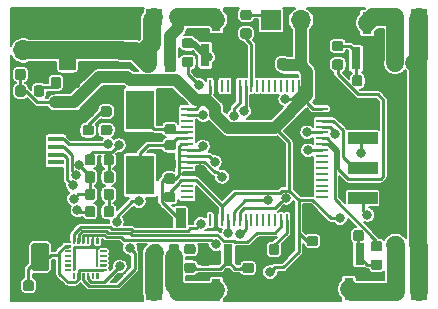
<source format=gbr>
G04 #@! TF.GenerationSoftware,KiCad,Pcbnew,(5.1.5)-3*
G04 #@! TF.CreationDate,2020-04-17T11:23:33-04:00*
G04 #@! TF.ProjectId,STM32_SMD_Quadcopter,53544d33-325f-4534-9d44-5f5175616463,rev?*
G04 #@! TF.SameCoordinates,PX2daf690PY1aab7d8*
G04 #@! TF.FileFunction,Copper,L1,Top*
G04 #@! TF.FilePolarity,Positive*
%FSLAX46Y46*%
G04 Gerber Fmt 4.6, Leading zero omitted, Abs format (unit mm)*
G04 Created by KiCad (PCBNEW (5.1.5)-3) date 2020-04-17 11:23:33*
%MOMM*%
%LPD*%
G04 APERTURE LIST*
%ADD10R,2.500000X1.000000*%
%ADD11C,0.100000*%
%ADD12R,2.400000X3.325000*%
%ADD13R,1.700000X1.700000*%
%ADD14O,1.700000X1.700000*%
%ADD15R,1.900000X1.175000*%
%ADD16R,1.900000X2.375000*%
%ADD17R,2.100000X1.475000*%
%ADD18R,1.380000X0.450000*%
%ADD19R,0.800000X1.900000*%
%ADD20R,1.000000X0.250000*%
%ADD21R,0.250000X1.000000*%
%ADD22R,1.350000X1.350000*%
%ADD23O,1.350000X1.350000*%
%ADD24R,0.900000X1.700000*%
%ADD25C,0.800000*%
%ADD26C,0.600000*%
%ADD27C,1.500000*%
%ADD28C,0.220000*%
%ADD29C,1.000000*%
%ADD30C,0.500000*%
%ADD31C,0.127000*%
G04 APERTURE END LIST*
D10*
X30060400Y-16383000D03*
X30060400Y-13843000D03*
X30060400Y-11303000D03*
X30060400Y-8763000D03*
G04 #@! TA.AperFunction,SMDPad,CuDef*
D11*
G36*
X2018091Y-23325853D02*
G01*
X2039326Y-23329003D01*
X2060150Y-23334219D01*
X2080362Y-23341451D01*
X2099768Y-23350630D01*
X2118181Y-23361666D01*
X2135424Y-23374454D01*
X2151330Y-23388870D01*
X2165746Y-23404776D01*
X2178534Y-23422019D01*
X2189570Y-23440432D01*
X2198749Y-23459838D01*
X2205981Y-23480050D01*
X2211197Y-23500874D01*
X2214347Y-23522109D01*
X2215400Y-23543550D01*
X2215400Y-24056050D01*
X2214347Y-24077491D01*
X2211197Y-24098726D01*
X2205981Y-24119550D01*
X2198749Y-24139762D01*
X2189570Y-24159168D01*
X2178534Y-24177581D01*
X2165746Y-24194824D01*
X2151330Y-24210730D01*
X2135424Y-24225146D01*
X2118181Y-24237934D01*
X2099768Y-24248970D01*
X2080362Y-24258149D01*
X2060150Y-24265381D01*
X2039326Y-24270597D01*
X2018091Y-24273747D01*
X1996650Y-24274800D01*
X1559150Y-24274800D01*
X1537709Y-24273747D01*
X1516474Y-24270597D01*
X1495650Y-24265381D01*
X1475438Y-24258149D01*
X1456032Y-24248970D01*
X1437619Y-24237934D01*
X1420376Y-24225146D01*
X1404470Y-24210730D01*
X1390054Y-24194824D01*
X1377266Y-24177581D01*
X1366230Y-24159168D01*
X1357051Y-24139762D01*
X1349819Y-24119550D01*
X1344603Y-24098726D01*
X1341453Y-24077491D01*
X1340400Y-24056050D01*
X1340400Y-23543550D01*
X1341453Y-23522109D01*
X1344603Y-23500874D01*
X1349819Y-23480050D01*
X1357051Y-23459838D01*
X1366230Y-23440432D01*
X1377266Y-23422019D01*
X1390054Y-23404776D01*
X1404470Y-23388870D01*
X1420376Y-23374454D01*
X1437619Y-23361666D01*
X1456032Y-23350630D01*
X1475438Y-23341451D01*
X1495650Y-23334219D01*
X1516474Y-23329003D01*
X1537709Y-23325853D01*
X1559150Y-23324800D01*
X1996650Y-23324800D01*
X2018091Y-23325853D01*
G37*
G04 #@! TD.AperFunction*
G04 #@! TA.AperFunction,SMDPad,CuDef*
G36*
X3593091Y-23325853D02*
G01*
X3614326Y-23329003D01*
X3635150Y-23334219D01*
X3655362Y-23341451D01*
X3674768Y-23350630D01*
X3693181Y-23361666D01*
X3710424Y-23374454D01*
X3726330Y-23388870D01*
X3740746Y-23404776D01*
X3753534Y-23422019D01*
X3764570Y-23440432D01*
X3773749Y-23459838D01*
X3780981Y-23480050D01*
X3786197Y-23500874D01*
X3789347Y-23522109D01*
X3790400Y-23543550D01*
X3790400Y-24056050D01*
X3789347Y-24077491D01*
X3786197Y-24098726D01*
X3780981Y-24119550D01*
X3773749Y-24139762D01*
X3764570Y-24159168D01*
X3753534Y-24177581D01*
X3740746Y-24194824D01*
X3726330Y-24210730D01*
X3710424Y-24225146D01*
X3693181Y-24237934D01*
X3674768Y-24248970D01*
X3655362Y-24258149D01*
X3635150Y-24265381D01*
X3614326Y-24270597D01*
X3593091Y-24273747D01*
X3571650Y-24274800D01*
X3134150Y-24274800D01*
X3112709Y-24273747D01*
X3091474Y-24270597D01*
X3070650Y-24265381D01*
X3050438Y-24258149D01*
X3031032Y-24248970D01*
X3012619Y-24237934D01*
X2995376Y-24225146D01*
X2979470Y-24210730D01*
X2965054Y-24194824D01*
X2952266Y-24177581D01*
X2941230Y-24159168D01*
X2932051Y-24139762D01*
X2924819Y-24119550D01*
X2919603Y-24098726D01*
X2916453Y-24077491D01*
X2915400Y-24056050D01*
X2915400Y-23543550D01*
X2916453Y-23522109D01*
X2919603Y-23500874D01*
X2924819Y-23480050D01*
X2932051Y-23459838D01*
X2941230Y-23440432D01*
X2952266Y-23422019D01*
X2965054Y-23404776D01*
X2979470Y-23388870D01*
X2995376Y-23374454D01*
X3012619Y-23361666D01*
X3031032Y-23350630D01*
X3050438Y-23341451D01*
X3070650Y-23334219D01*
X3091474Y-23329003D01*
X3112709Y-23325853D01*
X3134150Y-23324800D01*
X3571650Y-23324800D01*
X3593091Y-23325853D01*
G37*
G04 #@! TD.AperFunction*
D12*
X11226800Y-8921500D03*
X11226800Y-14446500D03*
D13*
X1346200Y-1346200D03*
D14*
X1346200Y-3886200D03*
D15*
X1454300Y-13540000D03*
X1454300Y-11860000D03*
D16*
X1454300Y-15610000D03*
X1454300Y-9790000D03*
D17*
X3754300Y-15162500D03*
X3754300Y-10237500D03*
D18*
X4114300Y-14000000D03*
X4114300Y-13350000D03*
X4114300Y-12700000D03*
X4114300Y-12050000D03*
X4114300Y-11400000D03*
G04 #@! TA.AperFunction,SMDPad,CuDef*
D11*
G36*
X33112142Y-19621174D02*
G01*
X33135803Y-19624684D01*
X33159007Y-19630496D01*
X33181529Y-19638554D01*
X33203153Y-19648782D01*
X33223670Y-19661079D01*
X33242883Y-19675329D01*
X33260607Y-19691393D01*
X33276671Y-19709117D01*
X33290921Y-19728330D01*
X33303218Y-19748847D01*
X33313446Y-19770471D01*
X33321504Y-19792993D01*
X33327316Y-19816197D01*
X33330826Y-19839858D01*
X33332000Y-19863750D01*
X33332000Y-20776250D01*
X33330826Y-20800142D01*
X33327316Y-20823803D01*
X33321504Y-20847007D01*
X33313446Y-20869529D01*
X33303218Y-20891153D01*
X33290921Y-20911670D01*
X33276671Y-20930883D01*
X33260607Y-20948607D01*
X33242883Y-20964671D01*
X33223670Y-20978921D01*
X33203153Y-20991218D01*
X33181529Y-21001446D01*
X33159007Y-21009504D01*
X33135803Y-21015316D01*
X33112142Y-21018826D01*
X33088250Y-21020000D01*
X32600750Y-21020000D01*
X32576858Y-21018826D01*
X32553197Y-21015316D01*
X32529993Y-21009504D01*
X32507471Y-21001446D01*
X32485847Y-20991218D01*
X32465330Y-20978921D01*
X32446117Y-20964671D01*
X32428393Y-20948607D01*
X32412329Y-20930883D01*
X32398079Y-20911670D01*
X32385782Y-20891153D01*
X32375554Y-20869529D01*
X32367496Y-20847007D01*
X32361684Y-20823803D01*
X32358174Y-20800142D01*
X32357000Y-20776250D01*
X32357000Y-19863750D01*
X32358174Y-19839858D01*
X32361684Y-19816197D01*
X32367496Y-19792993D01*
X32375554Y-19770471D01*
X32385782Y-19748847D01*
X32398079Y-19728330D01*
X32412329Y-19709117D01*
X32428393Y-19691393D01*
X32446117Y-19675329D01*
X32465330Y-19661079D01*
X32485847Y-19648782D01*
X32507471Y-19638554D01*
X32529993Y-19630496D01*
X32553197Y-19624684D01*
X32576858Y-19621174D01*
X32600750Y-19620000D01*
X33088250Y-19620000D01*
X33112142Y-19621174D01*
G37*
G04 #@! TD.AperFunction*
G04 #@! TA.AperFunction,SMDPad,CuDef*
G36*
X34987142Y-19621174D02*
G01*
X35010803Y-19624684D01*
X35034007Y-19630496D01*
X35056529Y-19638554D01*
X35078153Y-19648782D01*
X35098670Y-19661079D01*
X35117883Y-19675329D01*
X35135607Y-19691393D01*
X35151671Y-19709117D01*
X35165921Y-19728330D01*
X35178218Y-19748847D01*
X35188446Y-19770471D01*
X35196504Y-19792993D01*
X35202316Y-19816197D01*
X35205826Y-19839858D01*
X35207000Y-19863750D01*
X35207000Y-20776250D01*
X35205826Y-20800142D01*
X35202316Y-20823803D01*
X35196504Y-20847007D01*
X35188446Y-20869529D01*
X35178218Y-20891153D01*
X35165921Y-20911670D01*
X35151671Y-20930883D01*
X35135607Y-20948607D01*
X35117883Y-20964671D01*
X35098670Y-20978921D01*
X35078153Y-20991218D01*
X35056529Y-21001446D01*
X35034007Y-21009504D01*
X35010803Y-21015316D01*
X34987142Y-21018826D01*
X34963250Y-21020000D01*
X34475750Y-21020000D01*
X34451858Y-21018826D01*
X34428197Y-21015316D01*
X34404993Y-21009504D01*
X34382471Y-21001446D01*
X34360847Y-20991218D01*
X34340330Y-20978921D01*
X34321117Y-20964671D01*
X34303393Y-20948607D01*
X34287329Y-20930883D01*
X34273079Y-20911670D01*
X34260782Y-20891153D01*
X34250554Y-20869529D01*
X34242496Y-20847007D01*
X34236684Y-20823803D01*
X34233174Y-20800142D01*
X34232000Y-20776250D01*
X34232000Y-19863750D01*
X34233174Y-19839858D01*
X34236684Y-19816197D01*
X34242496Y-19792993D01*
X34250554Y-19770471D01*
X34260782Y-19748847D01*
X34273079Y-19728330D01*
X34287329Y-19709117D01*
X34303393Y-19691393D01*
X34321117Y-19675329D01*
X34340330Y-19661079D01*
X34360847Y-19648782D01*
X34382471Y-19638554D01*
X34404993Y-19630496D01*
X34428197Y-19624684D01*
X34451858Y-19621174D01*
X34475750Y-19620000D01*
X34963250Y-19620000D01*
X34987142Y-19621174D01*
G37*
G04 #@! TD.AperFunction*
D19*
X29840000Y-21082000D03*
X27940000Y-21082000D03*
X28890000Y-24082000D03*
G04 #@! TA.AperFunction,SMDPad,CuDef*
D11*
G36*
X34631891Y-4479053D02*
G01*
X34653126Y-4482203D01*
X34673950Y-4487419D01*
X34694162Y-4494651D01*
X34713568Y-4503830D01*
X34731981Y-4514866D01*
X34749224Y-4527654D01*
X34765130Y-4542070D01*
X34779546Y-4557976D01*
X34792334Y-4575219D01*
X34803370Y-4593632D01*
X34812549Y-4613038D01*
X34819781Y-4633250D01*
X34824997Y-4654074D01*
X34828147Y-4675309D01*
X34829200Y-4696750D01*
X34829200Y-5209250D01*
X34828147Y-5230691D01*
X34824997Y-5251926D01*
X34819781Y-5272750D01*
X34812549Y-5292962D01*
X34803370Y-5312368D01*
X34792334Y-5330781D01*
X34779546Y-5348024D01*
X34765130Y-5363930D01*
X34749224Y-5378346D01*
X34731981Y-5391134D01*
X34713568Y-5402170D01*
X34694162Y-5411349D01*
X34673950Y-5418581D01*
X34653126Y-5423797D01*
X34631891Y-5426947D01*
X34610450Y-5428000D01*
X34172950Y-5428000D01*
X34151509Y-5426947D01*
X34130274Y-5423797D01*
X34109450Y-5418581D01*
X34089238Y-5411349D01*
X34069832Y-5402170D01*
X34051419Y-5391134D01*
X34034176Y-5378346D01*
X34018270Y-5363930D01*
X34003854Y-5348024D01*
X33991066Y-5330781D01*
X33980030Y-5312368D01*
X33970851Y-5292962D01*
X33963619Y-5272750D01*
X33958403Y-5251926D01*
X33955253Y-5230691D01*
X33954200Y-5209250D01*
X33954200Y-4696750D01*
X33955253Y-4675309D01*
X33958403Y-4654074D01*
X33963619Y-4633250D01*
X33970851Y-4613038D01*
X33980030Y-4593632D01*
X33991066Y-4575219D01*
X34003854Y-4557976D01*
X34018270Y-4542070D01*
X34034176Y-4527654D01*
X34051419Y-4514866D01*
X34069832Y-4503830D01*
X34089238Y-4494651D01*
X34109450Y-4487419D01*
X34130274Y-4482203D01*
X34151509Y-4479053D01*
X34172950Y-4478000D01*
X34610450Y-4478000D01*
X34631891Y-4479053D01*
G37*
G04 #@! TD.AperFunction*
G04 #@! TA.AperFunction,SMDPad,CuDef*
G36*
X33056891Y-4479053D02*
G01*
X33078126Y-4482203D01*
X33098950Y-4487419D01*
X33119162Y-4494651D01*
X33138568Y-4503830D01*
X33156981Y-4514866D01*
X33174224Y-4527654D01*
X33190130Y-4542070D01*
X33204546Y-4557976D01*
X33217334Y-4575219D01*
X33228370Y-4593632D01*
X33237549Y-4613038D01*
X33244781Y-4633250D01*
X33249997Y-4654074D01*
X33253147Y-4675309D01*
X33254200Y-4696750D01*
X33254200Y-5209250D01*
X33253147Y-5230691D01*
X33249997Y-5251926D01*
X33244781Y-5272750D01*
X33237549Y-5292962D01*
X33228370Y-5312368D01*
X33217334Y-5330781D01*
X33204546Y-5348024D01*
X33190130Y-5363930D01*
X33174224Y-5378346D01*
X33156981Y-5391134D01*
X33138568Y-5402170D01*
X33119162Y-5411349D01*
X33098950Y-5418581D01*
X33078126Y-5423797D01*
X33056891Y-5426947D01*
X33035450Y-5428000D01*
X32597950Y-5428000D01*
X32576509Y-5426947D01*
X32555274Y-5423797D01*
X32534450Y-5418581D01*
X32514238Y-5411349D01*
X32494832Y-5402170D01*
X32476419Y-5391134D01*
X32459176Y-5378346D01*
X32443270Y-5363930D01*
X32428854Y-5348024D01*
X32416066Y-5330781D01*
X32405030Y-5312368D01*
X32395851Y-5292962D01*
X32388619Y-5272750D01*
X32383403Y-5251926D01*
X32380253Y-5230691D01*
X32379200Y-5209250D01*
X32379200Y-4696750D01*
X32380253Y-4675309D01*
X32383403Y-4654074D01*
X32388619Y-4633250D01*
X32395851Y-4613038D01*
X32405030Y-4593632D01*
X32416066Y-4575219D01*
X32428854Y-4557976D01*
X32443270Y-4542070D01*
X32459176Y-4527654D01*
X32476419Y-4514866D01*
X32494832Y-4503830D01*
X32514238Y-4494651D01*
X32534450Y-4487419D01*
X32555274Y-4482203D01*
X32576509Y-4479053D01*
X32597950Y-4478000D01*
X33035450Y-4478000D01*
X33056891Y-4479053D01*
G37*
G04 #@! TD.AperFunction*
G04 #@! TA.AperFunction,SMDPad,CuDef*
G36*
X35037942Y-2526974D02*
G01*
X35061603Y-2530484D01*
X35084807Y-2536296D01*
X35107329Y-2544354D01*
X35128953Y-2554582D01*
X35149470Y-2566879D01*
X35168683Y-2581129D01*
X35186407Y-2597193D01*
X35202471Y-2614917D01*
X35216721Y-2634130D01*
X35229018Y-2654647D01*
X35239246Y-2676271D01*
X35247304Y-2698793D01*
X35253116Y-2721997D01*
X35256626Y-2745658D01*
X35257800Y-2769550D01*
X35257800Y-3682050D01*
X35256626Y-3705942D01*
X35253116Y-3729603D01*
X35247304Y-3752807D01*
X35239246Y-3775329D01*
X35229018Y-3796953D01*
X35216721Y-3817470D01*
X35202471Y-3836683D01*
X35186407Y-3854407D01*
X35168683Y-3870471D01*
X35149470Y-3884721D01*
X35128953Y-3897018D01*
X35107329Y-3907246D01*
X35084807Y-3915304D01*
X35061603Y-3921116D01*
X35037942Y-3924626D01*
X35014050Y-3925800D01*
X34526550Y-3925800D01*
X34502658Y-3924626D01*
X34478997Y-3921116D01*
X34455793Y-3915304D01*
X34433271Y-3907246D01*
X34411647Y-3897018D01*
X34391130Y-3884721D01*
X34371917Y-3870471D01*
X34354193Y-3854407D01*
X34338129Y-3836683D01*
X34323879Y-3817470D01*
X34311582Y-3796953D01*
X34301354Y-3775329D01*
X34293296Y-3752807D01*
X34287484Y-3729603D01*
X34283974Y-3705942D01*
X34282800Y-3682050D01*
X34282800Y-2769550D01*
X34283974Y-2745658D01*
X34287484Y-2721997D01*
X34293296Y-2698793D01*
X34301354Y-2676271D01*
X34311582Y-2654647D01*
X34323879Y-2634130D01*
X34338129Y-2614917D01*
X34354193Y-2597193D01*
X34371917Y-2581129D01*
X34391130Y-2566879D01*
X34411647Y-2554582D01*
X34433271Y-2544354D01*
X34455793Y-2536296D01*
X34478997Y-2530484D01*
X34502658Y-2526974D01*
X34526550Y-2525800D01*
X35014050Y-2525800D01*
X35037942Y-2526974D01*
G37*
G04 #@! TD.AperFunction*
G04 #@! TA.AperFunction,SMDPad,CuDef*
G36*
X33162942Y-2526974D02*
G01*
X33186603Y-2530484D01*
X33209807Y-2536296D01*
X33232329Y-2544354D01*
X33253953Y-2554582D01*
X33274470Y-2566879D01*
X33293683Y-2581129D01*
X33311407Y-2597193D01*
X33327471Y-2614917D01*
X33341721Y-2634130D01*
X33354018Y-2654647D01*
X33364246Y-2676271D01*
X33372304Y-2698793D01*
X33378116Y-2721997D01*
X33381626Y-2745658D01*
X33382800Y-2769550D01*
X33382800Y-3682050D01*
X33381626Y-3705942D01*
X33378116Y-3729603D01*
X33372304Y-3752807D01*
X33364246Y-3775329D01*
X33354018Y-3796953D01*
X33341721Y-3817470D01*
X33327471Y-3836683D01*
X33311407Y-3854407D01*
X33293683Y-3870471D01*
X33274470Y-3884721D01*
X33253953Y-3897018D01*
X33232329Y-3907246D01*
X33209807Y-3915304D01*
X33186603Y-3921116D01*
X33162942Y-3924626D01*
X33139050Y-3925800D01*
X32651550Y-3925800D01*
X32627658Y-3924626D01*
X32603997Y-3921116D01*
X32580793Y-3915304D01*
X32558271Y-3907246D01*
X32536647Y-3897018D01*
X32516130Y-3884721D01*
X32496917Y-3870471D01*
X32479193Y-3854407D01*
X32463129Y-3836683D01*
X32448879Y-3817470D01*
X32436582Y-3796953D01*
X32426354Y-3775329D01*
X32418296Y-3752807D01*
X32412484Y-3729603D01*
X32408974Y-3705942D01*
X32407800Y-3682050D01*
X32407800Y-2769550D01*
X32408974Y-2745658D01*
X32412484Y-2721997D01*
X32418296Y-2698793D01*
X32426354Y-2676271D01*
X32436582Y-2654647D01*
X32448879Y-2634130D01*
X32463129Y-2614917D01*
X32479193Y-2597193D01*
X32496917Y-2581129D01*
X32516130Y-2566879D01*
X32536647Y-2554582D01*
X32558271Y-2544354D01*
X32580793Y-2536296D01*
X32603997Y-2530484D01*
X32627658Y-2526974D01*
X32651550Y-2525800D01*
X33139050Y-2525800D01*
X33162942Y-2526974D01*
G37*
G04 #@! TD.AperFunction*
G04 #@! TA.AperFunction,SMDPad,CuDef*
G36*
X5349901Y-20387241D02*
G01*
X5354755Y-20387961D01*
X5359514Y-20389153D01*
X5364134Y-20390806D01*
X5368570Y-20392904D01*
X5372779Y-20395427D01*
X5376720Y-20398349D01*
X5380355Y-20401645D01*
X5383651Y-20405280D01*
X5386573Y-20409221D01*
X5389096Y-20413430D01*
X5391194Y-20417866D01*
X5392847Y-20422486D01*
X5394039Y-20427245D01*
X5394759Y-20432099D01*
X5395000Y-20437000D01*
X5395000Y-20537000D01*
X5394759Y-20541901D01*
X5394039Y-20546755D01*
X5392847Y-20551514D01*
X5391194Y-20556134D01*
X5389096Y-20560570D01*
X5386573Y-20564779D01*
X5383651Y-20568720D01*
X5380355Y-20572355D01*
X5376720Y-20575651D01*
X5372779Y-20578573D01*
X5368570Y-20581096D01*
X5364134Y-20583194D01*
X5359514Y-20584847D01*
X5354755Y-20586039D01*
X5349901Y-20586759D01*
X5345000Y-20587000D01*
X4895000Y-20587000D01*
X4890099Y-20586759D01*
X4885245Y-20586039D01*
X4880486Y-20584847D01*
X4875866Y-20583194D01*
X4871430Y-20581096D01*
X4867221Y-20578573D01*
X4863280Y-20575651D01*
X4859645Y-20572355D01*
X4856349Y-20568720D01*
X4853427Y-20564779D01*
X4850904Y-20560570D01*
X4848806Y-20556134D01*
X4847153Y-20551514D01*
X4845961Y-20546755D01*
X4845241Y-20541901D01*
X4845000Y-20537000D01*
X4845000Y-20437000D01*
X4845241Y-20432099D01*
X4845961Y-20427245D01*
X4847153Y-20422486D01*
X4848806Y-20417866D01*
X4850904Y-20413430D01*
X4853427Y-20409221D01*
X4856349Y-20405280D01*
X4859645Y-20401645D01*
X4863280Y-20398349D01*
X4867221Y-20395427D01*
X4871430Y-20392904D01*
X4875866Y-20390806D01*
X4880486Y-20389153D01*
X4885245Y-20387961D01*
X4890099Y-20387241D01*
X4895000Y-20387000D01*
X5345000Y-20387000D01*
X5349901Y-20387241D01*
G37*
G04 #@! TD.AperFunction*
G04 #@! TA.AperFunction,SMDPad,CuDef*
G36*
X5349901Y-20787241D02*
G01*
X5354755Y-20787961D01*
X5359514Y-20789153D01*
X5364134Y-20790806D01*
X5368570Y-20792904D01*
X5372779Y-20795427D01*
X5376720Y-20798349D01*
X5380355Y-20801645D01*
X5383651Y-20805280D01*
X5386573Y-20809221D01*
X5389096Y-20813430D01*
X5391194Y-20817866D01*
X5392847Y-20822486D01*
X5394039Y-20827245D01*
X5394759Y-20832099D01*
X5395000Y-20837000D01*
X5395000Y-20937000D01*
X5394759Y-20941901D01*
X5394039Y-20946755D01*
X5392847Y-20951514D01*
X5391194Y-20956134D01*
X5389096Y-20960570D01*
X5386573Y-20964779D01*
X5383651Y-20968720D01*
X5380355Y-20972355D01*
X5376720Y-20975651D01*
X5372779Y-20978573D01*
X5368570Y-20981096D01*
X5364134Y-20983194D01*
X5359514Y-20984847D01*
X5354755Y-20986039D01*
X5349901Y-20986759D01*
X5345000Y-20987000D01*
X4895000Y-20987000D01*
X4890099Y-20986759D01*
X4885245Y-20986039D01*
X4880486Y-20984847D01*
X4875866Y-20983194D01*
X4871430Y-20981096D01*
X4867221Y-20978573D01*
X4863280Y-20975651D01*
X4859645Y-20972355D01*
X4856349Y-20968720D01*
X4853427Y-20964779D01*
X4850904Y-20960570D01*
X4848806Y-20956134D01*
X4847153Y-20951514D01*
X4845961Y-20946755D01*
X4845241Y-20941901D01*
X4845000Y-20937000D01*
X4845000Y-20837000D01*
X4845241Y-20832099D01*
X4845961Y-20827245D01*
X4847153Y-20822486D01*
X4848806Y-20817866D01*
X4850904Y-20813430D01*
X4853427Y-20809221D01*
X4856349Y-20805280D01*
X4859645Y-20801645D01*
X4863280Y-20798349D01*
X4867221Y-20795427D01*
X4871430Y-20792904D01*
X4875866Y-20790806D01*
X4880486Y-20789153D01*
X4885245Y-20787961D01*
X4890099Y-20787241D01*
X4895000Y-20787000D01*
X5345000Y-20787000D01*
X5349901Y-20787241D01*
G37*
G04 #@! TD.AperFunction*
G04 #@! TA.AperFunction,SMDPad,CuDef*
G36*
X5349901Y-21187241D02*
G01*
X5354755Y-21187961D01*
X5359514Y-21189153D01*
X5364134Y-21190806D01*
X5368570Y-21192904D01*
X5372779Y-21195427D01*
X5376720Y-21198349D01*
X5380355Y-21201645D01*
X5383651Y-21205280D01*
X5386573Y-21209221D01*
X5389096Y-21213430D01*
X5391194Y-21217866D01*
X5392847Y-21222486D01*
X5394039Y-21227245D01*
X5394759Y-21232099D01*
X5395000Y-21237000D01*
X5395000Y-21337000D01*
X5394759Y-21341901D01*
X5394039Y-21346755D01*
X5392847Y-21351514D01*
X5391194Y-21356134D01*
X5389096Y-21360570D01*
X5386573Y-21364779D01*
X5383651Y-21368720D01*
X5380355Y-21372355D01*
X5376720Y-21375651D01*
X5372779Y-21378573D01*
X5368570Y-21381096D01*
X5364134Y-21383194D01*
X5359514Y-21384847D01*
X5354755Y-21386039D01*
X5349901Y-21386759D01*
X5345000Y-21387000D01*
X4895000Y-21387000D01*
X4890099Y-21386759D01*
X4885245Y-21386039D01*
X4880486Y-21384847D01*
X4875866Y-21383194D01*
X4871430Y-21381096D01*
X4867221Y-21378573D01*
X4863280Y-21375651D01*
X4859645Y-21372355D01*
X4856349Y-21368720D01*
X4853427Y-21364779D01*
X4850904Y-21360570D01*
X4848806Y-21356134D01*
X4847153Y-21351514D01*
X4845961Y-21346755D01*
X4845241Y-21341901D01*
X4845000Y-21337000D01*
X4845000Y-21237000D01*
X4845241Y-21232099D01*
X4845961Y-21227245D01*
X4847153Y-21222486D01*
X4848806Y-21217866D01*
X4850904Y-21213430D01*
X4853427Y-21209221D01*
X4856349Y-21205280D01*
X4859645Y-21201645D01*
X4863280Y-21198349D01*
X4867221Y-21195427D01*
X4871430Y-21192904D01*
X4875866Y-21190806D01*
X4880486Y-21189153D01*
X4885245Y-21187961D01*
X4890099Y-21187241D01*
X4895000Y-21187000D01*
X5345000Y-21187000D01*
X5349901Y-21187241D01*
G37*
G04 #@! TD.AperFunction*
G04 #@! TA.AperFunction,SMDPad,CuDef*
G36*
X5349901Y-21587241D02*
G01*
X5354755Y-21587961D01*
X5359514Y-21589153D01*
X5364134Y-21590806D01*
X5368570Y-21592904D01*
X5372779Y-21595427D01*
X5376720Y-21598349D01*
X5380355Y-21601645D01*
X5383651Y-21605280D01*
X5386573Y-21609221D01*
X5389096Y-21613430D01*
X5391194Y-21617866D01*
X5392847Y-21622486D01*
X5394039Y-21627245D01*
X5394759Y-21632099D01*
X5395000Y-21637000D01*
X5395000Y-21737000D01*
X5394759Y-21741901D01*
X5394039Y-21746755D01*
X5392847Y-21751514D01*
X5391194Y-21756134D01*
X5389096Y-21760570D01*
X5386573Y-21764779D01*
X5383651Y-21768720D01*
X5380355Y-21772355D01*
X5376720Y-21775651D01*
X5372779Y-21778573D01*
X5368570Y-21781096D01*
X5364134Y-21783194D01*
X5359514Y-21784847D01*
X5354755Y-21786039D01*
X5349901Y-21786759D01*
X5345000Y-21787000D01*
X4895000Y-21787000D01*
X4890099Y-21786759D01*
X4885245Y-21786039D01*
X4880486Y-21784847D01*
X4875866Y-21783194D01*
X4871430Y-21781096D01*
X4867221Y-21778573D01*
X4863280Y-21775651D01*
X4859645Y-21772355D01*
X4856349Y-21768720D01*
X4853427Y-21764779D01*
X4850904Y-21760570D01*
X4848806Y-21756134D01*
X4847153Y-21751514D01*
X4845961Y-21746755D01*
X4845241Y-21741901D01*
X4845000Y-21737000D01*
X4845000Y-21637000D01*
X4845241Y-21632099D01*
X4845961Y-21627245D01*
X4847153Y-21622486D01*
X4848806Y-21617866D01*
X4850904Y-21613430D01*
X4853427Y-21609221D01*
X4856349Y-21605280D01*
X4859645Y-21601645D01*
X4863280Y-21598349D01*
X4867221Y-21595427D01*
X4871430Y-21592904D01*
X4875866Y-21590806D01*
X4880486Y-21589153D01*
X4885245Y-21587961D01*
X4890099Y-21587241D01*
X4895000Y-21587000D01*
X5345000Y-21587000D01*
X5349901Y-21587241D01*
G37*
G04 #@! TD.AperFunction*
G04 #@! TA.AperFunction,SMDPad,CuDef*
G36*
X5349901Y-21987241D02*
G01*
X5354755Y-21987961D01*
X5359514Y-21989153D01*
X5364134Y-21990806D01*
X5368570Y-21992904D01*
X5372779Y-21995427D01*
X5376720Y-21998349D01*
X5380355Y-22001645D01*
X5383651Y-22005280D01*
X5386573Y-22009221D01*
X5389096Y-22013430D01*
X5391194Y-22017866D01*
X5392847Y-22022486D01*
X5394039Y-22027245D01*
X5394759Y-22032099D01*
X5395000Y-22037000D01*
X5395000Y-22137000D01*
X5394759Y-22141901D01*
X5394039Y-22146755D01*
X5392847Y-22151514D01*
X5391194Y-22156134D01*
X5389096Y-22160570D01*
X5386573Y-22164779D01*
X5383651Y-22168720D01*
X5380355Y-22172355D01*
X5376720Y-22175651D01*
X5372779Y-22178573D01*
X5368570Y-22181096D01*
X5364134Y-22183194D01*
X5359514Y-22184847D01*
X5354755Y-22186039D01*
X5349901Y-22186759D01*
X5345000Y-22187000D01*
X4895000Y-22187000D01*
X4890099Y-22186759D01*
X4885245Y-22186039D01*
X4880486Y-22184847D01*
X4875866Y-22183194D01*
X4871430Y-22181096D01*
X4867221Y-22178573D01*
X4863280Y-22175651D01*
X4859645Y-22172355D01*
X4856349Y-22168720D01*
X4853427Y-22164779D01*
X4850904Y-22160570D01*
X4848806Y-22156134D01*
X4847153Y-22151514D01*
X4845961Y-22146755D01*
X4845241Y-22141901D01*
X4845000Y-22137000D01*
X4845000Y-22037000D01*
X4845241Y-22032099D01*
X4845961Y-22027245D01*
X4847153Y-22022486D01*
X4848806Y-22017866D01*
X4850904Y-22013430D01*
X4853427Y-22009221D01*
X4856349Y-22005280D01*
X4859645Y-22001645D01*
X4863280Y-21998349D01*
X4867221Y-21995427D01*
X4871430Y-21992904D01*
X4875866Y-21990806D01*
X4880486Y-21989153D01*
X4885245Y-21987961D01*
X4890099Y-21987241D01*
X4895000Y-21987000D01*
X5345000Y-21987000D01*
X5349901Y-21987241D01*
G37*
G04 #@! TD.AperFunction*
G04 #@! TA.AperFunction,SMDPad,CuDef*
G36*
X5349901Y-22387241D02*
G01*
X5354755Y-22387961D01*
X5359514Y-22389153D01*
X5364134Y-22390806D01*
X5368570Y-22392904D01*
X5372779Y-22395427D01*
X5376720Y-22398349D01*
X5380355Y-22401645D01*
X5383651Y-22405280D01*
X5386573Y-22409221D01*
X5389096Y-22413430D01*
X5391194Y-22417866D01*
X5392847Y-22422486D01*
X5394039Y-22427245D01*
X5394759Y-22432099D01*
X5395000Y-22437000D01*
X5395000Y-22537000D01*
X5394759Y-22541901D01*
X5394039Y-22546755D01*
X5392847Y-22551514D01*
X5391194Y-22556134D01*
X5389096Y-22560570D01*
X5386573Y-22564779D01*
X5383651Y-22568720D01*
X5380355Y-22572355D01*
X5376720Y-22575651D01*
X5372779Y-22578573D01*
X5368570Y-22581096D01*
X5364134Y-22583194D01*
X5359514Y-22584847D01*
X5354755Y-22586039D01*
X5349901Y-22586759D01*
X5345000Y-22587000D01*
X4895000Y-22587000D01*
X4890099Y-22586759D01*
X4885245Y-22586039D01*
X4880486Y-22584847D01*
X4875866Y-22583194D01*
X4871430Y-22581096D01*
X4867221Y-22578573D01*
X4863280Y-22575651D01*
X4859645Y-22572355D01*
X4856349Y-22568720D01*
X4853427Y-22564779D01*
X4850904Y-22560570D01*
X4848806Y-22556134D01*
X4847153Y-22551514D01*
X4845961Y-22546755D01*
X4845241Y-22541901D01*
X4845000Y-22537000D01*
X4845000Y-22437000D01*
X4845241Y-22432099D01*
X4845961Y-22427245D01*
X4847153Y-22422486D01*
X4848806Y-22417866D01*
X4850904Y-22413430D01*
X4853427Y-22409221D01*
X4856349Y-22405280D01*
X4859645Y-22401645D01*
X4863280Y-22398349D01*
X4867221Y-22395427D01*
X4871430Y-22392904D01*
X4875866Y-22390806D01*
X4880486Y-22389153D01*
X4885245Y-22387961D01*
X4890099Y-22387241D01*
X4895000Y-22387000D01*
X5345000Y-22387000D01*
X5349901Y-22387241D01*
G37*
G04 #@! TD.AperFunction*
G04 #@! TA.AperFunction,SMDPad,CuDef*
G36*
X5674901Y-22712241D02*
G01*
X5679755Y-22712961D01*
X5684514Y-22714153D01*
X5689134Y-22715806D01*
X5693570Y-22717904D01*
X5697779Y-22720427D01*
X5701720Y-22723349D01*
X5705355Y-22726645D01*
X5708651Y-22730280D01*
X5711573Y-22734221D01*
X5714096Y-22738430D01*
X5716194Y-22742866D01*
X5717847Y-22747486D01*
X5719039Y-22752245D01*
X5719759Y-22757099D01*
X5720000Y-22762000D01*
X5720000Y-23212000D01*
X5719759Y-23216901D01*
X5719039Y-23221755D01*
X5717847Y-23226514D01*
X5716194Y-23231134D01*
X5714096Y-23235570D01*
X5711573Y-23239779D01*
X5708651Y-23243720D01*
X5705355Y-23247355D01*
X5701720Y-23250651D01*
X5697779Y-23253573D01*
X5693570Y-23256096D01*
X5689134Y-23258194D01*
X5684514Y-23259847D01*
X5679755Y-23261039D01*
X5674901Y-23261759D01*
X5670000Y-23262000D01*
X5570000Y-23262000D01*
X5565099Y-23261759D01*
X5560245Y-23261039D01*
X5555486Y-23259847D01*
X5550866Y-23258194D01*
X5546430Y-23256096D01*
X5542221Y-23253573D01*
X5538280Y-23250651D01*
X5534645Y-23247355D01*
X5531349Y-23243720D01*
X5528427Y-23239779D01*
X5525904Y-23235570D01*
X5523806Y-23231134D01*
X5522153Y-23226514D01*
X5520961Y-23221755D01*
X5520241Y-23216901D01*
X5520000Y-23212000D01*
X5520000Y-22762000D01*
X5520241Y-22757099D01*
X5520961Y-22752245D01*
X5522153Y-22747486D01*
X5523806Y-22742866D01*
X5525904Y-22738430D01*
X5528427Y-22734221D01*
X5531349Y-22730280D01*
X5534645Y-22726645D01*
X5538280Y-22723349D01*
X5542221Y-22720427D01*
X5546430Y-22717904D01*
X5550866Y-22715806D01*
X5555486Y-22714153D01*
X5560245Y-22712961D01*
X5565099Y-22712241D01*
X5570000Y-22712000D01*
X5670000Y-22712000D01*
X5674901Y-22712241D01*
G37*
G04 #@! TD.AperFunction*
G04 #@! TA.AperFunction,SMDPad,CuDef*
G36*
X6074901Y-22712241D02*
G01*
X6079755Y-22712961D01*
X6084514Y-22714153D01*
X6089134Y-22715806D01*
X6093570Y-22717904D01*
X6097779Y-22720427D01*
X6101720Y-22723349D01*
X6105355Y-22726645D01*
X6108651Y-22730280D01*
X6111573Y-22734221D01*
X6114096Y-22738430D01*
X6116194Y-22742866D01*
X6117847Y-22747486D01*
X6119039Y-22752245D01*
X6119759Y-22757099D01*
X6120000Y-22762000D01*
X6120000Y-23212000D01*
X6119759Y-23216901D01*
X6119039Y-23221755D01*
X6117847Y-23226514D01*
X6116194Y-23231134D01*
X6114096Y-23235570D01*
X6111573Y-23239779D01*
X6108651Y-23243720D01*
X6105355Y-23247355D01*
X6101720Y-23250651D01*
X6097779Y-23253573D01*
X6093570Y-23256096D01*
X6089134Y-23258194D01*
X6084514Y-23259847D01*
X6079755Y-23261039D01*
X6074901Y-23261759D01*
X6070000Y-23262000D01*
X5970000Y-23262000D01*
X5965099Y-23261759D01*
X5960245Y-23261039D01*
X5955486Y-23259847D01*
X5950866Y-23258194D01*
X5946430Y-23256096D01*
X5942221Y-23253573D01*
X5938280Y-23250651D01*
X5934645Y-23247355D01*
X5931349Y-23243720D01*
X5928427Y-23239779D01*
X5925904Y-23235570D01*
X5923806Y-23231134D01*
X5922153Y-23226514D01*
X5920961Y-23221755D01*
X5920241Y-23216901D01*
X5920000Y-23212000D01*
X5920000Y-22762000D01*
X5920241Y-22757099D01*
X5920961Y-22752245D01*
X5922153Y-22747486D01*
X5923806Y-22742866D01*
X5925904Y-22738430D01*
X5928427Y-22734221D01*
X5931349Y-22730280D01*
X5934645Y-22726645D01*
X5938280Y-22723349D01*
X5942221Y-22720427D01*
X5946430Y-22717904D01*
X5950866Y-22715806D01*
X5955486Y-22714153D01*
X5960245Y-22712961D01*
X5965099Y-22712241D01*
X5970000Y-22712000D01*
X6070000Y-22712000D01*
X6074901Y-22712241D01*
G37*
G04 #@! TD.AperFunction*
G04 #@! TA.AperFunction,SMDPad,CuDef*
G36*
X6474901Y-22712241D02*
G01*
X6479755Y-22712961D01*
X6484514Y-22714153D01*
X6489134Y-22715806D01*
X6493570Y-22717904D01*
X6497779Y-22720427D01*
X6501720Y-22723349D01*
X6505355Y-22726645D01*
X6508651Y-22730280D01*
X6511573Y-22734221D01*
X6514096Y-22738430D01*
X6516194Y-22742866D01*
X6517847Y-22747486D01*
X6519039Y-22752245D01*
X6519759Y-22757099D01*
X6520000Y-22762000D01*
X6520000Y-23212000D01*
X6519759Y-23216901D01*
X6519039Y-23221755D01*
X6517847Y-23226514D01*
X6516194Y-23231134D01*
X6514096Y-23235570D01*
X6511573Y-23239779D01*
X6508651Y-23243720D01*
X6505355Y-23247355D01*
X6501720Y-23250651D01*
X6497779Y-23253573D01*
X6493570Y-23256096D01*
X6489134Y-23258194D01*
X6484514Y-23259847D01*
X6479755Y-23261039D01*
X6474901Y-23261759D01*
X6470000Y-23262000D01*
X6370000Y-23262000D01*
X6365099Y-23261759D01*
X6360245Y-23261039D01*
X6355486Y-23259847D01*
X6350866Y-23258194D01*
X6346430Y-23256096D01*
X6342221Y-23253573D01*
X6338280Y-23250651D01*
X6334645Y-23247355D01*
X6331349Y-23243720D01*
X6328427Y-23239779D01*
X6325904Y-23235570D01*
X6323806Y-23231134D01*
X6322153Y-23226514D01*
X6320961Y-23221755D01*
X6320241Y-23216901D01*
X6320000Y-23212000D01*
X6320000Y-22762000D01*
X6320241Y-22757099D01*
X6320961Y-22752245D01*
X6322153Y-22747486D01*
X6323806Y-22742866D01*
X6325904Y-22738430D01*
X6328427Y-22734221D01*
X6331349Y-22730280D01*
X6334645Y-22726645D01*
X6338280Y-22723349D01*
X6342221Y-22720427D01*
X6346430Y-22717904D01*
X6350866Y-22715806D01*
X6355486Y-22714153D01*
X6360245Y-22712961D01*
X6365099Y-22712241D01*
X6370000Y-22712000D01*
X6470000Y-22712000D01*
X6474901Y-22712241D01*
G37*
G04 #@! TD.AperFunction*
G04 #@! TA.AperFunction,SMDPad,CuDef*
G36*
X6874901Y-22712241D02*
G01*
X6879755Y-22712961D01*
X6884514Y-22714153D01*
X6889134Y-22715806D01*
X6893570Y-22717904D01*
X6897779Y-22720427D01*
X6901720Y-22723349D01*
X6905355Y-22726645D01*
X6908651Y-22730280D01*
X6911573Y-22734221D01*
X6914096Y-22738430D01*
X6916194Y-22742866D01*
X6917847Y-22747486D01*
X6919039Y-22752245D01*
X6919759Y-22757099D01*
X6920000Y-22762000D01*
X6920000Y-23212000D01*
X6919759Y-23216901D01*
X6919039Y-23221755D01*
X6917847Y-23226514D01*
X6916194Y-23231134D01*
X6914096Y-23235570D01*
X6911573Y-23239779D01*
X6908651Y-23243720D01*
X6905355Y-23247355D01*
X6901720Y-23250651D01*
X6897779Y-23253573D01*
X6893570Y-23256096D01*
X6889134Y-23258194D01*
X6884514Y-23259847D01*
X6879755Y-23261039D01*
X6874901Y-23261759D01*
X6870000Y-23262000D01*
X6770000Y-23262000D01*
X6765099Y-23261759D01*
X6760245Y-23261039D01*
X6755486Y-23259847D01*
X6750866Y-23258194D01*
X6746430Y-23256096D01*
X6742221Y-23253573D01*
X6738280Y-23250651D01*
X6734645Y-23247355D01*
X6731349Y-23243720D01*
X6728427Y-23239779D01*
X6725904Y-23235570D01*
X6723806Y-23231134D01*
X6722153Y-23226514D01*
X6720961Y-23221755D01*
X6720241Y-23216901D01*
X6720000Y-23212000D01*
X6720000Y-22762000D01*
X6720241Y-22757099D01*
X6720961Y-22752245D01*
X6722153Y-22747486D01*
X6723806Y-22742866D01*
X6725904Y-22738430D01*
X6728427Y-22734221D01*
X6731349Y-22730280D01*
X6734645Y-22726645D01*
X6738280Y-22723349D01*
X6742221Y-22720427D01*
X6746430Y-22717904D01*
X6750866Y-22715806D01*
X6755486Y-22714153D01*
X6760245Y-22712961D01*
X6765099Y-22712241D01*
X6770000Y-22712000D01*
X6870000Y-22712000D01*
X6874901Y-22712241D01*
G37*
G04 #@! TD.AperFunction*
G04 #@! TA.AperFunction,SMDPad,CuDef*
G36*
X7274901Y-22712241D02*
G01*
X7279755Y-22712961D01*
X7284514Y-22714153D01*
X7289134Y-22715806D01*
X7293570Y-22717904D01*
X7297779Y-22720427D01*
X7301720Y-22723349D01*
X7305355Y-22726645D01*
X7308651Y-22730280D01*
X7311573Y-22734221D01*
X7314096Y-22738430D01*
X7316194Y-22742866D01*
X7317847Y-22747486D01*
X7319039Y-22752245D01*
X7319759Y-22757099D01*
X7320000Y-22762000D01*
X7320000Y-23212000D01*
X7319759Y-23216901D01*
X7319039Y-23221755D01*
X7317847Y-23226514D01*
X7316194Y-23231134D01*
X7314096Y-23235570D01*
X7311573Y-23239779D01*
X7308651Y-23243720D01*
X7305355Y-23247355D01*
X7301720Y-23250651D01*
X7297779Y-23253573D01*
X7293570Y-23256096D01*
X7289134Y-23258194D01*
X7284514Y-23259847D01*
X7279755Y-23261039D01*
X7274901Y-23261759D01*
X7270000Y-23262000D01*
X7170000Y-23262000D01*
X7165099Y-23261759D01*
X7160245Y-23261039D01*
X7155486Y-23259847D01*
X7150866Y-23258194D01*
X7146430Y-23256096D01*
X7142221Y-23253573D01*
X7138280Y-23250651D01*
X7134645Y-23247355D01*
X7131349Y-23243720D01*
X7128427Y-23239779D01*
X7125904Y-23235570D01*
X7123806Y-23231134D01*
X7122153Y-23226514D01*
X7120961Y-23221755D01*
X7120241Y-23216901D01*
X7120000Y-23212000D01*
X7120000Y-22762000D01*
X7120241Y-22757099D01*
X7120961Y-22752245D01*
X7122153Y-22747486D01*
X7123806Y-22742866D01*
X7125904Y-22738430D01*
X7128427Y-22734221D01*
X7131349Y-22730280D01*
X7134645Y-22726645D01*
X7138280Y-22723349D01*
X7142221Y-22720427D01*
X7146430Y-22717904D01*
X7150866Y-22715806D01*
X7155486Y-22714153D01*
X7160245Y-22712961D01*
X7165099Y-22712241D01*
X7170000Y-22712000D01*
X7270000Y-22712000D01*
X7274901Y-22712241D01*
G37*
G04 #@! TD.AperFunction*
G04 #@! TA.AperFunction,SMDPad,CuDef*
G36*
X7674901Y-22712241D02*
G01*
X7679755Y-22712961D01*
X7684514Y-22714153D01*
X7689134Y-22715806D01*
X7693570Y-22717904D01*
X7697779Y-22720427D01*
X7701720Y-22723349D01*
X7705355Y-22726645D01*
X7708651Y-22730280D01*
X7711573Y-22734221D01*
X7714096Y-22738430D01*
X7716194Y-22742866D01*
X7717847Y-22747486D01*
X7719039Y-22752245D01*
X7719759Y-22757099D01*
X7720000Y-22762000D01*
X7720000Y-23212000D01*
X7719759Y-23216901D01*
X7719039Y-23221755D01*
X7717847Y-23226514D01*
X7716194Y-23231134D01*
X7714096Y-23235570D01*
X7711573Y-23239779D01*
X7708651Y-23243720D01*
X7705355Y-23247355D01*
X7701720Y-23250651D01*
X7697779Y-23253573D01*
X7693570Y-23256096D01*
X7689134Y-23258194D01*
X7684514Y-23259847D01*
X7679755Y-23261039D01*
X7674901Y-23261759D01*
X7670000Y-23262000D01*
X7570000Y-23262000D01*
X7565099Y-23261759D01*
X7560245Y-23261039D01*
X7555486Y-23259847D01*
X7550866Y-23258194D01*
X7546430Y-23256096D01*
X7542221Y-23253573D01*
X7538280Y-23250651D01*
X7534645Y-23247355D01*
X7531349Y-23243720D01*
X7528427Y-23239779D01*
X7525904Y-23235570D01*
X7523806Y-23231134D01*
X7522153Y-23226514D01*
X7520961Y-23221755D01*
X7520241Y-23216901D01*
X7520000Y-23212000D01*
X7520000Y-22762000D01*
X7520241Y-22757099D01*
X7520961Y-22752245D01*
X7522153Y-22747486D01*
X7523806Y-22742866D01*
X7525904Y-22738430D01*
X7528427Y-22734221D01*
X7531349Y-22730280D01*
X7534645Y-22726645D01*
X7538280Y-22723349D01*
X7542221Y-22720427D01*
X7546430Y-22717904D01*
X7550866Y-22715806D01*
X7555486Y-22714153D01*
X7560245Y-22712961D01*
X7565099Y-22712241D01*
X7570000Y-22712000D01*
X7670000Y-22712000D01*
X7674901Y-22712241D01*
G37*
G04 #@! TD.AperFunction*
G04 #@! TA.AperFunction,SMDPad,CuDef*
G36*
X8349901Y-22387241D02*
G01*
X8354755Y-22387961D01*
X8359514Y-22389153D01*
X8364134Y-22390806D01*
X8368570Y-22392904D01*
X8372779Y-22395427D01*
X8376720Y-22398349D01*
X8380355Y-22401645D01*
X8383651Y-22405280D01*
X8386573Y-22409221D01*
X8389096Y-22413430D01*
X8391194Y-22417866D01*
X8392847Y-22422486D01*
X8394039Y-22427245D01*
X8394759Y-22432099D01*
X8395000Y-22437000D01*
X8395000Y-22537000D01*
X8394759Y-22541901D01*
X8394039Y-22546755D01*
X8392847Y-22551514D01*
X8391194Y-22556134D01*
X8389096Y-22560570D01*
X8386573Y-22564779D01*
X8383651Y-22568720D01*
X8380355Y-22572355D01*
X8376720Y-22575651D01*
X8372779Y-22578573D01*
X8368570Y-22581096D01*
X8364134Y-22583194D01*
X8359514Y-22584847D01*
X8354755Y-22586039D01*
X8349901Y-22586759D01*
X8345000Y-22587000D01*
X7895000Y-22587000D01*
X7890099Y-22586759D01*
X7885245Y-22586039D01*
X7880486Y-22584847D01*
X7875866Y-22583194D01*
X7871430Y-22581096D01*
X7867221Y-22578573D01*
X7863280Y-22575651D01*
X7859645Y-22572355D01*
X7856349Y-22568720D01*
X7853427Y-22564779D01*
X7850904Y-22560570D01*
X7848806Y-22556134D01*
X7847153Y-22551514D01*
X7845961Y-22546755D01*
X7845241Y-22541901D01*
X7845000Y-22537000D01*
X7845000Y-22437000D01*
X7845241Y-22432099D01*
X7845961Y-22427245D01*
X7847153Y-22422486D01*
X7848806Y-22417866D01*
X7850904Y-22413430D01*
X7853427Y-22409221D01*
X7856349Y-22405280D01*
X7859645Y-22401645D01*
X7863280Y-22398349D01*
X7867221Y-22395427D01*
X7871430Y-22392904D01*
X7875866Y-22390806D01*
X7880486Y-22389153D01*
X7885245Y-22387961D01*
X7890099Y-22387241D01*
X7895000Y-22387000D01*
X8345000Y-22387000D01*
X8349901Y-22387241D01*
G37*
G04 #@! TD.AperFunction*
G04 #@! TA.AperFunction,SMDPad,CuDef*
G36*
X8349901Y-21987241D02*
G01*
X8354755Y-21987961D01*
X8359514Y-21989153D01*
X8364134Y-21990806D01*
X8368570Y-21992904D01*
X8372779Y-21995427D01*
X8376720Y-21998349D01*
X8380355Y-22001645D01*
X8383651Y-22005280D01*
X8386573Y-22009221D01*
X8389096Y-22013430D01*
X8391194Y-22017866D01*
X8392847Y-22022486D01*
X8394039Y-22027245D01*
X8394759Y-22032099D01*
X8395000Y-22037000D01*
X8395000Y-22137000D01*
X8394759Y-22141901D01*
X8394039Y-22146755D01*
X8392847Y-22151514D01*
X8391194Y-22156134D01*
X8389096Y-22160570D01*
X8386573Y-22164779D01*
X8383651Y-22168720D01*
X8380355Y-22172355D01*
X8376720Y-22175651D01*
X8372779Y-22178573D01*
X8368570Y-22181096D01*
X8364134Y-22183194D01*
X8359514Y-22184847D01*
X8354755Y-22186039D01*
X8349901Y-22186759D01*
X8345000Y-22187000D01*
X7895000Y-22187000D01*
X7890099Y-22186759D01*
X7885245Y-22186039D01*
X7880486Y-22184847D01*
X7875866Y-22183194D01*
X7871430Y-22181096D01*
X7867221Y-22178573D01*
X7863280Y-22175651D01*
X7859645Y-22172355D01*
X7856349Y-22168720D01*
X7853427Y-22164779D01*
X7850904Y-22160570D01*
X7848806Y-22156134D01*
X7847153Y-22151514D01*
X7845961Y-22146755D01*
X7845241Y-22141901D01*
X7845000Y-22137000D01*
X7845000Y-22037000D01*
X7845241Y-22032099D01*
X7845961Y-22027245D01*
X7847153Y-22022486D01*
X7848806Y-22017866D01*
X7850904Y-22013430D01*
X7853427Y-22009221D01*
X7856349Y-22005280D01*
X7859645Y-22001645D01*
X7863280Y-21998349D01*
X7867221Y-21995427D01*
X7871430Y-21992904D01*
X7875866Y-21990806D01*
X7880486Y-21989153D01*
X7885245Y-21987961D01*
X7890099Y-21987241D01*
X7895000Y-21987000D01*
X8345000Y-21987000D01*
X8349901Y-21987241D01*
G37*
G04 #@! TD.AperFunction*
G04 #@! TA.AperFunction,SMDPad,CuDef*
G36*
X8349901Y-21587241D02*
G01*
X8354755Y-21587961D01*
X8359514Y-21589153D01*
X8364134Y-21590806D01*
X8368570Y-21592904D01*
X8372779Y-21595427D01*
X8376720Y-21598349D01*
X8380355Y-21601645D01*
X8383651Y-21605280D01*
X8386573Y-21609221D01*
X8389096Y-21613430D01*
X8391194Y-21617866D01*
X8392847Y-21622486D01*
X8394039Y-21627245D01*
X8394759Y-21632099D01*
X8395000Y-21637000D01*
X8395000Y-21737000D01*
X8394759Y-21741901D01*
X8394039Y-21746755D01*
X8392847Y-21751514D01*
X8391194Y-21756134D01*
X8389096Y-21760570D01*
X8386573Y-21764779D01*
X8383651Y-21768720D01*
X8380355Y-21772355D01*
X8376720Y-21775651D01*
X8372779Y-21778573D01*
X8368570Y-21781096D01*
X8364134Y-21783194D01*
X8359514Y-21784847D01*
X8354755Y-21786039D01*
X8349901Y-21786759D01*
X8345000Y-21787000D01*
X7895000Y-21787000D01*
X7890099Y-21786759D01*
X7885245Y-21786039D01*
X7880486Y-21784847D01*
X7875866Y-21783194D01*
X7871430Y-21781096D01*
X7867221Y-21778573D01*
X7863280Y-21775651D01*
X7859645Y-21772355D01*
X7856349Y-21768720D01*
X7853427Y-21764779D01*
X7850904Y-21760570D01*
X7848806Y-21756134D01*
X7847153Y-21751514D01*
X7845961Y-21746755D01*
X7845241Y-21741901D01*
X7845000Y-21737000D01*
X7845000Y-21637000D01*
X7845241Y-21632099D01*
X7845961Y-21627245D01*
X7847153Y-21622486D01*
X7848806Y-21617866D01*
X7850904Y-21613430D01*
X7853427Y-21609221D01*
X7856349Y-21605280D01*
X7859645Y-21601645D01*
X7863280Y-21598349D01*
X7867221Y-21595427D01*
X7871430Y-21592904D01*
X7875866Y-21590806D01*
X7880486Y-21589153D01*
X7885245Y-21587961D01*
X7890099Y-21587241D01*
X7895000Y-21587000D01*
X8345000Y-21587000D01*
X8349901Y-21587241D01*
G37*
G04 #@! TD.AperFunction*
G04 #@! TA.AperFunction,SMDPad,CuDef*
G36*
X8349901Y-21187241D02*
G01*
X8354755Y-21187961D01*
X8359514Y-21189153D01*
X8364134Y-21190806D01*
X8368570Y-21192904D01*
X8372779Y-21195427D01*
X8376720Y-21198349D01*
X8380355Y-21201645D01*
X8383651Y-21205280D01*
X8386573Y-21209221D01*
X8389096Y-21213430D01*
X8391194Y-21217866D01*
X8392847Y-21222486D01*
X8394039Y-21227245D01*
X8394759Y-21232099D01*
X8395000Y-21237000D01*
X8395000Y-21337000D01*
X8394759Y-21341901D01*
X8394039Y-21346755D01*
X8392847Y-21351514D01*
X8391194Y-21356134D01*
X8389096Y-21360570D01*
X8386573Y-21364779D01*
X8383651Y-21368720D01*
X8380355Y-21372355D01*
X8376720Y-21375651D01*
X8372779Y-21378573D01*
X8368570Y-21381096D01*
X8364134Y-21383194D01*
X8359514Y-21384847D01*
X8354755Y-21386039D01*
X8349901Y-21386759D01*
X8345000Y-21387000D01*
X7895000Y-21387000D01*
X7890099Y-21386759D01*
X7885245Y-21386039D01*
X7880486Y-21384847D01*
X7875866Y-21383194D01*
X7871430Y-21381096D01*
X7867221Y-21378573D01*
X7863280Y-21375651D01*
X7859645Y-21372355D01*
X7856349Y-21368720D01*
X7853427Y-21364779D01*
X7850904Y-21360570D01*
X7848806Y-21356134D01*
X7847153Y-21351514D01*
X7845961Y-21346755D01*
X7845241Y-21341901D01*
X7845000Y-21337000D01*
X7845000Y-21237000D01*
X7845241Y-21232099D01*
X7845961Y-21227245D01*
X7847153Y-21222486D01*
X7848806Y-21217866D01*
X7850904Y-21213430D01*
X7853427Y-21209221D01*
X7856349Y-21205280D01*
X7859645Y-21201645D01*
X7863280Y-21198349D01*
X7867221Y-21195427D01*
X7871430Y-21192904D01*
X7875866Y-21190806D01*
X7880486Y-21189153D01*
X7885245Y-21187961D01*
X7890099Y-21187241D01*
X7895000Y-21187000D01*
X8345000Y-21187000D01*
X8349901Y-21187241D01*
G37*
G04 #@! TD.AperFunction*
G04 #@! TA.AperFunction,SMDPad,CuDef*
G36*
X8349901Y-20787241D02*
G01*
X8354755Y-20787961D01*
X8359514Y-20789153D01*
X8364134Y-20790806D01*
X8368570Y-20792904D01*
X8372779Y-20795427D01*
X8376720Y-20798349D01*
X8380355Y-20801645D01*
X8383651Y-20805280D01*
X8386573Y-20809221D01*
X8389096Y-20813430D01*
X8391194Y-20817866D01*
X8392847Y-20822486D01*
X8394039Y-20827245D01*
X8394759Y-20832099D01*
X8395000Y-20837000D01*
X8395000Y-20937000D01*
X8394759Y-20941901D01*
X8394039Y-20946755D01*
X8392847Y-20951514D01*
X8391194Y-20956134D01*
X8389096Y-20960570D01*
X8386573Y-20964779D01*
X8383651Y-20968720D01*
X8380355Y-20972355D01*
X8376720Y-20975651D01*
X8372779Y-20978573D01*
X8368570Y-20981096D01*
X8364134Y-20983194D01*
X8359514Y-20984847D01*
X8354755Y-20986039D01*
X8349901Y-20986759D01*
X8345000Y-20987000D01*
X7895000Y-20987000D01*
X7890099Y-20986759D01*
X7885245Y-20986039D01*
X7880486Y-20984847D01*
X7875866Y-20983194D01*
X7871430Y-20981096D01*
X7867221Y-20978573D01*
X7863280Y-20975651D01*
X7859645Y-20972355D01*
X7856349Y-20968720D01*
X7853427Y-20964779D01*
X7850904Y-20960570D01*
X7848806Y-20956134D01*
X7847153Y-20951514D01*
X7845961Y-20946755D01*
X7845241Y-20941901D01*
X7845000Y-20937000D01*
X7845000Y-20837000D01*
X7845241Y-20832099D01*
X7845961Y-20827245D01*
X7847153Y-20822486D01*
X7848806Y-20817866D01*
X7850904Y-20813430D01*
X7853427Y-20809221D01*
X7856349Y-20805280D01*
X7859645Y-20801645D01*
X7863280Y-20798349D01*
X7867221Y-20795427D01*
X7871430Y-20792904D01*
X7875866Y-20790806D01*
X7880486Y-20789153D01*
X7885245Y-20787961D01*
X7890099Y-20787241D01*
X7895000Y-20787000D01*
X8345000Y-20787000D01*
X8349901Y-20787241D01*
G37*
G04 #@! TD.AperFunction*
G04 #@! TA.AperFunction,SMDPad,CuDef*
G36*
X8349901Y-20387241D02*
G01*
X8354755Y-20387961D01*
X8359514Y-20389153D01*
X8364134Y-20390806D01*
X8368570Y-20392904D01*
X8372779Y-20395427D01*
X8376720Y-20398349D01*
X8380355Y-20401645D01*
X8383651Y-20405280D01*
X8386573Y-20409221D01*
X8389096Y-20413430D01*
X8391194Y-20417866D01*
X8392847Y-20422486D01*
X8394039Y-20427245D01*
X8394759Y-20432099D01*
X8395000Y-20437000D01*
X8395000Y-20537000D01*
X8394759Y-20541901D01*
X8394039Y-20546755D01*
X8392847Y-20551514D01*
X8391194Y-20556134D01*
X8389096Y-20560570D01*
X8386573Y-20564779D01*
X8383651Y-20568720D01*
X8380355Y-20572355D01*
X8376720Y-20575651D01*
X8372779Y-20578573D01*
X8368570Y-20581096D01*
X8364134Y-20583194D01*
X8359514Y-20584847D01*
X8354755Y-20586039D01*
X8349901Y-20586759D01*
X8345000Y-20587000D01*
X7895000Y-20587000D01*
X7890099Y-20586759D01*
X7885245Y-20586039D01*
X7880486Y-20584847D01*
X7875866Y-20583194D01*
X7871430Y-20581096D01*
X7867221Y-20578573D01*
X7863280Y-20575651D01*
X7859645Y-20572355D01*
X7856349Y-20568720D01*
X7853427Y-20564779D01*
X7850904Y-20560570D01*
X7848806Y-20556134D01*
X7847153Y-20551514D01*
X7845961Y-20546755D01*
X7845241Y-20541901D01*
X7845000Y-20537000D01*
X7845000Y-20437000D01*
X7845241Y-20432099D01*
X7845961Y-20427245D01*
X7847153Y-20422486D01*
X7848806Y-20417866D01*
X7850904Y-20413430D01*
X7853427Y-20409221D01*
X7856349Y-20405280D01*
X7859645Y-20401645D01*
X7863280Y-20398349D01*
X7867221Y-20395427D01*
X7871430Y-20392904D01*
X7875866Y-20390806D01*
X7880486Y-20389153D01*
X7885245Y-20387961D01*
X7890099Y-20387241D01*
X7895000Y-20387000D01*
X8345000Y-20387000D01*
X8349901Y-20387241D01*
G37*
G04 #@! TD.AperFunction*
G04 #@! TA.AperFunction,SMDPad,CuDef*
G36*
X7674901Y-19712241D02*
G01*
X7679755Y-19712961D01*
X7684514Y-19714153D01*
X7689134Y-19715806D01*
X7693570Y-19717904D01*
X7697779Y-19720427D01*
X7701720Y-19723349D01*
X7705355Y-19726645D01*
X7708651Y-19730280D01*
X7711573Y-19734221D01*
X7714096Y-19738430D01*
X7716194Y-19742866D01*
X7717847Y-19747486D01*
X7719039Y-19752245D01*
X7719759Y-19757099D01*
X7720000Y-19762000D01*
X7720000Y-20212000D01*
X7719759Y-20216901D01*
X7719039Y-20221755D01*
X7717847Y-20226514D01*
X7716194Y-20231134D01*
X7714096Y-20235570D01*
X7711573Y-20239779D01*
X7708651Y-20243720D01*
X7705355Y-20247355D01*
X7701720Y-20250651D01*
X7697779Y-20253573D01*
X7693570Y-20256096D01*
X7689134Y-20258194D01*
X7684514Y-20259847D01*
X7679755Y-20261039D01*
X7674901Y-20261759D01*
X7670000Y-20262000D01*
X7570000Y-20262000D01*
X7565099Y-20261759D01*
X7560245Y-20261039D01*
X7555486Y-20259847D01*
X7550866Y-20258194D01*
X7546430Y-20256096D01*
X7542221Y-20253573D01*
X7538280Y-20250651D01*
X7534645Y-20247355D01*
X7531349Y-20243720D01*
X7528427Y-20239779D01*
X7525904Y-20235570D01*
X7523806Y-20231134D01*
X7522153Y-20226514D01*
X7520961Y-20221755D01*
X7520241Y-20216901D01*
X7520000Y-20212000D01*
X7520000Y-19762000D01*
X7520241Y-19757099D01*
X7520961Y-19752245D01*
X7522153Y-19747486D01*
X7523806Y-19742866D01*
X7525904Y-19738430D01*
X7528427Y-19734221D01*
X7531349Y-19730280D01*
X7534645Y-19726645D01*
X7538280Y-19723349D01*
X7542221Y-19720427D01*
X7546430Y-19717904D01*
X7550866Y-19715806D01*
X7555486Y-19714153D01*
X7560245Y-19712961D01*
X7565099Y-19712241D01*
X7570000Y-19712000D01*
X7670000Y-19712000D01*
X7674901Y-19712241D01*
G37*
G04 #@! TD.AperFunction*
G04 #@! TA.AperFunction,SMDPad,CuDef*
G36*
X7274901Y-19712241D02*
G01*
X7279755Y-19712961D01*
X7284514Y-19714153D01*
X7289134Y-19715806D01*
X7293570Y-19717904D01*
X7297779Y-19720427D01*
X7301720Y-19723349D01*
X7305355Y-19726645D01*
X7308651Y-19730280D01*
X7311573Y-19734221D01*
X7314096Y-19738430D01*
X7316194Y-19742866D01*
X7317847Y-19747486D01*
X7319039Y-19752245D01*
X7319759Y-19757099D01*
X7320000Y-19762000D01*
X7320000Y-20212000D01*
X7319759Y-20216901D01*
X7319039Y-20221755D01*
X7317847Y-20226514D01*
X7316194Y-20231134D01*
X7314096Y-20235570D01*
X7311573Y-20239779D01*
X7308651Y-20243720D01*
X7305355Y-20247355D01*
X7301720Y-20250651D01*
X7297779Y-20253573D01*
X7293570Y-20256096D01*
X7289134Y-20258194D01*
X7284514Y-20259847D01*
X7279755Y-20261039D01*
X7274901Y-20261759D01*
X7270000Y-20262000D01*
X7170000Y-20262000D01*
X7165099Y-20261759D01*
X7160245Y-20261039D01*
X7155486Y-20259847D01*
X7150866Y-20258194D01*
X7146430Y-20256096D01*
X7142221Y-20253573D01*
X7138280Y-20250651D01*
X7134645Y-20247355D01*
X7131349Y-20243720D01*
X7128427Y-20239779D01*
X7125904Y-20235570D01*
X7123806Y-20231134D01*
X7122153Y-20226514D01*
X7120961Y-20221755D01*
X7120241Y-20216901D01*
X7120000Y-20212000D01*
X7120000Y-19762000D01*
X7120241Y-19757099D01*
X7120961Y-19752245D01*
X7122153Y-19747486D01*
X7123806Y-19742866D01*
X7125904Y-19738430D01*
X7128427Y-19734221D01*
X7131349Y-19730280D01*
X7134645Y-19726645D01*
X7138280Y-19723349D01*
X7142221Y-19720427D01*
X7146430Y-19717904D01*
X7150866Y-19715806D01*
X7155486Y-19714153D01*
X7160245Y-19712961D01*
X7165099Y-19712241D01*
X7170000Y-19712000D01*
X7270000Y-19712000D01*
X7274901Y-19712241D01*
G37*
G04 #@! TD.AperFunction*
G04 #@! TA.AperFunction,SMDPad,CuDef*
G36*
X6874901Y-19712241D02*
G01*
X6879755Y-19712961D01*
X6884514Y-19714153D01*
X6889134Y-19715806D01*
X6893570Y-19717904D01*
X6897779Y-19720427D01*
X6901720Y-19723349D01*
X6905355Y-19726645D01*
X6908651Y-19730280D01*
X6911573Y-19734221D01*
X6914096Y-19738430D01*
X6916194Y-19742866D01*
X6917847Y-19747486D01*
X6919039Y-19752245D01*
X6919759Y-19757099D01*
X6920000Y-19762000D01*
X6920000Y-20212000D01*
X6919759Y-20216901D01*
X6919039Y-20221755D01*
X6917847Y-20226514D01*
X6916194Y-20231134D01*
X6914096Y-20235570D01*
X6911573Y-20239779D01*
X6908651Y-20243720D01*
X6905355Y-20247355D01*
X6901720Y-20250651D01*
X6897779Y-20253573D01*
X6893570Y-20256096D01*
X6889134Y-20258194D01*
X6884514Y-20259847D01*
X6879755Y-20261039D01*
X6874901Y-20261759D01*
X6870000Y-20262000D01*
X6770000Y-20262000D01*
X6765099Y-20261759D01*
X6760245Y-20261039D01*
X6755486Y-20259847D01*
X6750866Y-20258194D01*
X6746430Y-20256096D01*
X6742221Y-20253573D01*
X6738280Y-20250651D01*
X6734645Y-20247355D01*
X6731349Y-20243720D01*
X6728427Y-20239779D01*
X6725904Y-20235570D01*
X6723806Y-20231134D01*
X6722153Y-20226514D01*
X6720961Y-20221755D01*
X6720241Y-20216901D01*
X6720000Y-20212000D01*
X6720000Y-19762000D01*
X6720241Y-19757099D01*
X6720961Y-19752245D01*
X6722153Y-19747486D01*
X6723806Y-19742866D01*
X6725904Y-19738430D01*
X6728427Y-19734221D01*
X6731349Y-19730280D01*
X6734645Y-19726645D01*
X6738280Y-19723349D01*
X6742221Y-19720427D01*
X6746430Y-19717904D01*
X6750866Y-19715806D01*
X6755486Y-19714153D01*
X6760245Y-19712961D01*
X6765099Y-19712241D01*
X6770000Y-19712000D01*
X6870000Y-19712000D01*
X6874901Y-19712241D01*
G37*
G04 #@! TD.AperFunction*
G04 #@! TA.AperFunction,SMDPad,CuDef*
G36*
X6474901Y-19712241D02*
G01*
X6479755Y-19712961D01*
X6484514Y-19714153D01*
X6489134Y-19715806D01*
X6493570Y-19717904D01*
X6497779Y-19720427D01*
X6501720Y-19723349D01*
X6505355Y-19726645D01*
X6508651Y-19730280D01*
X6511573Y-19734221D01*
X6514096Y-19738430D01*
X6516194Y-19742866D01*
X6517847Y-19747486D01*
X6519039Y-19752245D01*
X6519759Y-19757099D01*
X6520000Y-19762000D01*
X6520000Y-20212000D01*
X6519759Y-20216901D01*
X6519039Y-20221755D01*
X6517847Y-20226514D01*
X6516194Y-20231134D01*
X6514096Y-20235570D01*
X6511573Y-20239779D01*
X6508651Y-20243720D01*
X6505355Y-20247355D01*
X6501720Y-20250651D01*
X6497779Y-20253573D01*
X6493570Y-20256096D01*
X6489134Y-20258194D01*
X6484514Y-20259847D01*
X6479755Y-20261039D01*
X6474901Y-20261759D01*
X6470000Y-20262000D01*
X6370000Y-20262000D01*
X6365099Y-20261759D01*
X6360245Y-20261039D01*
X6355486Y-20259847D01*
X6350866Y-20258194D01*
X6346430Y-20256096D01*
X6342221Y-20253573D01*
X6338280Y-20250651D01*
X6334645Y-20247355D01*
X6331349Y-20243720D01*
X6328427Y-20239779D01*
X6325904Y-20235570D01*
X6323806Y-20231134D01*
X6322153Y-20226514D01*
X6320961Y-20221755D01*
X6320241Y-20216901D01*
X6320000Y-20212000D01*
X6320000Y-19762000D01*
X6320241Y-19757099D01*
X6320961Y-19752245D01*
X6322153Y-19747486D01*
X6323806Y-19742866D01*
X6325904Y-19738430D01*
X6328427Y-19734221D01*
X6331349Y-19730280D01*
X6334645Y-19726645D01*
X6338280Y-19723349D01*
X6342221Y-19720427D01*
X6346430Y-19717904D01*
X6350866Y-19715806D01*
X6355486Y-19714153D01*
X6360245Y-19712961D01*
X6365099Y-19712241D01*
X6370000Y-19712000D01*
X6470000Y-19712000D01*
X6474901Y-19712241D01*
G37*
G04 #@! TD.AperFunction*
G04 #@! TA.AperFunction,SMDPad,CuDef*
G36*
X6074901Y-19712241D02*
G01*
X6079755Y-19712961D01*
X6084514Y-19714153D01*
X6089134Y-19715806D01*
X6093570Y-19717904D01*
X6097779Y-19720427D01*
X6101720Y-19723349D01*
X6105355Y-19726645D01*
X6108651Y-19730280D01*
X6111573Y-19734221D01*
X6114096Y-19738430D01*
X6116194Y-19742866D01*
X6117847Y-19747486D01*
X6119039Y-19752245D01*
X6119759Y-19757099D01*
X6120000Y-19762000D01*
X6120000Y-20212000D01*
X6119759Y-20216901D01*
X6119039Y-20221755D01*
X6117847Y-20226514D01*
X6116194Y-20231134D01*
X6114096Y-20235570D01*
X6111573Y-20239779D01*
X6108651Y-20243720D01*
X6105355Y-20247355D01*
X6101720Y-20250651D01*
X6097779Y-20253573D01*
X6093570Y-20256096D01*
X6089134Y-20258194D01*
X6084514Y-20259847D01*
X6079755Y-20261039D01*
X6074901Y-20261759D01*
X6070000Y-20262000D01*
X5970000Y-20262000D01*
X5965099Y-20261759D01*
X5960245Y-20261039D01*
X5955486Y-20259847D01*
X5950866Y-20258194D01*
X5946430Y-20256096D01*
X5942221Y-20253573D01*
X5938280Y-20250651D01*
X5934645Y-20247355D01*
X5931349Y-20243720D01*
X5928427Y-20239779D01*
X5925904Y-20235570D01*
X5923806Y-20231134D01*
X5922153Y-20226514D01*
X5920961Y-20221755D01*
X5920241Y-20216901D01*
X5920000Y-20212000D01*
X5920000Y-19762000D01*
X5920241Y-19757099D01*
X5920961Y-19752245D01*
X5922153Y-19747486D01*
X5923806Y-19742866D01*
X5925904Y-19738430D01*
X5928427Y-19734221D01*
X5931349Y-19730280D01*
X5934645Y-19726645D01*
X5938280Y-19723349D01*
X5942221Y-19720427D01*
X5946430Y-19717904D01*
X5950866Y-19715806D01*
X5955486Y-19714153D01*
X5960245Y-19712961D01*
X5965099Y-19712241D01*
X5970000Y-19712000D01*
X6070000Y-19712000D01*
X6074901Y-19712241D01*
G37*
G04 #@! TD.AperFunction*
G04 #@! TA.AperFunction,SMDPad,CuDef*
G36*
X5674901Y-19712241D02*
G01*
X5679755Y-19712961D01*
X5684514Y-19714153D01*
X5689134Y-19715806D01*
X5693570Y-19717904D01*
X5697779Y-19720427D01*
X5701720Y-19723349D01*
X5705355Y-19726645D01*
X5708651Y-19730280D01*
X5711573Y-19734221D01*
X5714096Y-19738430D01*
X5716194Y-19742866D01*
X5717847Y-19747486D01*
X5719039Y-19752245D01*
X5719759Y-19757099D01*
X5720000Y-19762000D01*
X5720000Y-20212000D01*
X5719759Y-20216901D01*
X5719039Y-20221755D01*
X5717847Y-20226514D01*
X5716194Y-20231134D01*
X5714096Y-20235570D01*
X5711573Y-20239779D01*
X5708651Y-20243720D01*
X5705355Y-20247355D01*
X5701720Y-20250651D01*
X5697779Y-20253573D01*
X5693570Y-20256096D01*
X5689134Y-20258194D01*
X5684514Y-20259847D01*
X5679755Y-20261039D01*
X5674901Y-20261759D01*
X5670000Y-20262000D01*
X5570000Y-20262000D01*
X5565099Y-20261759D01*
X5560245Y-20261039D01*
X5555486Y-20259847D01*
X5550866Y-20258194D01*
X5546430Y-20256096D01*
X5542221Y-20253573D01*
X5538280Y-20250651D01*
X5534645Y-20247355D01*
X5531349Y-20243720D01*
X5528427Y-20239779D01*
X5525904Y-20235570D01*
X5523806Y-20231134D01*
X5522153Y-20226514D01*
X5520961Y-20221755D01*
X5520241Y-20216901D01*
X5520000Y-20212000D01*
X5520000Y-19762000D01*
X5520241Y-19757099D01*
X5520961Y-19752245D01*
X5522153Y-19747486D01*
X5523806Y-19742866D01*
X5525904Y-19738430D01*
X5528427Y-19734221D01*
X5531349Y-19730280D01*
X5534645Y-19726645D01*
X5538280Y-19723349D01*
X5542221Y-19720427D01*
X5546430Y-19717904D01*
X5550866Y-19715806D01*
X5555486Y-19714153D01*
X5560245Y-19712961D01*
X5565099Y-19712241D01*
X5570000Y-19712000D01*
X5670000Y-19712000D01*
X5674901Y-19712241D01*
G37*
G04 #@! TD.AperFunction*
G04 #@! TA.AperFunction,SMDPad,CuDef*
G36*
X26084091Y-18003853D02*
G01*
X26105326Y-18007003D01*
X26126150Y-18012219D01*
X26146362Y-18019451D01*
X26165768Y-18028630D01*
X26184181Y-18039666D01*
X26201424Y-18052454D01*
X26217330Y-18066870D01*
X26231746Y-18082776D01*
X26244534Y-18100019D01*
X26255570Y-18118432D01*
X26264749Y-18137838D01*
X26271981Y-18158050D01*
X26277197Y-18178874D01*
X26280347Y-18200109D01*
X26281400Y-18221550D01*
X26281400Y-18659050D01*
X26280347Y-18680491D01*
X26277197Y-18701726D01*
X26271981Y-18722550D01*
X26264749Y-18742762D01*
X26255570Y-18762168D01*
X26244534Y-18780581D01*
X26231746Y-18797824D01*
X26217330Y-18813730D01*
X26201424Y-18828146D01*
X26184181Y-18840934D01*
X26165768Y-18851970D01*
X26146362Y-18861149D01*
X26126150Y-18868381D01*
X26105326Y-18873597D01*
X26084091Y-18876747D01*
X26062650Y-18877800D01*
X25550150Y-18877800D01*
X25528709Y-18876747D01*
X25507474Y-18873597D01*
X25486650Y-18868381D01*
X25466438Y-18861149D01*
X25447032Y-18851970D01*
X25428619Y-18840934D01*
X25411376Y-18828146D01*
X25395470Y-18813730D01*
X25381054Y-18797824D01*
X25368266Y-18780581D01*
X25357230Y-18762168D01*
X25348051Y-18742762D01*
X25340819Y-18722550D01*
X25335603Y-18701726D01*
X25332453Y-18680491D01*
X25331400Y-18659050D01*
X25331400Y-18221550D01*
X25332453Y-18200109D01*
X25335603Y-18178874D01*
X25340819Y-18158050D01*
X25348051Y-18137838D01*
X25357230Y-18118432D01*
X25368266Y-18100019D01*
X25381054Y-18082776D01*
X25395470Y-18066870D01*
X25411376Y-18052454D01*
X25428619Y-18039666D01*
X25447032Y-18028630D01*
X25466438Y-18019451D01*
X25486650Y-18012219D01*
X25507474Y-18007003D01*
X25528709Y-18003853D01*
X25550150Y-18002800D01*
X26062650Y-18002800D01*
X26084091Y-18003853D01*
G37*
G04 #@! TD.AperFunction*
G04 #@! TA.AperFunction,SMDPad,CuDef*
G36*
X26084091Y-19578853D02*
G01*
X26105326Y-19582003D01*
X26126150Y-19587219D01*
X26146362Y-19594451D01*
X26165768Y-19603630D01*
X26184181Y-19614666D01*
X26201424Y-19627454D01*
X26217330Y-19641870D01*
X26231746Y-19657776D01*
X26244534Y-19675019D01*
X26255570Y-19693432D01*
X26264749Y-19712838D01*
X26271981Y-19733050D01*
X26277197Y-19753874D01*
X26280347Y-19775109D01*
X26281400Y-19796550D01*
X26281400Y-20234050D01*
X26280347Y-20255491D01*
X26277197Y-20276726D01*
X26271981Y-20297550D01*
X26264749Y-20317762D01*
X26255570Y-20337168D01*
X26244534Y-20355581D01*
X26231746Y-20372824D01*
X26217330Y-20388730D01*
X26201424Y-20403146D01*
X26184181Y-20415934D01*
X26165768Y-20426970D01*
X26146362Y-20436149D01*
X26126150Y-20443381D01*
X26105326Y-20448597D01*
X26084091Y-20451747D01*
X26062650Y-20452800D01*
X25550150Y-20452800D01*
X25528709Y-20451747D01*
X25507474Y-20448597D01*
X25486650Y-20443381D01*
X25466438Y-20436149D01*
X25447032Y-20426970D01*
X25428619Y-20415934D01*
X25411376Y-20403146D01*
X25395470Y-20388730D01*
X25381054Y-20372824D01*
X25368266Y-20355581D01*
X25357230Y-20337168D01*
X25348051Y-20317762D01*
X25340819Y-20297550D01*
X25335603Y-20276726D01*
X25332453Y-20255491D01*
X25331400Y-20234050D01*
X25331400Y-19796550D01*
X25332453Y-19775109D01*
X25335603Y-19753874D01*
X25340819Y-19733050D01*
X25348051Y-19712838D01*
X25357230Y-19693432D01*
X25368266Y-19675019D01*
X25381054Y-19657776D01*
X25395470Y-19641870D01*
X25411376Y-19627454D01*
X25428619Y-19614666D01*
X25447032Y-19603630D01*
X25466438Y-19594451D01*
X25486650Y-19587219D01*
X25507474Y-19582003D01*
X25528709Y-19578853D01*
X25550150Y-19577800D01*
X26062650Y-19577800D01*
X26084091Y-19578853D01*
G37*
G04 #@! TD.AperFunction*
G04 #@! TA.AperFunction,SMDPad,CuDef*
G36*
X22795591Y-20252453D02*
G01*
X22816826Y-20255603D01*
X22837650Y-20260819D01*
X22857862Y-20268051D01*
X22877268Y-20277230D01*
X22895681Y-20288266D01*
X22912924Y-20301054D01*
X22928830Y-20315470D01*
X22943246Y-20331376D01*
X22956034Y-20348619D01*
X22967070Y-20367032D01*
X22976249Y-20386438D01*
X22983481Y-20406650D01*
X22988697Y-20427474D01*
X22991847Y-20448709D01*
X22992900Y-20470150D01*
X22992900Y-20982650D01*
X22991847Y-21004091D01*
X22988697Y-21025326D01*
X22983481Y-21046150D01*
X22976249Y-21066362D01*
X22967070Y-21085768D01*
X22956034Y-21104181D01*
X22943246Y-21121424D01*
X22928830Y-21137330D01*
X22912924Y-21151746D01*
X22895681Y-21164534D01*
X22877268Y-21175570D01*
X22857862Y-21184749D01*
X22837650Y-21191981D01*
X22816826Y-21197197D01*
X22795591Y-21200347D01*
X22774150Y-21201400D01*
X22336650Y-21201400D01*
X22315209Y-21200347D01*
X22293974Y-21197197D01*
X22273150Y-21191981D01*
X22252938Y-21184749D01*
X22233532Y-21175570D01*
X22215119Y-21164534D01*
X22197876Y-21151746D01*
X22181970Y-21137330D01*
X22167554Y-21121424D01*
X22154766Y-21104181D01*
X22143730Y-21085768D01*
X22134551Y-21066362D01*
X22127319Y-21046150D01*
X22122103Y-21025326D01*
X22118953Y-21004091D01*
X22117900Y-20982650D01*
X22117900Y-20470150D01*
X22118953Y-20448709D01*
X22122103Y-20427474D01*
X22127319Y-20406650D01*
X22134551Y-20386438D01*
X22143730Y-20367032D01*
X22154766Y-20348619D01*
X22167554Y-20331376D01*
X22181970Y-20315470D01*
X22197876Y-20301054D01*
X22215119Y-20288266D01*
X22233532Y-20277230D01*
X22252938Y-20268051D01*
X22273150Y-20260819D01*
X22293974Y-20255603D01*
X22315209Y-20252453D01*
X22336650Y-20251400D01*
X22774150Y-20251400D01*
X22795591Y-20252453D01*
G37*
G04 #@! TD.AperFunction*
G04 #@! TA.AperFunction,SMDPad,CuDef*
G36*
X21220591Y-20252453D02*
G01*
X21241826Y-20255603D01*
X21262650Y-20260819D01*
X21282862Y-20268051D01*
X21302268Y-20277230D01*
X21320681Y-20288266D01*
X21337924Y-20301054D01*
X21353830Y-20315470D01*
X21368246Y-20331376D01*
X21381034Y-20348619D01*
X21392070Y-20367032D01*
X21401249Y-20386438D01*
X21408481Y-20406650D01*
X21413697Y-20427474D01*
X21416847Y-20448709D01*
X21417900Y-20470150D01*
X21417900Y-20982650D01*
X21416847Y-21004091D01*
X21413697Y-21025326D01*
X21408481Y-21046150D01*
X21401249Y-21066362D01*
X21392070Y-21085768D01*
X21381034Y-21104181D01*
X21368246Y-21121424D01*
X21353830Y-21137330D01*
X21337924Y-21151746D01*
X21320681Y-21164534D01*
X21302268Y-21175570D01*
X21282862Y-21184749D01*
X21262650Y-21191981D01*
X21241826Y-21197197D01*
X21220591Y-21200347D01*
X21199150Y-21201400D01*
X20761650Y-21201400D01*
X20740209Y-21200347D01*
X20718974Y-21197197D01*
X20698150Y-21191981D01*
X20677938Y-21184749D01*
X20658532Y-21175570D01*
X20640119Y-21164534D01*
X20622876Y-21151746D01*
X20606970Y-21137330D01*
X20592554Y-21121424D01*
X20579766Y-21104181D01*
X20568730Y-21085768D01*
X20559551Y-21066362D01*
X20552319Y-21046150D01*
X20547103Y-21025326D01*
X20543953Y-21004091D01*
X20542900Y-20982650D01*
X20542900Y-20470150D01*
X20543953Y-20448709D01*
X20547103Y-20427474D01*
X20552319Y-20406650D01*
X20559551Y-20386438D01*
X20568730Y-20367032D01*
X20579766Y-20348619D01*
X20592554Y-20331376D01*
X20606970Y-20315470D01*
X20622876Y-20301054D01*
X20640119Y-20288266D01*
X20658532Y-20277230D01*
X20677938Y-20268051D01*
X20698150Y-20260819D01*
X20718974Y-20255603D01*
X20740209Y-20252453D01*
X20761650Y-20251400D01*
X21199150Y-20251400D01*
X21220591Y-20252453D01*
G37*
G04 #@! TD.AperFunction*
D20*
X15204200Y-8823000D03*
X15204200Y-9323000D03*
X15204200Y-9823000D03*
X15204200Y-10323000D03*
X15204200Y-10823000D03*
X15204200Y-11323000D03*
X15204200Y-11823000D03*
X15204200Y-12323000D03*
X15204200Y-12823000D03*
X15204200Y-13323000D03*
X15204200Y-13823000D03*
X15204200Y-14323000D03*
X15204200Y-14823000D03*
X15204200Y-15323000D03*
X15204200Y-15823000D03*
X15204200Y-16323000D03*
D21*
X17154200Y-18273000D03*
X17654200Y-18273000D03*
X18154200Y-18273000D03*
X18654200Y-18273000D03*
X19154200Y-18273000D03*
X19654200Y-18273000D03*
X20154200Y-18273000D03*
X20654200Y-18273000D03*
X21154200Y-18273000D03*
X21654200Y-18273000D03*
X22154200Y-18273000D03*
X22654200Y-18273000D03*
X23154200Y-18273000D03*
X23654200Y-18273000D03*
X24154200Y-18273000D03*
X24654200Y-18273000D03*
D20*
X26604200Y-16323000D03*
X26604200Y-15823000D03*
X26604200Y-15323000D03*
X26604200Y-14823000D03*
X26604200Y-14323000D03*
X26604200Y-13823000D03*
X26604200Y-13323000D03*
X26604200Y-12823000D03*
X26604200Y-12323000D03*
X26604200Y-11823000D03*
X26604200Y-11323000D03*
X26604200Y-10823000D03*
X26604200Y-10323000D03*
X26604200Y-9823000D03*
X26604200Y-9323000D03*
X26604200Y-8823000D03*
D21*
X24654200Y-6873000D03*
X24154200Y-6873000D03*
X23654200Y-6873000D03*
X23154200Y-6873000D03*
X22654200Y-6873000D03*
X22154200Y-6873000D03*
X21654200Y-6873000D03*
X21154200Y-6873000D03*
X20654200Y-6873000D03*
X20154200Y-6873000D03*
X19654200Y-6873000D03*
X19154200Y-6873000D03*
X18654200Y-6873000D03*
X18154200Y-6873000D03*
X17654200Y-6873000D03*
X17154200Y-6873000D03*
G04 #@! TA.AperFunction,SMDPad,CuDef*
D11*
G36*
X14057542Y-4330374D02*
G01*
X14081203Y-4333884D01*
X14104407Y-4339696D01*
X14126929Y-4347754D01*
X14148553Y-4357982D01*
X14169070Y-4370279D01*
X14188283Y-4384529D01*
X14206007Y-4400593D01*
X14222071Y-4418317D01*
X14236321Y-4437530D01*
X14248618Y-4458047D01*
X14258846Y-4479671D01*
X14266904Y-4502193D01*
X14272716Y-4525397D01*
X14276226Y-4549058D01*
X14277400Y-4572950D01*
X14277400Y-5485450D01*
X14276226Y-5509342D01*
X14272716Y-5533003D01*
X14266904Y-5556207D01*
X14258846Y-5578729D01*
X14248618Y-5600353D01*
X14236321Y-5620870D01*
X14222071Y-5640083D01*
X14206007Y-5657807D01*
X14188283Y-5673871D01*
X14169070Y-5688121D01*
X14148553Y-5700418D01*
X14126929Y-5710646D01*
X14104407Y-5718704D01*
X14081203Y-5724516D01*
X14057542Y-5728026D01*
X14033650Y-5729200D01*
X13546150Y-5729200D01*
X13522258Y-5728026D01*
X13498597Y-5724516D01*
X13475393Y-5718704D01*
X13452871Y-5710646D01*
X13431247Y-5700418D01*
X13410730Y-5688121D01*
X13391517Y-5673871D01*
X13373793Y-5657807D01*
X13357729Y-5640083D01*
X13343479Y-5620870D01*
X13331182Y-5600353D01*
X13320954Y-5578729D01*
X13312896Y-5556207D01*
X13307084Y-5533003D01*
X13303574Y-5509342D01*
X13302400Y-5485450D01*
X13302400Y-4572950D01*
X13303574Y-4549058D01*
X13307084Y-4525397D01*
X13312896Y-4502193D01*
X13320954Y-4479671D01*
X13331182Y-4458047D01*
X13343479Y-4437530D01*
X13357729Y-4418317D01*
X13373793Y-4400593D01*
X13391517Y-4384529D01*
X13410730Y-4370279D01*
X13431247Y-4357982D01*
X13452871Y-4347754D01*
X13475393Y-4339696D01*
X13498597Y-4333884D01*
X13522258Y-4330374D01*
X13546150Y-4329200D01*
X14033650Y-4329200D01*
X14057542Y-4330374D01*
G37*
G04 #@! TD.AperFunction*
G04 #@! TA.AperFunction,SMDPad,CuDef*
G36*
X12182542Y-4330374D02*
G01*
X12206203Y-4333884D01*
X12229407Y-4339696D01*
X12251929Y-4347754D01*
X12273553Y-4357982D01*
X12294070Y-4370279D01*
X12313283Y-4384529D01*
X12331007Y-4400593D01*
X12347071Y-4418317D01*
X12361321Y-4437530D01*
X12373618Y-4458047D01*
X12383846Y-4479671D01*
X12391904Y-4502193D01*
X12397716Y-4525397D01*
X12401226Y-4549058D01*
X12402400Y-4572950D01*
X12402400Y-5485450D01*
X12401226Y-5509342D01*
X12397716Y-5533003D01*
X12391904Y-5556207D01*
X12383846Y-5578729D01*
X12373618Y-5600353D01*
X12361321Y-5620870D01*
X12347071Y-5640083D01*
X12331007Y-5657807D01*
X12313283Y-5673871D01*
X12294070Y-5688121D01*
X12273553Y-5700418D01*
X12251929Y-5710646D01*
X12229407Y-5718704D01*
X12206203Y-5724516D01*
X12182542Y-5728026D01*
X12158650Y-5729200D01*
X11671150Y-5729200D01*
X11647258Y-5728026D01*
X11623597Y-5724516D01*
X11600393Y-5718704D01*
X11577871Y-5710646D01*
X11556247Y-5700418D01*
X11535730Y-5688121D01*
X11516517Y-5673871D01*
X11498793Y-5657807D01*
X11482729Y-5640083D01*
X11468479Y-5620870D01*
X11456182Y-5600353D01*
X11445954Y-5578729D01*
X11437896Y-5556207D01*
X11432084Y-5533003D01*
X11428574Y-5509342D01*
X11427400Y-5485450D01*
X11427400Y-4572950D01*
X11428574Y-4549058D01*
X11432084Y-4525397D01*
X11437896Y-4502193D01*
X11445954Y-4479671D01*
X11456182Y-4458047D01*
X11468479Y-4437530D01*
X11482729Y-4418317D01*
X11498793Y-4400593D01*
X11516517Y-4384529D01*
X11535730Y-4370279D01*
X11556247Y-4357982D01*
X11577871Y-4347754D01*
X11600393Y-4339696D01*
X11623597Y-4333884D01*
X11647258Y-4330374D01*
X11671150Y-4329200D01*
X12158650Y-4329200D01*
X12182542Y-4330374D01*
G37*
G04 #@! TD.AperFunction*
G04 #@! TA.AperFunction,SMDPad,CuDef*
G36*
X7770691Y-3424553D02*
G01*
X7791926Y-3427703D01*
X7812750Y-3432919D01*
X7832962Y-3440151D01*
X7852368Y-3449330D01*
X7870781Y-3460366D01*
X7888024Y-3473154D01*
X7903930Y-3487570D01*
X7918346Y-3503476D01*
X7931134Y-3520719D01*
X7942170Y-3539132D01*
X7951349Y-3558538D01*
X7958581Y-3578750D01*
X7963797Y-3599574D01*
X7966947Y-3620809D01*
X7968000Y-3642250D01*
X7968000Y-4079750D01*
X7966947Y-4101191D01*
X7963797Y-4122426D01*
X7958581Y-4143250D01*
X7951349Y-4163462D01*
X7942170Y-4182868D01*
X7931134Y-4201281D01*
X7918346Y-4218524D01*
X7903930Y-4234430D01*
X7888024Y-4248846D01*
X7870781Y-4261634D01*
X7852368Y-4272670D01*
X7832962Y-4281849D01*
X7812750Y-4289081D01*
X7791926Y-4294297D01*
X7770691Y-4297447D01*
X7749250Y-4298500D01*
X7236750Y-4298500D01*
X7215309Y-4297447D01*
X7194074Y-4294297D01*
X7173250Y-4289081D01*
X7153038Y-4281849D01*
X7133632Y-4272670D01*
X7115219Y-4261634D01*
X7097976Y-4248846D01*
X7082070Y-4234430D01*
X7067654Y-4218524D01*
X7054866Y-4201281D01*
X7043830Y-4182868D01*
X7034651Y-4163462D01*
X7027419Y-4143250D01*
X7022203Y-4122426D01*
X7019053Y-4101191D01*
X7018000Y-4079750D01*
X7018000Y-3642250D01*
X7019053Y-3620809D01*
X7022203Y-3599574D01*
X7027419Y-3578750D01*
X7034651Y-3558538D01*
X7043830Y-3539132D01*
X7054866Y-3520719D01*
X7067654Y-3503476D01*
X7082070Y-3487570D01*
X7097976Y-3473154D01*
X7115219Y-3460366D01*
X7133632Y-3449330D01*
X7153038Y-3440151D01*
X7173250Y-3432919D01*
X7194074Y-3427703D01*
X7215309Y-3424553D01*
X7236750Y-3423500D01*
X7749250Y-3423500D01*
X7770691Y-3424553D01*
G37*
G04 #@! TD.AperFunction*
G04 #@! TA.AperFunction,SMDPad,CuDef*
G36*
X7770691Y-1849553D02*
G01*
X7791926Y-1852703D01*
X7812750Y-1857919D01*
X7832962Y-1865151D01*
X7852368Y-1874330D01*
X7870781Y-1885366D01*
X7888024Y-1898154D01*
X7903930Y-1912570D01*
X7918346Y-1928476D01*
X7931134Y-1945719D01*
X7942170Y-1964132D01*
X7951349Y-1983538D01*
X7958581Y-2003750D01*
X7963797Y-2024574D01*
X7966947Y-2045809D01*
X7968000Y-2067250D01*
X7968000Y-2504750D01*
X7966947Y-2526191D01*
X7963797Y-2547426D01*
X7958581Y-2568250D01*
X7951349Y-2588462D01*
X7942170Y-2607868D01*
X7931134Y-2626281D01*
X7918346Y-2643524D01*
X7903930Y-2659430D01*
X7888024Y-2673846D01*
X7870781Y-2686634D01*
X7852368Y-2697670D01*
X7832962Y-2706849D01*
X7812750Y-2714081D01*
X7791926Y-2719297D01*
X7770691Y-2722447D01*
X7749250Y-2723500D01*
X7236750Y-2723500D01*
X7215309Y-2722447D01*
X7194074Y-2719297D01*
X7173250Y-2714081D01*
X7153038Y-2706849D01*
X7133632Y-2697670D01*
X7115219Y-2686634D01*
X7097976Y-2673846D01*
X7082070Y-2659430D01*
X7067654Y-2643524D01*
X7054866Y-2626281D01*
X7043830Y-2607868D01*
X7034651Y-2588462D01*
X7027419Y-2568250D01*
X7022203Y-2547426D01*
X7019053Y-2526191D01*
X7018000Y-2504750D01*
X7018000Y-2067250D01*
X7019053Y-2045809D01*
X7022203Y-2024574D01*
X7027419Y-2003750D01*
X7034651Y-1983538D01*
X7043830Y-1964132D01*
X7054866Y-1945719D01*
X7067654Y-1928476D01*
X7082070Y-1912570D01*
X7097976Y-1898154D01*
X7115219Y-1885366D01*
X7133632Y-1874330D01*
X7153038Y-1865151D01*
X7173250Y-1857919D01*
X7194074Y-1852703D01*
X7215309Y-1849553D01*
X7236750Y-1848500D01*
X7749250Y-1848500D01*
X7770691Y-1849553D01*
G37*
G04 #@! TD.AperFunction*
G04 #@! TA.AperFunction,SMDPad,CuDef*
G36*
X2907291Y-6841253D02*
G01*
X2928526Y-6844403D01*
X2949350Y-6849619D01*
X2969562Y-6856851D01*
X2988968Y-6866030D01*
X3007381Y-6877066D01*
X3024624Y-6889854D01*
X3040530Y-6904270D01*
X3054946Y-6920176D01*
X3067734Y-6937419D01*
X3078770Y-6955832D01*
X3087949Y-6975238D01*
X3095181Y-6995450D01*
X3100397Y-7016274D01*
X3103547Y-7037509D01*
X3104600Y-7058950D01*
X3104600Y-7571450D01*
X3103547Y-7592891D01*
X3100397Y-7614126D01*
X3095181Y-7634950D01*
X3087949Y-7655162D01*
X3078770Y-7674568D01*
X3067734Y-7692981D01*
X3054946Y-7710224D01*
X3040530Y-7726130D01*
X3024624Y-7740546D01*
X3007381Y-7753334D01*
X2988968Y-7764370D01*
X2969562Y-7773549D01*
X2949350Y-7780781D01*
X2928526Y-7785997D01*
X2907291Y-7789147D01*
X2885850Y-7790200D01*
X2448350Y-7790200D01*
X2426909Y-7789147D01*
X2405674Y-7785997D01*
X2384850Y-7780781D01*
X2364638Y-7773549D01*
X2345232Y-7764370D01*
X2326819Y-7753334D01*
X2309576Y-7740546D01*
X2293670Y-7726130D01*
X2279254Y-7710224D01*
X2266466Y-7692981D01*
X2255430Y-7674568D01*
X2246251Y-7655162D01*
X2239019Y-7634950D01*
X2233803Y-7614126D01*
X2230653Y-7592891D01*
X2229600Y-7571450D01*
X2229600Y-7058950D01*
X2230653Y-7037509D01*
X2233803Y-7016274D01*
X2239019Y-6995450D01*
X2246251Y-6975238D01*
X2255430Y-6955832D01*
X2266466Y-6937419D01*
X2279254Y-6920176D01*
X2293670Y-6904270D01*
X2309576Y-6889854D01*
X2326819Y-6877066D01*
X2345232Y-6866030D01*
X2364638Y-6856851D01*
X2384850Y-6849619D01*
X2405674Y-6844403D01*
X2426909Y-6841253D01*
X2448350Y-6840200D01*
X2885850Y-6840200D01*
X2907291Y-6841253D01*
G37*
G04 #@! TD.AperFunction*
G04 #@! TA.AperFunction,SMDPad,CuDef*
G36*
X1332291Y-6841253D02*
G01*
X1353526Y-6844403D01*
X1374350Y-6849619D01*
X1394562Y-6856851D01*
X1413968Y-6866030D01*
X1432381Y-6877066D01*
X1449624Y-6889854D01*
X1465530Y-6904270D01*
X1479946Y-6920176D01*
X1492734Y-6937419D01*
X1503770Y-6955832D01*
X1512949Y-6975238D01*
X1520181Y-6995450D01*
X1525397Y-7016274D01*
X1528547Y-7037509D01*
X1529600Y-7058950D01*
X1529600Y-7571450D01*
X1528547Y-7592891D01*
X1525397Y-7614126D01*
X1520181Y-7634950D01*
X1512949Y-7655162D01*
X1503770Y-7674568D01*
X1492734Y-7692981D01*
X1479946Y-7710224D01*
X1465530Y-7726130D01*
X1449624Y-7740546D01*
X1432381Y-7753334D01*
X1413968Y-7764370D01*
X1394562Y-7773549D01*
X1374350Y-7780781D01*
X1353526Y-7785997D01*
X1332291Y-7789147D01*
X1310850Y-7790200D01*
X873350Y-7790200D01*
X851909Y-7789147D01*
X830674Y-7785997D01*
X809850Y-7780781D01*
X789638Y-7773549D01*
X770232Y-7764370D01*
X751819Y-7753334D01*
X734576Y-7740546D01*
X718670Y-7726130D01*
X704254Y-7710224D01*
X691466Y-7692981D01*
X680430Y-7674568D01*
X671251Y-7655162D01*
X664019Y-7634950D01*
X658803Y-7614126D01*
X655653Y-7592891D01*
X654600Y-7571450D01*
X654600Y-7058950D01*
X655653Y-7037509D01*
X658803Y-7016274D01*
X664019Y-6995450D01*
X671251Y-6975238D01*
X680430Y-6955832D01*
X691466Y-6937419D01*
X704254Y-6920176D01*
X718670Y-6904270D01*
X734576Y-6889854D01*
X751819Y-6877066D01*
X770232Y-6866030D01*
X789638Y-6856851D01*
X809850Y-6849619D01*
X830674Y-6844403D01*
X851909Y-6841253D01*
X873350Y-6840200D01*
X1310850Y-6840200D01*
X1332291Y-6841253D01*
G37*
G04 #@! TD.AperFunction*
G04 #@! TA.AperFunction,SMDPad,CuDef*
G36*
X8634291Y-10180753D02*
G01*
X8655526Y-10183903D01*
X8676350Y-10189119D01*
X8696562Y-10196351D01*
X8715968Y-10205530D01*
X8734381Y-10216566D01*
X8751624Y-10229354D01*
X8767530Y-10243770D01*
X8781946Y-10259676D01*
X8794734Y-10276919D01*
X8805770Y-10295332D01*
X8814949Y-10314738D01*
X8822181Y-10334950D01*
X8827397Y-10355774D01*
X8830547Y-10377009D01*
X8831600Y-10398450D01*
X8831600Y-10835950D01*
X8830547Y-10857391D01*
X8827397Y-10878626D01*
X8822181Y-10899450D01*
X8814949Y-10919662D01*
X8805770Y-10939068D01*
X8794734Y-10957481D01*
X8781946Y-10974724D01*
X8767530Y-10990630D01*
X8751624Y-11005046D01*
X8734381Y-11017834D01*
X8715968Y-11028870D01*
X8696562Y-11038049D01*
X8676350Y-11045281D01*
X8655526Y-11050497D01*
X8634291Y-11053647D01*
X8612850Y-11054700D01*
X8100350Y-11054700D01*
X8078909Y-11053647D01*
X8057674Y-11050497D01*
X8036850Y-11045281D01*
X8016638Y-11038049D01*
X7997232Y-11028870D01*
X7978819Y-11017834D01*
X7961576Y-11005046D01*
X7945670Y-10990630D01*
X7931254Y-10974724D01*
X7918466Y-10957481D01*
X7907430Y-10939068D01*
X7898251Y-10919662D01*
X7891019Y-10899450D01*
X7885803Y-10878626D01*
X7882653Y-10857391D01*
X7881600Y-10835950D01*
X7881600Y-10398450D01*
X7882653Y-10377009D01*
X7885803Y-10355774D01*
X7891019Y-10334950D01*
X7898251Y-10314738D01*
X7907430Y-10295332D01*
X7918466Y-10276919D01*
X7931254Y-10259676D01*
X7945670Y-10243770D01*
X7961576Y-10229354D01*
X7978819Y-10216566D01*
X7997232Y-10205530D01*
X8016638Y-10196351D01*
X8036850Y-10189119D01*
X8057674Y-10183903D01*
X8078909Y-10180753D01*
X8100350Y-10179700D01*
X8612850Y-10179700D01*
X8634291Y-10180753D01*
G37*
G04 #@! TD.AperFunction*
G04 #@! TA.AperFunction,SMDPad,CuDef*
G36*
X8634291Y-8605753D02*
G01*
X8655526Y-8608903D01*
X8676350Y-8614119D01*
X8696562Y-8621351D01*
X8715968Y-8630530D01*
X8734381Y-8641566D01*
X8751624Y-8654354D01*
X8767530Y-8668770D01*
X8781946Y-8684676D01*
X8794734Y-8701919D01*
X8805770Y-8720332D01*
X8814949Y-8739738D01*
X8822181Y-8759950D01*
X8827397Y-8780774D01*
X8830547Y-8802009D01*
X8831600Y-8823450D01*
X8831600Y-9260950D01*
X8830547Y-9282391D01*
X8827397Y-9303626D01*
X8822181Y-9324450D01*
X8814949Y-9344662D01*
X8805770Y-9364068D01*
X8794734Y-9382481D01*
X8781946Y-9399724D01*
X8767530Y-9415630D01*
X8751624Y-9430046D01*
X8734381Y-9442834D01*
X8715968Y-9453870D01*
X8696562Y-9463049D01*
X8676350Y-9470281D01*
X8655526Y-9475497D01*
X8634291Y-9478647D01*
X8612850Y-9479700D01*
X8100350Y-9479700D01*
X8078909Y-9478647D01*
X8057674Y-9475497D01*
X8036850Y-9470281D01*
X8016638Y-9463049D01*
X7997232Y-9453870D01*
X7978819Y-9442834D01*
X7961576Y-9430046D01*
X7945670Y-9415630D01*
X7931254Y-9399724D01*
X7918466Y-9382481D01*
X7907430Y-9364068D01*
X7898251Y-9344662D01*
X7891019Y-9324450D01*
X7885803Y-9303626D01*
X7882653Y-9282391D01*
X7881600Y-9260950D01*
X7881600Y-8823450D01*
X7882653Y-8802009D01*
X7885803Y-8780774D01*
X7891019Y-8759950D01*
X7898251Y-8739738D01*
X7907430Y-8720332D01*
X7918466Y-8701919D01*
X7931254Y-8684676D01*
X7945670Y-8668770D01*
X7961576Y-8654354D01*
X7978819Y-8641566D01*
X7997232Y-8630530D01*
X8016638Y-8621351D01*
X8036850Y-8614119D01*
X8057674Y-8608903D01*
X8078909Y-8605753D01*
X8100350Y-8604700D01*
X8612850Y-8604700D01*
X8634291Y-8605753D01*
G37*
G04 #@! TD.AperFunction*
G04 #@! TA.AperFunction,SMDPad,CuDef*
G36*
X12512742Y-21627774D02*
G01*
X12536403Y-21631284D01*
X12559607Y-21637096D01*
X12582129Y-21645154D01*
X12603753Y-21655382D01*
X12624270Y-21667679D01*
X12643483Y-21681929D01*
X12661207Y-21697993D01*
X12677271Y-21715717D01*
X12691521Y-21734930D01*
X12703818Y-21755447D01*
X12714046Y-21777071D01*
X12722104Y-21799593D01*
X12727916Y-21822797D01*
X12731426Y-21846458D01*
X12732600Y-21870350D01*
X12732600Y-22782850D01*
X12731426Y-22806742D01*
X12727916Y-22830403D01*
X12722104Y-22853607D01*
X12714046Y-22876129D01*
X12703818Y-22897753D01*
X12691521Y-22918270D01*
X12677271Y-22937483D01*
X12661207Y-22955207D01*
X12643483Y-22971271D01*
X12624270Y-22985521D01*
X12603753Y-22997818D01*
X12582129Y-23008046D01*
X12559607Y-23016104D01*
X12536403Y-23021916D01*
X12512742Y-23025426D01*
X12488850Y-23026600D01*
X12001350Y-23026600D01*
X11977458Y-23025426D01*
X11953797Y-23021916D01*
X11930593Y-23016104D01*
X11908071Y-23008046D01*
X11886447Y-22997818D01*
X11865930Y-22985521D01*
X11846717Y-22971271D01*
X11828993Y-22955207D01*
X11812929Y-22937483D01*
X11798679Y-22918270D01*
X11786382Y-22897753D01*
X11776154Y-22876129D01*
X11768096Y-22853607D01*
X11762284Y-22830403D01*
X11758774Y-22806742D01*
X11757600Y-22782850D01*
X11757600Y-21870350D01*
X11758774Y-21846458D01*
X11762284Y-21822797D01*
X11768096Y-21799593D01*
X11776154Y-21777071D01*
X11786382Y-21755447D01*
X11798679Y-21734930D01*
X11812929Y-21715717D01*
X11828993Y-21697993D01*
X11846717Y-21681929D01*
X11865930Y-21667679D01*
X11886447Y-21655382D01*
X11908071Y-21645154D01*
X11930593Y-21637096D01*
X11953797Y-21631284D01*
X11977458Y-21627774D01*
X12001350Y-21626600D01*
X12488850Y-21626600D01*
X12512742Y-21627774D01*
G37*
G04 #@! TD.AperFunction*
G04 #@! TA.AperFunction,SMDPad,CuDef*
G36*
X14387742Y-21627774D02*
G01*
X14411403Y-21631284D01*
X14434607Y-21637096D01*
X14457129Y-21645154D01*
X14478753Y-21655382D01*
X14499270Y-21667679D01*
X14518483Y-21681929D01*
X14536207Y-21697993D01*
X14552271Y-21715717D01*
X14566521Y-21734930D01*
X14578818Y-21755447D01*
X14589046Y-21777071D01*
X14597104Y-21799593D01*
X14602916Y-21822797D01*
X14606426Y-21846458D01*
X14607600Y-21870350D01*
X14607600Y-22782850D01*
X14606426Y-22806742D01*
X14602916Y-22830403D01*
X14597104Y-22853607D01*
X14589046Y-22876129D01*
X14578818Y-22897753D01*
X14566521Y-22918270D01*
X14552271Y-22937483D01*
X14536207Y-22955207D01*
X14518483Y-22971271D01*
X14499270Y-22985521D01*
X14478753Y-22997818D01*
X14457129Y-23008046D01*
X14434607Y-23016104D01*
X14411403Y-23021916D01*
X14387742Y-23025426D01*
X14363850Y-23026600D01*
X13876350Y-23026600D01*
X13852458Y-23025426D01*
X13828797Y-23021916D01*
X13805593Y-23016104D01*
X13783071Y-23008046D01*
X13761447Y-22997818D01*
X13740930Y-22985521D01*
X13721717Y-22971271D01*
X13703993Y-22955207D01*
X13687929Y-22937483D01*
X13673679Y-22918270D01*
X13661382Y-22897753D01*
X13651154Y-22876129D01*
X13643096Y-22853607D01*
X13637284Y-22830403D01*
X13633774Y-22806742D01*
X13632600Y-22782850D01*
X13632600Y-21870350D01*
X13633774Y-21846458D01*
X13637284Y-21822797D01*
X13643096Y-21799593D01*
X13651154Y-21777071D01*
X13661382Y-21755447D01*
X13673679Y-21734930D01*
X13687929Y-21715717D01*
X13703993Y-21697993D01*
X13721717Y-21681929D01*
X13740930Y-21667679D01*
X13761447Y-21655382D01*
X13783071Y-21645154D01*
X13805593Y-21637096D01*
X13828797Y-21631284D01*
X13852458Y-21627774D01*
X13876350Y-21626600D01*
X14363850Y-21626600D01*
X14387742Y-21627774D01*
G37*
G04 #@! TD.AperFunction*
G04 #@! TA.AperFunction,SMDPad,CuDef*
G36*
X7237691Y-14131053D02*
G01*
X7258926Y-14134203D01*
X7279750Y-14139419D01*
X7299962Y-14146651D01*
X7319368Y-14155830D01*
X7337781Y-14166866D01*
X7355024Y-14179654D01*
X7370930Y-14194070D01*
X7385346Y-14209976D01*
X7398134Y-14227219D01*
X7409170Y-14245632D01*
X7418349Y-14265038D01*
X7425581Y-14285250D01*
X7430797Y-14306074D01*
X7433947Y-14327309D01*
X7435000Y-14348750D01*
X7435000Y-14861250D01*
X7433947Y-14882691D01*
X7430797Y-14903926D01*
X7425581Y-14924750D01*
X7418349Y-14944962D01*
X7409170Y-14964368D01*
X7398134Y-14982781D01*
X7385346Y-15000024D01*
X7370930Y-15015930D01*
X7355024Y-15030346D01*
X7337781Y-15043134D01*
X7319368Y-15054170D01*
X7299962Y-15063349D01*
X7279750Y-15070581D01*
X7258926Y-15075797D01*
X7237691Y-15078947D01*
X7216250Y-15080000D01*
X6778750Y-15080000D01*
X6757309Y-15078947D01*
X6736074Y-15075797D01*
X6715250Y-15070581D01*
X6695038Y-15063349D01*
X6675632Y-15054170D01*
X6657219Y-15043134D01*
X6639976Y-15030346D01*
X6624070Y-15015930D01*
X6609654Y-15000024D01*
X6596866Y-14982781D01*
X6585830Y-14964368D01*
X6576651Y-14944962D01*
X6569419Y-14924750D01*
X6564203Y-14903926D01*
X6561053Y-14882691D01*
X6560000Y-14861250D01*
X6560000Y-14348750D01*
X6561053Y-14327309D01*
X6564203Y-14306074D01*
X6569419Y-14285250D01*
X6576651Y-14265038D01*
X6585830Y-14245632D01*
X6596866Y-14227219D01*
X6609654Y-14209976D01*
X6624070Y-14194070D01*
X6639976Y-14179654D01*
X6657219Y-14166866D01*
X6675632Y-14155830D01*
X6695038Y-14146651D01*
X6715250Y-14139419D01*
X6736074Y-14134203D01*
X6757309Y-14131053D01*
X6778750Y-14130000D01*
X7216250Y-14130000D01*
X7237691Y-14131053D01*
G37*
G04 #@! TD.AperFunction*
G04 #@! TA.AperFunction,SMDPad,CuDef*
G36*
X8812691Y-14131053D02*
G01*
X8833926Y-14134203D01*
X8854750Y-14139419D01*
X8874962Y-14146651D01*
X8894368Y-14155830D01*
X8912781Y-14166866D01*
X8930024Y-14179654D01*
X8945930Y-14194070D01*
X8960346Y-14209976D01*
X8973134Y-14227219D01*
X8984170Y-14245632D01*
X8993349Y-14265038D01*
X9000581Y-14285250D01*
X9005797Y-14306074D01*
X9008947Y-14327309D01*
X9010000Y-14348750D01*
X9010000Y-14861250D01*
X9008947Y-14882691D01*
X9005797Y-14903926D01*
X9000581Y-14924750D01*
X8993349Y-14944962D01*
X8984170Y-14964368D01*
X8973134Y-14982781D01*
X8960346Y-15000024D01*
X8945930Y-15015930D01*
X8930024Y-15030346D01*
X8912781Y-15043134D01*
X8894368Y-15054170D01*
X8874962Y-15063349D01*
X8854750Y-15070581D01*
X8833926Y-15075797D01*
X8812691Y-15078947D01*
X8791250Y-15080000D01*
X8353750Y-15080000D01*
X8332309Y-15078947D01*
X8311074Y-15075797D01*
X8290250Y-15070581D01*
X8270038Y-15063349D01*
X8250632Y-15054170D01*
X8232219Y-15043134D01*
X8214976Y-15030346D01*
X8199070Y-15015930D01*
X8184654Y-15000024D01*
X8171866Y-14982781D01*
X8160830Y-14964368D01*
X8151651Y-14944962D01*
X8144419Y-14924750D01*
X8139203Y-14903926D01*
X8136053Y-14882691D01*
X8135000Y-14861250D01*
X8135000Y-14348750D01*
X8136053Y-14327309D01*
X8139203Y-14306074D01*
X8144419Y-14285250D01*
X8151651Y-14265038D01*
X8160830Y-14245632D01*
X8171866Y-14227219D01*
X8184654Y-14209976D01*
X8199070Y-14194070D01*
X8214976Y-14179654D01*
X8232219Y-14166866D01*
X8250632Y-14155830D01*
X8270038Y-14146651D01*
X8290250Y-14139419D01*
X8311074Y-14134203D01*
X8332309Y-14131053D01*
X8353750Y-14130000D01*
X8791250Y-14130000D01*
X8812691Y-14131053D01*
G37*
G04 #@! TD.AperFunction*
G04 #@! TA.AperFunction,SMDPad,CuDef*
G36*
X8812691Y-15591553D02*
G01*
X8833926Y-15594703D01*
X8854750Y-15599919D01*
X8874962Y-15607151D01*
X8894368Y-15616330D01*
X8912781Y-15627366D01*
X8930024Y-15640154D01*
X8945930Y-15654570D01*
X8960346Y-15670476D01*
X8973134Y-15687719D01*
X8984170Y-15706132D01*
X8993349Y-15725538D01*
X9000581Y-15745750D01*
X9005797Y-15766574D01*
X9008947Y-15787809D01*
X9010000Y-15809250D01*
X9010000Y-16321750D01*
X9008947Y-16343191D01*
X9005797Y-16364426D01*
X9000581Y-16385250D01*
X8993349Y-16405462D01*
X8984170Y-16424868D01*
X8973134Y-16443281D01*
X8960346Y-16460524D01*
X8945930Y-16476430D01*
X8930024Y-16490846D01*
X8912781Y-16503634D01*
X8894368Y-16514670D01*
X8874962Y-16523849D01*
X8854750Y-16531081D01*
X8833926Y-16536297D01*
X8812691Y-16539447D01*
X8791250Y-16540500D01*
X8353750Y-16540500D01*
X8332309Y-16539447D01*
X8311074Y-16536297D01*
X8290250Y-16531081D01*
X8270038Y-16523849D01*
X8250632Y-16514670D01*
X8232219Y-16503634D01*
X8214976Y-16490846D01*
X8199070Y-16476430D01*
X8184654Y-16460524D01*
X8171866Y-16443281D01*
X8160830Y-16424868D01*
X8151651Y-16405462D01*
X8144419Y-16385250D01*
X8139203Y-16364426D01*
X8136053Y-16343191D01*
X8135000Y-16321750D01*
X8135000Y-15809250D01*
X8136053Y-15787809D01*
X8139203Y-15766574D01*
X8144419Y-15745750D01*
X8151651Y-15725538D01*
X8160830Y-15706132D01*
X8171866Y-15687719D01*
X8184654Y-15670476D01*
X8199070Y-15654570D01*
X8214976Y-15640154D01*
X8232219Y-15627366D01*
X8250632Y-15616330D01*
X8270038Y-15607151D01*
X8290250Y-15599919D01*
X8311074Y-15594703D01*
X8332309Y-15591553D01*
X8353750Y-15590500D01*
X8791250Y-15590500D01*
X8812691Y-15591553D01*
G37*
G04 #@! TD.AperFunction*
G04 #@! TA.AperFunction,SMDPad,CuDef*
G36*
X7237691Y-15591553D02*
G01*
X7258926Y-15594703D01*
X7279750Y-15599919D01*
X7299962Y-15607151D01*
X7319368Y-15616330D01*
X7337781Y-15627366D01*
X7355024Y-15640154D01*
X7370930Y-15654570D01*
X7385346Y-15670476D01*
X7398134Y-15687719D01*
X7409170Y-15706132D01*
X7418349Y-15725538D01*
X7425581Y-15745750D01*
X7430797Y-15766574D01*
X7433947Y-15787809D01*
X7435000Y-15809250D01*
X7435000Y-16321750D01*
X7433947Y-16343191D01*
X7430797Y-16364426D01*
X7425581Y-16385250D01*
X7418349Y-16405462D01*
X7409170Y-16424868D01*
X7398134Y-16443281D01*
X7385346Y-16460524D01*
X7370930Y-16476430D01*
X7355024Y-16490846D01*
X7337781Y-16503634D01*
X7319368Y-16514670D01*
X7299962Y-16523849D01*
X7279750Y-16531081D01*
X7258926Y-16536297D01*
X7237691Y-16539447D01*
X7216250Y-16540500D01*
X6778750Y-16540500D01*
X6757309Y-16539447D01*
X6736074Y-16536297D01*
X6715250Y-16531081D01*
X6695038Y-16523849D01*
X6675632Y-16514670D01*
X6657219Y-16503634D01*
X6639976Y-16490846D01*
X6624070Y-16476430D01*
X6609654Y-16460524D01*
X6596866Y-16443281D01*
X6585830Y-16424868D01*
X6576651Y-16405462D01*
X6569419Y-16385250D01*
X6564203Y-16364426D01*
X6561053Y-16343191D01*
X6560000Y-16321750D01*
X6560000Y-15809250D01*
X6561053Y-15787809D01*
X6564203Y-15766574D01*
X6569419Y-15745750D01*
X6576651Y-15725538D01*
X6585830Y-15706132D01*
X6596866Y-15687719D01*
X6609654Y-15670476D01*
X6624070Y-15654570D01*
X6639976Y-15640154D01*
X6657219Y-15627366D01*
X6675632Y-15616330D01*
X6695038Y-15607151D01*
X6715250Y-15599919D01*
X6736074Y-15594703D01*
X6757309Y-15591553D01*
X6778750Y-15590500D01*
X7216250Y-15590500D01*
X7237691Y-15591553D01*
G37*
G04 #@! TD.AperFunction*
D22*
X12415889Y-24340102D03*
D23*
X14415889Y-24340102D03*
X32871603Y-24327684D03*
D22*
X34871603Y-24327684D03*
X34848800Y-1066800D03*
D23*
X32848800Y-1066800D03*
X14446000Y-1066800D03*
D22*
X12446000Y-1066800D03*
D19*
X17693600Y-24183600D03*
X16743600Y-21183600D03*
X18643600Y-21183600D03*
X29504600Y-4549400D03*
X31404600Y-4549400D03*
X30454600Y-1549400D03*
X17688600Y-1292600D03*
X18638600Y-4292600D03*
X16738600Y-4292600D03*
G04 #@! TA.AperFunction,SMDPad,CuDef*
D11*
G36*
X15720891Y-20264453D02*
G01*
X15742126Y-20267603D01*
X15762950Y-20272819D01*
X15783162Y-20280051D01*
X15802568Y-20289230D01*
X15820981Y-20300266D01*
X15838224Y-20313054D01*
X15854130Y-20327470D01*
X15868546Y-20343376D01*
X15881334Y-20360619D01*
X15892370Y-20379032D01*
X15901549Y-20398438D01*
X15908781Y-20418650D01*
X15913997Y-20439474D01*
X15917147Y-20460709D01*
X15918200Y-20482150D01*
X15918200Y-20919650D01*
X15917147Y-20941091D01*
X15913997Y-20962326D01*
X15908781Y-20983150D01*
X15901549Y-21003362D01*
X15892370Y-21022768D01*
X15881334Y-21041181D01*
X15868546Y-21058424D01*
X15854130Y-21074330D01*
X15838224Y-21088746D01*
X15820981Y-21101534D01*
X15802568Y-21112570D01*
X15783162Y-21121749D01*
X15762950Y-21128981D01*
X15742126Y-21134197D01*
X15720891Y-21137347D01*
X15699450Y-21138400D01*
X15186950Y-21138400D01*
X15165509Y-21137347D01*
X15144274Y-21134197D01*
X15123450Y-21128981D01*
X15103238Y-21121749D01*
X15083832Y-21112570D01*
X15065419Y-21101534D01*
X15048176Y-21088746D01*
X15032270Y-21074330D01*
X15017854Y-21058424D01*
X15005066Y-21041181D01*
X14994030Y-21022768D01*
X14984851Y-21003362D01*
X14977619Y-20983150D01*
X14972403Y-20962326D01*
X14969253Y-20941091D01*
X14968200Y-20919650D01*
X14968200Y-20482150D01*
X14969253Y-20460709D01*
X14972403Y-20439474D01*
X14977619Y-20418650D01*
X14984851Y-20398438D01*
X14994030Y-20379032D01*
X15005066Y-20360619D01*
X15017854Y-20343376D01*
X15032270Y-20327470D01*
X15048176Y-20313054D01*
X15065419Y-20300266D01*
X15083832Y-20289230D01*
X15103238Y-20280051D01*
X15123450Y-20272819D01*
X15144274Y-20267603D01*
X15165509Y-20264453D01*
X15186950Y-20263400D01*
X15699450Y-20263400D01*
X15720891Y-20264453D01*
G37*
G04 #@! TD.AperFunction*
G04 #@! TA.AperFunction,SMDPad,CuDef*
G36*
X15720891Y-21839453D02*
G01*
X15742126Y-21842603D01*
X15762950Y-21847819D01*
X15783162Y-21855051D01*
X15802568Y-21864230D01*
X15820981Y-21875266D01*
X15838224Y-21888054D01*
X15854130Y-21902470D01*
X15868546Y-21918376D01*
X15881334Y-21935619D01*
X15892370Y-21954032D01*
X15901549Y-21973438D01*
X15908781Y-21993650D01*
X15913997Y-22014474D01*
X15917147Y-22035709D01*
X15918200Y-22057150D01*
X15918200Y-22494650D01*
X15917147Y-22516091D01*
X15913997Y-22537326D01*
X15908781Y-22558150D01*
X15901549Y-22578362D01*
X15892370Y-22597768D01*
X15881334Y-22616181D01*
X15868546Y-22633424D01*
X15854130Y-22649330D01*
X15838224Y-22663746D01*
X15820981Y-22676534D01*
X15802568Y-22687570D01*
X15783162Y-22696749D01*
X15762950Y-22703981D01*
X15742126Y-22709197D01*
X15720891Y-22712347D01*
X15699450Y-22713400D01*
X15186950Y-22713400D01*
X15165509Y-22712347D01*
X15144274Y-22709197D01*
X15123450Y-22703981D01*
X15103238Y-22696749D01*
X15083832Y-22687570D01*
X15065419Y-22676534D01*
X15048176Y-22663746D01*
X15032270Y-22649330D01*
X15017854Y-22633424D01*
X15005066Y-22616181D01*
X14994030Y-22597768D01*
X14984851Y-22578362D01*
X14977619Y-22558150D01*
X14972403Y-22537326D01*
X14969253Y-22516091D01*
X14968200Y-22494650D01*
X14968200Y-22057150D01*
X14969253Y-22035709D01*
X14972403Y-22014474D01*
X14977619Y-21993650D01*
X14984851Y-21973438D01*
X14994030Y-21954032D01*
X15005066Y-21935619D01*
X15017854Y-21918376D01*
X15032270Y-21902470D01*
X15048176Y-21888054D01*
X15065419Y-21875266D01*
X15083832Y-21864230D01*
X15103238Y-21855051D01*
X15123450Y-21847819D01*
X15144274Y-21842603D01*
X15165509Y-21839453D01*
X15186950Y-21838400D01*
X15699450Y-21838400D01*
X15720891Y-21839453D01*
G37*
G04 #@! TD.AperFunction*
G04 #@! TA.AperFunction,SMDPad,CuDef*
G36*
X20648491Y-21864653D02*
G01*
X20669726Y-21867803D01*
X20690550Y-21873019D01*
X20710762Y-21880251D01*
X20730168Y-21889430D01*
X20748581Y-21900466D01*
X20765824Y-21913254D01*
X20781730Y-21927670D01*
X20796146Y-21943576D01*
X20808934Y-21960819D01*
X20819970Y-21979232D01*
X20829149Y-21998638D01*
X20836381Y-22018850D01*
X20841597Y-22039674D01*
X20844747Y-22060909D01*
X20845800Y-22082350D01*
X20845800Y-22519850D01*
X20844747Y-22541291D01*
X20841597Y-22562526D01*
X20836381Y-22583350D01*
X20829149Y-22603562D01*
X20819970Y-22622968D01*
X20808934Y-22641381D01*
X20796146Y-22658624D01*
X20781730Y-22674530D01*
X20765824Y-22688946D01*
X20748581Y-22701734D01*
X20730168Y-22712770D01*
X20710762Y-22721949D01*
X20690550Y-22729181D01*
X20669726Y-22734397D01*
X20648491Y-22737547D01*
X20627050Y-22738600D01*
X20114550Y-22738600D01*
X20093109Y-22737547D01*
X20071874Y-22734397D01*
X20051050Y-22729181D01*
X20030838Y-22721949D01*
X20011432Y-22712770D01*
X19993019Y-22701734D01*
X19975776Y-22688946D01*
X19959870Y-22674530D01*
X19945454Y-22658624D01*
X19932666Y-22641381D01*
X19921630Y-22622968D01*
X19912451Y-22603562D01*
X19905219Y-22583350D01*
X19900003Y-22562526D01*
X19896853Y-22541291D01*
X19895800Y-22519850D01*
X19895800Y-22082350D01*
X19896853Y-22060909D01*
X19900003Y-22039674D01*
X19905219Y-22018850D01*
X19912451Y-21998638D01*
X19921630Y-21979232D01*
X19932666Y-21960819D01*
X19945454Y-21943576D01*
X19959870Y-21927670D01*
X19975776Y-21913254D01*
X19993019Y-21900466D01*
X20011432Y-21889430D01*
X20030838Y-21880251D01*
X20051050Y-21873019D01*
X20071874Y-21867803D01*
X20093109Y-21864653D01*
X20114550Y-21863600D01*
X20627050Y-21863600D01*
X20648491Y-21864653D01*
G37*
G04 #@! TD.AperFunction*
G04 #@! TA.AperFunction,SMDPad,CuDef*
G36*
X20648491Y-23439653D02*
G01*
X20669726Y-23442803D01*
X20690550Y-23448019D01*
X20710762Y-23455251D01*
X20730168Y-23464430D01*
X20748581Y-23475466D01*
X20765824Y-23488254D01*
X20781730Y-23502670D01*
X20796146Y-23518576D01*
X20808934Y-23535819D01*
X20819970Y-23554232D01*
X20829149Y-23573638D01*
X20836381Y-23593850D01*
X20841597Y-23614674D01*
X20844747Y-23635909D01*
X20845800Y-23657350D01*
X20845800Y-24094850D01*
X20844747Y-24116291D01*
X20841597Y-24137526D01*
X20836381Y-24158350D01*
X20829149Y-24178562D01*
X20819970Y-24197968D01*
X20808934Y-24216381D01*
X20796146Y-24233624D01*
X20781730Y-24249530D01*
X20765824Y-24263946D01*
X20748581Y-24276734D01*
X20730168Y-24287770D01*
X20710762Y-24296949D01*
X20690550Y-24304181D01*
X20669726Y-24309397D01*
X20648491Y-24312547D01*
X20627050Y-24313600D01*
X20114550Y-24313600D01*
X20093109Y-24312547D01*
X20071874Y-24309397D01*
X20051050Y-24304181D01*
X20030838Y-24296949D01*
X20011432Y-24287770D01*
X19993019Y-24276734D01*
X19975776Y-24263946D01*
X19959870Y-24249530D01*
X19945454Y-24233624D01*
X19932666Y-24216381D01*
X19921630Y-24197968D01*
X19912451Y-24178562D01*
X19905219Y-24158350D01*
X19900003Y-24137526D01*
X19896853Y-24116291D01*
X19895800Y-24094850D01*
X19895800Y-23657350D01*
X19896853Y-23635909D01*
X19900003Y-23614674D01*
X19905219Y-23593850D01*
X19912451Y-23573638D01*
X19921630Y-23554232D01*
X19932666Y-23535819D01*
X19945454Y-23518576D01*
X19959870Y-23502670D01*
X19975776Y-23488254D01*
X19993019Y-23475466D01*
X20011432Y-23464430D01*
X20030838Y-23455251D01*
X20051050Y-23448019D01*
X20071874Y-23442803D01*
X20093109Y-23439653D01*
X20114550Y-23438600D01*
X20627050Y-23438600D01*
X20648491Y-23439653D01*
G37*
G04 #@! TD.AperFunction*
G04 #@! TA.AperFunction,SMDPad,CuDef*
G36*
X4354791Y-6130053D02*
G01*
X4376026Y-6133203D01*
X4396850Y-6138419D01*
X4417062Y-6145651D01*
X4436468Y-6154830D01*
X4454881Y-6165866D01*
X4472124Y-6178654D01*
X4488030Y-6193070D01*
X4502446Y-6208976D01*
X4515234Y-6226219D01*
X4526270Y-6244632D01*
X4535449Y-6264038D01*
X4542681Y-6284250D01*
X4547897Y-6305074D01*
X4551047Y-6326309D01*
X4552100Y-6347750D01*
X4552100Y-6860250D01*
X4551047Y-6881691D01*
X4547897Y-6902926D01*
X4542681Y-6923750D01*
X4535449Y-6943962D01*
X4526270Y-6963368D01*
X4515234Y-6981781D01*
X4502446Y-6999024D01*
X4488030Y-7014930D01*
X4472124Y-7029346D01*
X4454881Y-7042134D01*
X4436468Y-7053170D01*
X4417062Y-7062349D01*
X4396850Y-7069581D01*
X4376026Y-7074797D01*
X4354791Y-7077947D01*
X4333350Y-7079000D01*
X3895850Y-7079000D01*
X3874409Y-7077947D01*
X3853174Y-7074797D01*
X3832350Y-7069581D01*
X3812138Y-7062349D01*
X3792732Y-7053170D01*
X3774319Y-7042134D01*
X3757076Y-7029346D01*
X3741170Y-7014930D01*
X3726754Y-6999024D01*
X3713966Y-6981781D01*
X3702930Y-6963368D01*
X3693751Y-6943962D01*
X3686519Y-6923750D01*
X3681303Y-6902926D01*
X3678153Y-6881691D01*
X3677100Y-6860250D01*
X3677100Y-6347750D01*
X3678153Y-6326309D01*
X3681303Y-6305074D01*
X3686519Y-6284250D01*
X3693751Y-6264038D01*
X3702930Y-6244632D01*
X3713966Y-6226219D01*
X3726754Y-6208976D01*
X3741170Y-6193070D01*
X3757076Y-6178654D01*
X3774319Y-6165866D01*
X3792732Y-6154830D01*
X3812138Y-6145651D01*
X3832350Y-6138419D01*
X3853174Y-6133203D01*
X3874409Y-6130053D01*
X3895850Y-6129000D01*
X4333350Y-6129000D01*
X4354791Y-6130053D01*
G37*
G04 #@! TD.AperFunction*
G04 #@! TA.AperFunction,SMDPad,CuDef*
G36*
X5929791Y-6130053D02*
G01*
X5951026Y-6133203D01*
X5971850Y-6138419D01*
X5992062Y-6145651D01*
X6011468Y-6154830D01*
X6029881Y-6165866D01*
X6047124Y-6178654D01*
X6063030Y-6193070D01*
X6077446Y-6208976D01*
X6090234Y-6226219D01*
X6101270Y-6244632D01*
X6110449Y-6264038D01*
X6117681Y-6284250D01*
X6122897Y-6305074D01*
X6126047Y-6326309D01*
X6127100Y-6347750D01*
X6127100Y-6860250D01*
X6126047Y-6881691D01*
X6122897Y-6902926D01*
X6117681Y-6923750D01*
X6110449Y-6943962D01*
X6101270Y-6963368D01*
X6090234Y-6981781D01*
X6077446Y-6999024D01*
X6063030Y-7014930D01*
X6047124Y-7029346D01*
X6029881Y-7042134D01*
X6011468Y-7053170D01*
X5992062Y-7062349D01*
X5971850Y-7069581D01*
X5951026Y-7074797D01*
X5929791Y-7077947D01*
X5908350Y-7079000D01*
X5470850Y-7079000D01*
X5449409Y-7077947D01*
X5428174Y-7074797D01*
X5407350Y-7069581D01*
X5387138Y-7062349D01*
X5367732Y-7053170D01*
X5349319Y-7042134D01*
X5332076Y-7029346D01*
X5316170Y-7014930D01*
X5301754Y-6999024D01*
X5288966Y-6981781D01*
X5277930Y-6963368D01*
X5268751Y-6943962D01*
X5261519Y-6923750D01*
X5256303Y-6902926D01*
X5253153Y-6881691D01*
X5252100Y-6860250D01*
X5252100Y-6347750D01*
X5253153Y-6326309D01*
X5256303Y-6305074D01*
X5261519Y-6284250D01*
X5268751Y-6264038D01*
X5277930Y-6244632D01*
X5288966Y-6226219D01*
X5301754Y-6208976D01*
X5316170Y-6193070D01*
X5332076Y-6178654D01*
X5349319Y-6165866D01*
X5367732Y-6154830D01*
X5387138Y-6145651D01*
X5407350Y-6138419D01*
X5428174Y-6133203D01*
X5449409Y-6130053D01*
X5470850Y-6129000D01*
X5908350Y-6129000D01*
X5929791Y-6130053D01*
G37*
G04 #@! TD.AperFunction*
G04 #@! TA.AperFunction,SMDPad,CuDef*
G36*
X7110291Y-8631153D02*
G01*
X7131526Y-8634303D01*
X7152350Y-8639519D01*
X7172562Y-8646751D01*
X7191968Y-8655930D01*
X7210381Y-8666966D01*
X7227624Y-8679754D01*
X7243530Y-8694170D01*
X7257946Y-8710076D01*
X7270734Y-8727319D01*
X7281770Y-8745732D01*
X7290949Y-8765138D01*
X7298181Y-8785350D01*
X7303397Y-8806174D01*
X7306547Y-8827409D01*
X7307600Y-8848850D01*
X7307600Y-9286350D01*
X7306547Y-9307791D01*
X7303397Y-9329026D01*
X7298181Y-9349850D01*
X7290949Y-9370062D01*
X7281770Y-9389468D01*
X7270734Y-9407881D01*
X7257946Y-9425124D01*
X7243530Y-9441030D01*
X7227624Y-9455446D01*
X7210381Y-9468234D01*
X7191968Y-9479270D01*
X7172562Y-9488449D01*
X7152350Y-9495681D01*
X7131526Y-9500897D01*
X7110291Y-9504047D01*
X7088850Y-9505100D01*
X6576350Y-9505100D01*
X6554909Y-9504047D01*
X6533674Y-9500897D01*
X6512850Y-9495681D01*
X6492638Y-9488449D01*
X6473232Y-9479270D01*
X6454819Y-9468234D01*
X6437576Y-9455446D01*
X6421670Y-9441030D01*
X6407254Y-9425124D01*
X6394466Y-9407881D01*
X6383430Y-9389468D01*
X6374251Y-9370062D01*
X6367019Y-9349850D01*
X6361803Y-9329026D01*
X6358653Y-9307791D01*
X6357600Y-9286350D01*
X6357600Y-8848850D01*
X6358653Y-8827409D01*
X6361803Y-8806174D01*
X6367019Y-8785350D01*
X6374251Y-8765138D01*
X6383430Y-8745732D01*
X6394466Y-8727319D01*
X6407254Y-8710076D01*
X6421670Y-8694170D01*
X6437576Y-8679754D01*
X6454819Y-8666966D01*
X6473232Y-8655930D01*
X6492638Y-8646751D01*
X6512850Y-8639519D01*
X6533674Y-8634303D01*
X6554909Y-8631153D01*
X6576350Y-8630100D01*
X7088850Y-8630100D01*
X7110291Y-8631153D01*
G37*
G04 #@! TD.AperFunction*
G04 #@! TA.AperFunction,SMDPad,CuDef*
G36*
X7110291Y-10206153D02*
G01*
X7131526Y-10209303D01*
X7152350Y-10214519D01*
X7172562Y-10221751D01*
X7191968Y-10230930D01*
X7210381Y-10241966D01*
X7227624Y-10254754D01*
X7243530Y-10269170D01*
X7257946Y-10285076D01*
X7270734Y-10302319D01*
X7281770Y-10320732D01*
X7290949Y-10340138D01*
X7298181Y-10360350D01*
X7303397Y-10381174D01*
X7306547Y-10402409D01*
X7307600Y-10423850D01*
X7307600Y-10861350D01*
X7306547Y-10882791D01*
X7303397Y-10904026D01*
X7298181Y-10924850D01*
X7290949Y-10945062D01*
X7281770Y-10964468D01*
X7270734Y-10982881D01*
X7257946Y-11000124D01*
X7243530Y-11016030D01*
X7227624Y-11030446D01*
X7210381Y-11043234D01*
X7191968Y-11054270D01*
X7172562Y-11063449D01*
X7152350Y-11070681D01*
X7131526Y-11075897D01*
X7110291Y-11079047D01*
X7088850Y-11080100D01*
X6576350Y-11080100D01*
X6554909Y-11079047D01*
X6533674Y-11075897D01*
X6512850Y-11070681D01*
X6492638Y-11063449D01*
X6473232Y-11054270D01*
X6454819Y-11043234D01*
X6437576Y-11030446D01*
X6421670Y-11016030D01*
X6407254Y-11000124D01*
X6394466Y-10982881D01*
X6383430Y-10964468D01*
X6374251Y-10945062D01*
X6367019Y-10924850D01*
X6361803Y-10904026D01*
X6358653Y-10882791D01*
X6357600Y-10861350D01*
X6357600Y-10423850D01*
X6358653Y-10402409D01*
X6361803Y-10381174D01*
X6367019Y-10360350D01*
X6374251Y-10340138D01*
X6383430Y-10320732D01*
X6394466Y-10302319D01*
X6407254Y-10285076D01*
X6421670Y-10269170D01*
X6437576Y-10254754D01*
X6454819Y-10241966D01*
X6473232Y-10230930D01*
X6492638Y-10221751D01*
X6512850Y-10214519D01*
X6533674Y-10209303D01*
X6554909Y-10206153D01*
X6576350Y-10205100D01*
X7088850Y-10205100D01*
X7110291Y-10206153D01*
G37*
G04 #@! TD.AperFunction*
G04 #@! TA.AperFunction,SMDPad,CuDef*
G36*
X31519691Y-20010553D02*
G01*
X31540926Y-20013703D01*
X31561750Y-20018919D01*
X31581962Y-20026151D01*
X31601368Y-20035330D01*
X31619781Y-20046366D01*
X31637024Y-20059154D01*
X31652930Y-20073570D01*
X31667346Y-20089476D01*
X31680134Y-20106719D01*
X31691170Y-20125132D01*
X31700349Y-20144538D01*
X31707581Y-20164750D01*
X31712797Y-20185574D01*
X31715947Y-20206809D01*
X31717000Y-20228250D01*
X31717000Y-20665750D01*
X31715947Y-20687191D01*
X31712797Y-20708426D01*
X31707581Y-20729250D01*
X31700349Y-20749462D01*
X31691170Y-20768868D01*
X31680134Y-20787281D01*
X31667346Y-20804524D01*
X31652930Y-20820430D01*
X31637024Y-20834846D01*
X31619781Y-20847634D01*
X31601368Y-20858670D01*
X31581962Y-20867849D01*
X31561750Y-20875081D01*
X31540926Y-20880297D01*
X31519691Y-20883447D01*
X31498250Y-20884500D01*
X30985750Y-20884500D01*
X30964309Y-20883447D01*
X30943074Y-20880297D01*
X30922250Y-20875081D01*
X30902038Y-20867849D01*
X30882632Y-20858670D01*
X30864219Y-20847634D01*
X30846976Y-20834846D01*
X30831070Y-20820430D01*
X30816654Y-20804524D01*
X30803866Y-20787281D01*
X30792830Y-20768868D01*
X30783651Y-20749462D01*
X30776419Y-20729250D01*
X30771203Y-20708426D01*
X30768053Y-20687191D01*
X30767000Y-20665750D01*
X30767000Y-20228250D01*
X30768053Y-20206809D01*
X30771203Y-20185574D01*
X30776419Y-20164750D01*
X30783651Y-20144538D01*
X30792830Y-20125132D01*
X30803866Y-20106719D01*
X30816654Y-20089476D01*
X30831070Y-20073570D01*
X30846976Y-20059154D01*
X30864219Y-20046366D01*
X30882632Y-20035330D01*
X30902038Y-20026151D01*
X30922250Y-20018919D01*
X30943074Y-20013703D01*
X30964309Y-20010553D01*
X30985750Y-20009500D01*
X31498250Y-20009500D01*
X31519691Y-20010553D01*
G37*
G04 #@! TD.AperFunction*
G04 #@! TA.AperFunction,SMDPad,CuDef*
G36*
X31519691Y-21585553D02*
G01*
X31540926Y-21588703D01*
X31561750Y-21593919D01*
X31581962Y-21601151D01*
X31601368Y-21610330D01*
X31619781Y-21621366D01*
X31637024Y-21634154D01*
X31652930Y-21648570D01*
X31667346Y-21664476D01*
X31680134Y-21681719D01*
X31691170Y-21700132D01*
X31700349Y-21719538D01*
X31707581Y-21739750D01*
X31712797Y-21760574D01*
X31715947Y-21781809D01*
X31717000Y-21803250D01*
X31717000Y-22240750D01*
X31715947Y-22262191D01*
X31712797Y-22283426D01*
X31707581Y-22304250D01*
X31700349Y-22324462D01*
X31691170Y-22343868D01*
X31680134Y-22362281D01*
X31667346Y-22379524D01*
X31652930Y-22395430D01*
X31637024Y-22409846D01*
X31619781Y-22422634D01*
X31601368Y-22433670D01*
X31581962Y-22442849D01*
X31561750Y-22450081D01*
X31540926Y-22455297D01*
X31519691Y-22458447D01*
X31498250Y-22459500D01*
X30985750Y-22459500D01*
X30964309Y-22458447D01*
X30943074Y-22455297D01*
X30922250Y-22450081D01*
X30902038Y-22442849D01*
X30882632Y-22433670D01*
X30864219Y-22422634D01*
X30846976Y-22409846D01*
X30831070Y-22395430D01*
X30816654Y-22379524D01*
X30803866Y-22362281D01*
X30792830Y-22343868D01*
X30783651Y-22324462D01*
X30776419Y-22304250D01*
X30771203Y-22283426D01*
X30768053Y-22262191D01*
X30767000Y-22240750D01*
X30767000Y-21803250D01*
X30768053Y-21781809D01*
X30771203Y-21760574D01*
X30776419Y-21739750D01*
X30783651Y-21719538D01*
X30792830Y-21700132D01*
X30803866Y-21681719D01*
X30816654Y-21664476D01*
X30831070Y-21648570D01*
X30846976Y-21634154D01*
X30864219Y-21621366D01*
X30882632Y-21610330D01*
X30902038Y-21601151D01*
X30922250Y-21593919D01*
X30943074Y-21588703D01*
X30964309Y-21585553D01*
X30985750Y-21584500D01*
X31498250Y-21584500D01*
X31519691Y-21585553D01*
G37*
G04 #@! TD.AperFunction*
G04 #@! TA.AperFunction,SMDPad,CuDef*
G36*
X29958191Y-19084053D02*
G01*
X29979426Y-19087203D01*
X30000250Y-19092419D01*
X30020462Y-19099651D01*
X30039868Y-19108830D01*
X30058281Y-19119866D01*
X30075524Y-19132654D01*
X30091430Y-19147070D01*
X30105846Y-19162976D01*
X30118634Y-19180219D01*
X30129670Y-19198632D01*
X30138849Y-19218038D01*
X30146081Y-19238250D01*
X30151297Y-19259074D01*
X30154447Y-19280309D01*
X30155500Y-19301750D01*
X30155500Y-19814250D01*
X30154447Y-19835691D01*
X30151297Y-19856926D01*
X30146081Y-19877750D01*
X30138849Y-19897962D01*
X30129670Y-19917368D01*
X30118634Y-19935781D01*
X30105846Y-19953024D01*
X30091430Y-19968930D01*
X30075524Y-19983346D01*
X30058281Y-19996134D01*
X30039868Y-20007170D01*
X30020462Y-20016349D01*
X30000250Y-20023581D01*
X29979426Y-20028797D01*
X29958191Y-20031947D01*
X29936750Y-20033000D01*
X29499250Y-20033000D01*
X29477809Y-20031947D01*
X29456574Y-20028797D01*
X29435750Y-20023581D01*
X29415538Y-20016349D01*
X29396132Y-20007170D01*
X29377719Y-19996134D01*
X29360476Y-19983346D01*
X29344570Y-19968930D01*
X29330154Y-19953024D01*
X29317366Y-19935781D01*
X29306330Y-19917368D01*
X29297151Y-19897962D01*
X29289919Y-19877750D01*
X29284703Y-19856926D01*
X29281553Y-19835691D01*
X29280500Y-19814250D01*
X29280500Y-19301750D01*
X29281553Y-19280309D01*
X29284703Y-19259074D01*
X29289919Y-19238250D01*
X29297151Y-19218038D01*
X29306330Y-19198632D01*
X29317366Y-19180219D01*
X29330154Y-19162976D01*
X29344570Y-19147070D01*
X29360476Y-19132654D01*
X29377719Y-19119866D01*
X29396132Y-19108830D01*
X29415538Y-19099651D01*
X29435750Y-19092419D01*
X29456574Y-19087203D01*
X29477809Y-19084053D01*
X29499250Y-19083000D01*
X29936750Y-19083000D01*
X29958191Y-19084053D01*
G37*
G04 #@! TD.AperFunction*
G04 #@! TA.AperFunction,SMDPad,CuDef*
G36*
X28383191Y-19084053D02*
G01*
X28404426Y-19087203D01*
X28425250Y-19092419D01*
X28445462Y-19099651D01*
X28464868Y-19108830D01*
X28483281Y-19119866D01*
X28500524Y-19132654D01*
X28516430Y-19147070D01*
X28530846Y-19162976D01*
X28543634Y-19180219D01*
X28554670Y-19198632D01*
X28563849Y-19218038D01*
X28571081Y-19238250D01*
X28576297Y-19259074D01*
X28579447Y-19280309D01*
X28580500Y-19301750D01*
X28580500Y-19814250D01*
X28579447Y-19835691D01*
X28576297Y-19856926D01*
X28571081Y-19877750D01*
X28563849Y-19897962D01*
X28554670Y-19917368D01*
X28543634Y-19935781D01*
X28530846Y-19953024D01*
X28516430Y-19968930D01*
X28500524Y-19983346D01*
X28483281Y-19996134D01*
X28464868Y-20007170D01*
X28445462Y-20016349D01*
X28425250Y-20023581D01*
X28404426Y-20028797D01*
X28383191Y-20031947D01*
X28361750Y-20033000D01*
X27924250Y-20033000D01*
X27902809Y-20031947D01*
X27881574Y-20028797D01*
X27860750Y-20023581D01*
X27840538Y-20016349D01*
X27821132Y-20007170D01*
X27802719Y-19996134D01*
X27785476Y-19983346D01*
X27769570Y-19968930D01*
X27755154Y-19953024D01*
X27742366Y-19935781D01*
X27731330Y-19917368D01*
X27722151Y-19897962D01*
X27714919Y-19877750D01*
X27709703Y-19856926D01*
X27706553Y-19835691D01*
X27705500Y-19814250D01*
X27705500Y-19301750D01*
X27706553Y-19280309D01*
X27709703Y-19259074D01*
X27714919Y-19238250D01*
X27722151Y-19218038D01*
X27731330Y-19198632D01*
X27742366Y-19180219D01*
X27755154Y-19162976D01*
X27769570Y-19147070D01*
X27785476Y-19132654D01*
X27802719Y-19119866D01*
X27821132Y-19108830D01*
X27840538Y-19099651D01*
X27860750Y-19092419D01*
X27881574Y-19087203D01*
X27902809Y-19084053D01*
X27924250Y-19083000D01*
X28361750Y-19083000D01*
X28383191Y-19084053D01*
G37*
G04 #@! TD.AperFunction*
G04 #@! TA.AperFunction,SMDPad,CuDef*
G36*
X28243091Y-3068653D02*
G01*
X28264326Y-3071803D01*
X28285150Y-3077019D01*
X28305362Y-3084251D01*
X28324768Y-3093430D01*
X28343181Y-3104466D01*
X28360424Y-3117254D01*
X28376330Y-3131670D01*
X28390746Y-3147576D01*
X28403534Y-3164819D01*
X28414570Y-3183232D01*
X28423749Y-3202638D01*
X28430981Y-3222850D01*
X28436197Y-3243674D01*
X28439347Y-3264909D01*
X28440400Y-3286350D01*
X28440400Y-3723850D01*
X28439347Y-3745291D01*
X28436197Y-3766526D01*
X28430981Y-3787350D01*
X28423749Y-3807562D01*
X28414570Y-3826968D01*
X28403534Y-3845381D01*
X28390746Y-3862624D01*
X28376330Y-3878530D01*
X28360424Y-3892946D01*
X28343181Y-3905734D01*
X28324768Y-3916770D01*
X28305362Y-3925949D01*
X28285150Y-3933181D01*
X28264326Y-3938397D01*
X28243091Y-3941547D01*
X28221650Y-3942600D01*
X27709150Y-3942600D01*
X27687709Y-3941547D01*
X27666474Y-3938397D01*
X27645650Y-3933181D01*
X27625438Y-3925949D01*
X27606032Y-3916770D01*
X27587619Y-3905734D01*
X27570376Y-3892946D01*
X27554470Y-3878530D01*
X27540054Y-3862624D01*
X27527266Y-3845381D01*
X27516230Y-3826968D01*
X27507051Y-3807562D01*
X27499819Y-3787350D01*
X27494603Y-3766526D01*
X27491453Y-3745291D01*
X27490400Y-3723850D01*
X27490400Y-3286350D01*
X27491453Y-3264909D01*
X27494603Y-3243674D01*
X27499819Y-3222850D01*
X27507051Y-3202638D01*
X27516230Y-3183232D01*
X27527266Y-3164819D01*
X27540054Y-3147576D01*
X27554470Y-3131670D01*
X27570376Y-3117254D01*
X27587619Y-3104466D01*
X27606032Y-3093430D01*
X27625438Y-3084251D01*
X27645650Y-3077019D01*
X27666474Y-3071803D01*
X27687709Y-3068653D01*
X27709150Y-3067600D01*
X28221650Y-3067600D01*
X28243091Y-3068653D01*
G37*
G04 #@! TD.AperFunction*
G04 #@! TA.AperFunction,SMDPad,CuDef*
G36*
X28243091Y-4643653D02*
G01*
X28264326Y-4646803D01*
X28285150Y-4652019D01*
X28305362Y-4659251D01*
X28324768Y-4668430D01*
X28343181Y-4679466D01*
X28360424Y-4692254D01*
X28376330Y-4706670D01*
X28390746Y-4722576D01*
X28403534Y-4739819D01*
X28414570Y-4758232D01*
X28423749Y-4777638D01*
X28430981Y-4797850D01*
X28436197Y-4818674D01*
X28439347Y-4839909D01*
X28440400Y-4861350D01*
X28440400Y-5298850D01*
X28439347Y-5320291D01*
X28436197Y-5341526D01*
X28430981Y-5362350D01*
X28423749Y-5382562D01*
X28414570Y-5401968D01*
X28403534Y-5420381D01*
X28390746Y-5437624D01*
X28376330Y-5453530D01*
X28360424Y-5467946D01*
X28343181Y-5480734D01*
X28324768Y-5491770D01*
X28305362Y-5500949D01*
X28285150Y-5508181D01*
X28264326Y-5513397D01*
X28243091Y-5516547D01*
X28221650Y-5517600D01*
X27709150Y-5517600D01*
X27687709Y-5516547D01*
X27666474Y-5513397D01*
X27645650Y-5508181D01*
X27625438Y-5500949D01*
X27606032Y-5491770D01*
X27587619Y-5480734D01*
X27570376Y-5467946D01*
X27554470Y-5453530D01*
X27540054Y-5437624D01*
X27527266Y-5420381D01*
X27516230Y-5401968D01*
X27507051Y-5382562D01*
X27499819Y-5362350D01*
X27494603Y-5341526D01*
X27491453Y-5320291D01*
X27490400Y-5298850D01*
X27490400Y-4861350D01*
X27491453Y-4839909D01*
X27494603Y-4818674D01*
X27499819Y-4797850D01*
X27507051Y-4777638D01*
X27516230Y-4758232D01*
X27527266Y-4739819D01*
X27540054Y-4722576D01*
X27554470Y-4706670D01*
X27570376Y-4692254D01*
X27587619Y-4679466D01*
X27606032Y-4668430D01*
X27625438Y-4659251D01*
X27645650Y-4652019D01*
X27666474Y-4646803D01*
X27687709Y-4643653D01*
X27709150Y-4642600D01*
X28221650Y-4642600D01*
X28243091Y-4643653D01*
G37*
G04 #@! TD.AperFunction*
G04 #@! TA.AperFunction,SMDPad,CuDef*
G36*
X31431591Y-5977653D02*
G01*
X31452826Y-5980803D01*
X31473650Y-5986019D01*
X31493862Y-5993251D01*
X31513268Y-6002430D01*
X31531681Y-6013466D01*
X31548924Y-6026254D01*
X31564830Y-6040670D01*
X31579246Y-6056576D01*
X31592034Y-6073819D01*
X31603070Y-6092232D01*
X31612249Y-6111638D01*
X31619481Y-6131850D01*
X31624697Y-6152674D01*
X31627847Y-6173909D01*
X31628900Y-6195350D01*
X31628900Y-6707850D01*
X31627847Y-6729291D01*
X31624697Y-6750526D01*
X31619481Y-6771350D01*
X31612249Y-6791562D01*
X31603070Y-6810968D01*
X31592034Y-6829381D01*
X31579246Y-6846624D01*
X31564830Y-6862530D01*
X31548924Y-6876946D01*
X31531681Y-6889734D01*
X31513268Y-6900770D01*
X31493862Y-6909949D01*
X31473650Y-6917181D01*
X31452826Y-6922397D01*
X31431591Y-6925547D01*
X31410150Y-6926600D01*
X30972650Y-6926600D01*
X30951209Y-6925547D01*
X30929974Y-6922397D01*
X30909150Y-6917181D01*
X30888938Y-6909949D01*
X30869532Y-6900770D01*
X30851119Y-6889734D01*
X30833876Y-6876946D01*
X30817970Y-6862530D01*
X30803554Y-6846624D01*
X30790766Y-6829381D01*
X30779730Y-6810968D01*
X30770551Y-6791562D01*
X30763319Y-6771350D01*
X30758103Y-6750526D01*
X30754953Y-6729291D01*
X30753900Y-6707850D01*
X30753900Y-6195350D01*
X30754953Y-6173909D01*
X30758103Y-6152674D01*
X30763319Y-6131850D01*
X30770551Y-6111638D01*
X30779730Y-6092232D01*
X30790766Y-6073819D01*
X30803554Y-6056576D01*
X30817970Y-6040670D01*
X30833876Y-6026254D01*
X30851119Y-6013466D01*
X30869532Y-6002430D01*
X30888938Y-5993251D01*
X30909150Y-5986019D01*
X30929974Y-5980803D01*
X30951209Y-5977653D01*
X30972650Y-5976600D01*
X31410150Y-5976600D01*
X31431591Y-5977653D01*
G37*
G04 #@! TD.AperFunction*
G04 #@! TA.AperFunction,SMDPad,CuDef*
G36*
X29856591Y-5977653D02*
G01*
X29877826Y-5980803D01*
X29898650Y-5986019D01*
X29918862Y-5993251D01*
X29938268Y-6002430D01*
X29956681Y-6013466D01*
X29973924Y-6026254D01*
X29989830Y-6040670D01*
X30004246Y-6056576D01*
X30017034Y-6073819D01*
X30028070Y-6092232D01*
X30037249Y-6111638D01*
X30044481Y-6131850D01*
X30049697Y-6152674D01*
X30052847Y-6173909D01*
X30053900Y-6195350D01*
X30053900Y-6707850D01*
X30052847Y-6729291D01*
X30049697Y-6750526D01*
X30044481Y-6771350D01*
X30037249Y-6791562D01*
X30028070Y-6810968D01*
X30017034Y-6829381D01*
X30004246Y-6846624D01*
X29989830Y-6862530D01*
X29973924Y-6876946D01*
X29956681Y-6889734D01*
X29938268Y-6900770D01*
X29918862Y-6909949D01*
X29898650Y-6917181D01*
X29877826Y-6922397D01*
X29856591Y-6925547D01*
X29835150Y-6926600D01*
X29397650Y-6926600D01*
X29376209Y-6925547D01*
X29354974Y-6922397D01*
X29334150Y-6917181D01*
X29313938Y-6909949D01*
X29294532Y-6900770D01*
X29276119Y-6889734D01*
X29258876Y-6876946D01*
X29242970Y-6862530D01*
X29228554Y-6846624D01*
X29215766Y-6829381D01*
X29204730Y-6810968D01*
X29195551Y-6791562D01*
X29188319Y-6771350D01*
X29183103Y-6750526D01*
X29179953Y-6729291D01*
X29178900Y-6707850D01*
X29178900Y-6195350D01*
X29179953Y-6173909D01*
X29183103Y-6152674D01*
X29188319Y-6131850D01*
X29195551Y-6111638D01*
X29204730Y-6092232D01*
X29215766Y-6073819D01*
X29228554Y-6056576D01*
X29242970Y-6040670D01*
X29258876Y-6026254D01*
X29276119Y-6013466D01*
X29294532Y-6002430D01*
X29313938Y-5993251D01*
X29334150Y-5986019D01*
X29354974Y-5980803D01*
X29376209Y-5977653D01*
X29397650Y-5976600D01*
X29835150Y-5976600D01*
X29856591Y-5977653D01*
G37*
G04 #@! TD.AperFunction*
G04 #@! TA.AperFunction,SMDPad,CuDef*
G36*
X15543091Y-2840053D02*
G01*
X15564326Y-2843203D01*
X15585150Y-2848419D01*
X15605362Y-2855651D01*
X15624768Y-2864830D01*
X15643181Y-2875866D01*
X15660424Y-2888654D01*
X15676330Y-2903070D01*
X15690746Y-2918976D01*
X15703534Y-2936219D01*
X15714570Y-2954632D01*
X15723749Y-2974038D01*
X15730981Y-2994250D01*
X15736197Y-3015074D01*
X15739347Y-3036309D01*
X15740400Y-3057750D01*
X15740400Y-3495250D01*
X15739347Y-3516691D01*
X15736197Y-3537926D01*
X15730981Y-3558750D01*
X15723749Y-3578962D01*
X15714570Y-3598368D01*
X15703534Y-3616781D01*
X15690746Y-3634024D01*
X15676330Y-3649930D01*
X15660424Y-3664346D01*
X15643181Y-3677134D01*
X15624768Y-3688170D01*
X15605362Y-3697349D01*
X15585150Y-3704581D01*
X15564326Y-3709797D01*
X15543091Y-3712947D01*
X15521650Y-3714000D01*
X15009150Y-3714000D01*
X14987709Y-3712947D01*
X14966474Y-3709797D01*
X14945650Y-3704581D01*
X14925438Y-3697349D01*
X14906032Y-3688170D01*
X14887619Y-3677134D01*
X14870376Y-3664346D01*
X14854470Y-3649930D01*
X14840054Y-3634024D01*
X14827266Y-3616781D01*
X14816230Y-3598368D01*
X14807051Y-3578962D01*
X14799819Y-3558750D01*
X14794603Y-3537926D01*
X14791453Y-3516691D01*
X14790400Y-3495250D01*
X14790400Y-3057750D01*
X14791453Y-3036309D01*
X14794603Y-3015074D01*
X14799819Y-2994250D01*
X14807051Y-2974038D01*
X14816230Y-2954632D01*
X14827266Y-2936219D01*
X14840054Y-2918976D01*
X14854470Y-2903070D01*
X14870376Y-2888654D01*
X14887619Y-2875866D01*
X14906032Y-2864830D01*
X14925438Y-2855651D01*
X14945650Y-2848419D01*
X14966474Y-2843203D01*
X14987709Y-2840053D01*
X15009150Y-2839000D01*
X15521650Y-2839000D01*
X15543091Y-2840053D01*
G37*
G04 #@! TD.AperFunction*
G04 #@! TA.AperFunction,SMDPad,CuDef*
G36*
X15543091Y-4415053D02*
G01*
X15564326Y-4418203D01*
X15585150Y-4423419D01*
X15605362Y-4430651D01*
X15624768Y-4439830D01*
X15643181Y-4450866D01*
X15660424Y-4463654D01*
X15676330Y-4478070D01*
X15690746Y-4493976D01*
X15703534Y-4511219D01*
X15714570Y-4529632D01*
X15723749Y-4549038D01*
X15730981Y-4569250D01*
X15736197Y-4590074D01*
X15739347Y-4611309D01*
X15740400Y-4632750D01*
X15740400Y-5070250D01*
X15739347Y-5091691D01*
X15736197Y-5112926D01*
X15730981Y-5133750D01*
X15723749Y-5153962D01*
X15714570Y-5173368D01*
X15703534Y-5191781D01*
X15690746Y-5209024D01*
X15676330Y-5224930D01*
X15660424Y-5239346D01*
X15643181Y-5252134D01*
X15624768Y-5263170D01*
X15605362Y-5272349D01*
X15585150Y-5279581D01*
X15564326Y-5284797D01*
X15543091Y-5287947D01*
X15521650Y-5289000D01*
X15009150Y-5289000D01*
X14987709Y-5287947D01*
X14966474Y-5284797D01*
X14945650Y-5279581D01*
X14925438Y-5272349D01*
X14906032Y-5263170D01*
X14887619Y-5252134D01*
X14870376Y-5239346D01*
X14854470Y-5224930D01*
X14840054Y-5209024D01*
X14827266Y-5191781D01*
X14816230Y-5173368D01*
X14807051Y-5153962D01*
X14799819Y-5133750D01*
X14794603Y-5112926D01*
X14791453Y-5091691D01*
X14790400Y-5070250D01*
X14790400Y-4632750D01*
X14791453Y-4611309D01*
X14794603Y-4590074D01*
X14799819Y-4569250D01*
X14807051Y-4549038D01*
X14816230Y-4529632D01*
X14827266Y-4511219D01*
X14840054Y-4493976D01*
X14854470Y-4478070D01*
X14870376Y-4463654D01*
X14887619Y-4450866D01*
X14906032Y-4439830D01*
X14925438Y-4430651D01*
X14945650Y-4423419D01*
X14966474Y-4418203D01*
X14987709Y-4415053D01*
X15009150Y-4414000D01*
X15521650Y-4414000D01*
X15543091Y-4415053D01*
G37*
G04 #@! TD.AperFunction*
G04 #@! TA.AperFunction,SMDPad,CuDef*
G36*
X7237791Y-12670553D02*
G01*
X7259026Y-12673703D01*
X7279850Y-12678919D01*
X7300062Y-12686151D01*
X7319468Y-12695330D01*
X7337881Y-12706366D01*
X7355124Y-12719154D01*
X7371030Y-12733570D01*
X7385446Y-12749476D01*
X7398234Y-12766719D01*
X7409270Y-12785132D01*
X7418449Y-12804538D01*
X7425681Y-12824750D01*
X7430897Y-12845574D01*
X7434047Y-12866809D01*
X7435100Y-12888250D01*
X7435100Y-13400750D01*
X7434047Y-13422191D01*
X7430897Y-13443426D01*
X7425681Y-13464250D01*
X7418449Y-13484462D01*
X7409270Y-13503868D01*
X7398234Y-13522281D01*
X7385446Y-13539524D01*
X7371030Y-13555430D01*
X7355124Y-13569846D01*
X7337881Y-13582634D01*
X7319468Y-13593670D01*
X7300062Y-13602849D01*
X7279850Y-13610081D01*
X7259026Y-13615297D01*
X7237791Y-13618447D01*
X7216350Y-13619500D01*
X6778850Y-13619500D01*
X6757409Y-13618447D01*
X6736174Y-13615297D01*
X6715350Y-13610081D01*
X6695138Y-13602849D01*
X6675732Y-13593670D01*
X6657319Y-13582634D01*
X6640076Y-13569846D01*
X6624170Y-13555430D01*
X6609754Y-13539524D01*
X6596966Y-13522281D01*
X6585930Y-13503868D01*
X6576751Y-13484462D01*
X6569519Y-13464250D01*
X6564303Y-13443426D01*
X6561153Y-13422191D01*
X6560100Y-13400750D01*
X6560100Y-12888250D01*
X6561153Y-12866809D01*
X6564303Y-12845574D01*
X6569519Y-12824750D01*
X6576751Y-12804538D01*
X6585930Y-12785132D01*
X6596966Y-12766719D01*
X6609754Y-12749476D01*
X6624170Y-12733570D01*
X6640076Y-12719154D01*
X6657319Y-12706366D01*
X6675732Y-12695330D01*
X6695138Y-12686151D01*
X6715350Y-12678919D01*
X6736174Y-12673703D01*
X6757409Y-12670553D01*
X6778850Y-12669500D01*
X7216350Y-12669500D01*
X7237791Y-12670553D01*
G37*
G04 #@! TD.AperFunction*
G04 #@! TA.AperFunction,SMDPad,CuDef*
G36*
X8812791Y-12670553D02*
G01*
X8834026Y-12673703D01*
X8854850Y-12678919D01*
X8875062Y-12686151D01*
X8894468Y-12695330D01*
X8912881Y-12706366D01*
X8930124Y-12719154D01*
X8946030Y-12733570D01*
X8960446Y-12749476D01*
X8973234Y-12766719D01*
X8984270Y-12785132D01*
X8993449Y-12804538D01*
X9000681Y-12824750D01*
X9005897Y-12845574D01*
X9009047Y-12866809D01*
X9010100Y-12888250D01*
X9010100Y-13400750D01*
X9009047Y-13422191D01*
X9005897Y-13443426D01*
X9000681Y-13464250D01*
X8993449Y-13484462D01*
X8984270Y-13503868D01*
X8973234Y-13522281D01*
X8960446Y-13539524D01*
X8946030Y-13555430D01*
X8930124Y-13569846D01*
X8912881Y-13582634D01*
X8894468Y-13593670D01*
X8875062Y-13602849D01*
X8854850Y-13610081D01*
X8834026Y-13615297D01*
X8812791Y-13618447D01*
X8791350Y-13619500D01*
X8353850Y-13619500D01*
X8332409Y-13618447D01*
X8311174Y-13615297D01*
X8290350Y-13610081D01*
X8270138Y-13602849D01*
X8250732Y-13593670D01*
X8232319Y-13582634D01*
X8215076Y-13569846D01*
X8199170Y-13555430D01*
X8184754Y-13539524D01*
X8171966Y-13522281D01*
X8160930Y-13503868D01*
X8151751Y-13484462D01*
X8144519Y-13464250D01*
X8139303Y-13443426D01*
X8136153Y-13422191D01*
X8135100Y-13400750D01*
X8135100Y-12888250D01*
X8136153Y-12866809D01*
X8139303Y-12845574D01*
X8144519Y-12824750D01*
X8151751Y-12804538D01*
X8160930Y-12785132D01*
X8171966Y-12766719D01*
X8184754Y-12749476D01*
X8199170Y-12733570D01*
X8215076Y-12719154D01*
X8232319Y-12706366D01*
X8250732Y-12695330D01*
X8270138Y-12686151D01*
X8290350Y-12678919D01*
X8311174Y-12673703D01*
X8332409Y-12670553D01*
X8353850Y-12669500D01*
X8791350Y-12669500D01*
X8812791Y-12670553D01*
G37*
G04 #@! TD.AperFunction*
G04 #@! TA.AperFunction,SMDPad,CuDef*
G36*
X8812791Y-17052053D02*
G01*
X8834026Y-17055203D01*
X8854850Y-17060419D01*
X8875062Y-17067651D01*
X8894468Y-17076830D01*
X8912881Y-17087866D01*
X8930124Y-17100654D01*
X8946030Y-17115070D01*
X8960446Y-17130976D01*
X8973234Y-17148219D01*
X8984270Y-17166632D01*
X8993449Y-17186038D01*
X9000681Y-17206250D01*
X9005897Y-17227074D01*
X9009047Y-17248309D01*
X9010100Y-17269750D01*
X9010100Y-17782250D01*
X9009047Y-17803691D01*
X9005897Y-17824926D01*
X9000681Y-17845750D01*
X8993449Y-17865962D01*
X8984270Y-17885368D01*
X8973234Y-17903781D01*
X8960446Y-17921024D01*
X8946030Y-17936930D01*
X8930124Y-17951346D01*
X8912881Y-17964134D01*
X8894468Y-17975170D01*
X8875062Y-17984349D01*
X8854850Y-17991581D01*
X8834026Y-17996797D01*
X8812791Y-17999947D01*
X8791350Y-18001000D01*
X8353850Y-18001000D01*
X8332409Y-17999947D01*
X8311174Y-17996797D01*
X8290350Y-17991581D01*
X8270138Y-17984349D01*
X8250732Y-17975170D01*
X8232319Y-17964134D01*
X8215076Y-17951346D01*
X8199170Y-17936930D01*
X8184754Y-17921024D01*
X8171966Y-17903781D01*
X8160930Y-17885368D01*
X8151751Y-17865962D01*
X8144519Y-17845750D01*
X8139303Y-17824926D01*
X8136153Y-17803691D01*
X8135100Y-17782250D01*
X8135100Y-17269750D01*
X8136153Y-17248309D01*
X8139303Y-17227074D01*
X8144519Y-17206250D01*
X8151751Y-17186038D01*
X8160930Y-17166632D01*
X8171966Y-17148219D01*
X8184754Y-17130976D01*
X8199170Y-17115070D01*
X8215076Y-17100654D01*
X8232319Y-17087866D01*
X8250732Y-17076830D01*
X8270138Y-17067651D01*
X8290350Y-17060419D01*
X8311174Y-17055203D01*
X8332409Y-17052053D01*
X8353850Y-17051000D01*
X8791350Y-17051000D01*
X8812791Y-17052053D01*
G37*
G04 #@! TD.AperFunction*
G04 #@! TA.AperFunction,SMDPad,CuDef*
G36*
X7237791Y-17052053D02*
G01*
X7259026Y-17055203D01*
X7279850Y-17060419D01*
X7300062Y-17067651D01*
X7319468Y-17076830D01*
X7337881Y-17087866D01*
X7355124Y-17100654D01*
X7371030Y-17115070D01*
X7385446Y-17130976D01*
X7398234Y-17148219D01*
X7409270Y-17166632D01*
X7418449Y-17186038D01*
X7425681Y-17206250D01*
X7430897Y-17227074D01*
X7434047Y-17248309D01*
X7435100Y-17269750D01*
X7435100Y-17782250D01*
X7434047Y-17803691D01*
X7430897Y-17824926D01*
X7425681Y-17845750D01*
X7418449Y-17865962D01*
X7409270Y-17885368D01*
X7398234Y-17903781D01*
X7385446Y-17921024D01*
X7371030Y-17936930D01*
X7355124Y-17951346D01*
X7337881Y-17964134D01*
X7319468Y-17975170D01*
X7300062Y-17984349D01*
X7279850Y-17991581D01*
X7259026Y-17996797D01*
X7237791Y-17999947D01*
X7216350Y-18001000D01*
X6778850Y-18001000D01*
X6757409Y-17999947D01*
X6736174Y-17996797D01*
X6715350Y-17991581D01*
X6695138Y-17984349D01*
X6675732Y-17975170D01*
X6657319Y-17964134D01*
X6640076Y-17951346D01*
X6624170Y-17936930D01*
X6609754Y-17921024D01*
X6596966Y-17903781D01*
X6585930Y-17885368D01*
X6576751Y-17865962D01*
X6569519Y-17845750D01*
X6564303Y-17824926D01*
X6561153Y-17803691D01*
X6560100Y-17782250D01*
X6560100Y-17269750D01*
X6561153Y-17248309D01*
X6564303Y-17227074D01*
X6569519Y-17206250D01*
X6576751Y-17186038D01*
X6585930Y-17166632D01*
X6596966Y-17148219D01*
X6609754Y-17130976D01*
X6624170Y-17115070D01*
X6640076Y-17100654D01*
X6657319Y-17087866D01*
X6675732Y-17076830D01*
X6695138Y-17067651D01*
X6715350Y-17060419D01*
X6736174Y-17055203D01*
X6757409Y-17052053D01*
X6778850Y-17051000D01*
X7216350Y-17051000D01*
X7237791Y-17052053D01*
G37*
G04 #@! TD.AperFunction*
G04 #@! TA.AperFunction,SMDPad,CuDef*
G36*
X14019091Y-15870353D02*
G01*
X14040326Y-15873503D01*
X14061150Y-15878719D01*
X14081362Y-15885951D01*
X14100768Y-15895130D01*
X14119181Y-15906166D01*
X14136424Y-15918954D01*
X14152330Y-15933370D01*
X14166746Y-15949276D01*
X14179534Y-15966519D01*
X14190570Y-15984932D01*
X14199749Y-16004338D01*
X14206981Y-16024550D01*
X14212197Y-16045374D01*
X14215347Y-16066609D01*
X14216400Y-16088050D01*
X14216400Y-16525550D01*
X14215347Y-16546991D01*
X14212197Y-16568226D01*
X14206981Y-16589050D01*
X14199749Y-16609262D01*
X14190570Y-16628668D01*
X14179534Y-16647081D01*
X14166746Y-16664324D01*
X14152330Y-16680230D01*
X14136424Y-16694646D01*
X14119181Y-16707434D01*
X14100768Y-16718470D01*
X14081362Y-16727649D01*
X14061150Y-16734881D01*
X14040326Y-16740097D01*
X14019091Y-16743247D01*
X13997650Y-16744300D01*
X13485150Y-16744300D01*
X13463709Y-16743247D01*
X13442474Y-16740097D01*
X13421650Y-16734881D01*
X13401438Y-16727649D01*
X13382032Y-16718470D01*
X13363619Y-16707434D01*
X13346376Y-16694646D01*
X13330470Y-16680230D01*
X13316054Y-16664324D01*
X13303266Y-16647081D01*
X13292230Y-16628668D01*
X13283051Y-16609262D01*
X13275819Y-16589050D01*
X13270603Y-16568226D01*
X13267453Y-16546991D01*
X13266400Y-16525550D01*
X13266400Y-16088050D01*
X13267453Y-16066609D01*
X13270603Y-16045374D01*
X13275819Y-16024550D01*
X13283051Y-16004338D01*
X13292230Y-15984932D01*
X13303266Y-15966519D01*
X13316054Y-15949276D01*
X13330470Y-15933370D01*
X13346376Y-15918954D01*
X13363619Y-15906166D01*
X13382032Y-15895130D01*
X13401438Y-15885951D01*
X13421650Y-15878719D01*
X13442474Y-15873503D01*
X13463709Y-15870353D01*
X13485150Y-15869300D01*
X13997650Y-15869300D01*
X14019091Y-15870353D01*
G37*
G04 #@! TD.AperFunction*
G04 #@! TA.AperFunction,SMDPad,CuDef*
G36*
X14019091Y-14295353D02*
G01*
X14040326Y-14298503D01*
X14061150Y-14303719D01*
X14081362Y-14310951D01*
X14100768Y-14320130D01*
X14119181Y-14331166D01*
X14136424Y-14343954D01*
X14152330Y-14358370D01*
X14166746Y-14374276D01*
X14179534Y-14391519D01*
X14190570Y-14409932D01*
X14199749Y-14429338D01*
X14206981Y-14449550D01*
X14212197Y-14470374D01*
X14215347Y-14491609D01*
X14216400Y-14513050D01*
X14216400Y-14950550D01*
X14215347Y-14971991D01*
X14212197Y-14993226D01*
X14206981Y-15014050D01*
X14199749Y-15034262D01*
X14190570Y-15053668D01*
X14179534Y-15072081D01*
X14166746Y-15089324D01*
X14152330Y-15105230D01*
X14136424Y-15119646D01*
X14119181Y-15132434D01*
X14100768Y-15143470D01*
X14081362Y-15152649D01*
X14061150Y-15159881D01*
X14040326Y-15165097D01*
X14019091Y-15168247D01*
X13997650Y-15169300D01*
X13485150Y-15169300D01*
X13463709Y-15168247D01*
X13442474Y-15165097D01*
X13421650Y-15159881D01*
X13401438Y-15152649D01*
X13382032Y-15143470D01*
X13363619Y-15132434D01*
X13346376Y-15119646D01*
X13330470Y-15105230D01*
X13316054Y-15089324D01*
X13303266Y-15072081D01*
X13292230Y-15053668D01*
X13283051Y-15034262D01*
X13275819Y-15014050D01*
X13270603Y-14993226D01*
X13267453Y-14971991D01*
X13266400Y-14950550D01*
X13266400Y-14513050D01*
X13267453Y-14491609D01*
X13270603Y-14470374D01*
X13275819Y-14449550D01*
X13283051Y-14429338D01*
X13292230Y-14409932D01*
X13303266Y-14391519D01*
X13316054Y-14374276D01*
X13330470Y-14358370D01*
X13346376Y-14343954D01*
X13363619Y-14331166D01*
X13382032Y-14320130D01*
X13401438Y-14310951D01*
X13421650Y-14303719D01*
X13442474Y-14298503D01*
X13463709Y-14295353D01*
X13485150Y-14294300D01*
X13997650Y-14294300D01*
X14019091Y-14295353D01*
G37*
G04 #@! TD.AperFunction*
D24*
X11252200Y-18110200D03*
X14652200Y-18110200D03*
G04 #@! TA.AperFunction,SMDPad,CuDef*
D11*
G36*
X10751504Y-3319204D02*
G01*
X10775773Y-3322804D01*
X10799571Y-3328765D01*
X10822671Y-3337030D01*
X10844849Y-3347520D01*
X10865893Y-3360133D01*
X10885598Y-3374747D01*
X10903777Y-3391223D01*
X10920253Y-3409402D01*
X10934867Y-3429107D01*
X10947480Y-3450151D01*
X10957970Y-3472329D01*
X10966235Y-3495429D01*
X10972196Y-3519227D01*
X10975796Y-3543496D01*
X10977000Y-3568000D01*
X10977000Y-4318000D01*
X10975796Y-4342504D01*
X10972196Y-4366773D01*
X10966235Y-4390571D01*
X10957970Y-4413671D01*
X10947480Y-4435849D01*
X10934867Y-4456893D01*
X10920253Y-4476598D01*
X10903777Y-4494777D01*
X10885598Y-4511253D01*
X10865893Y-4525867D01*
X10844849Y-4538480D01*
X10822671Y-4548970D01*
X10799571Y-4557235D01*
X10775773Y-4563196D01*
X10751504Y-4566796D01*
X10727000Y-4568000D01*
X8577000Y-4568000D01*
X8552496Y-4566796D01*
X8528227Y-4563196D01*
X8504429Y-4557235D01*
X8481329Y-4548970D01*
X8459151Y-4538480D01*
X8438107Y-4525867D01*
X8418402Y-4511253D01*
X8400223Y-4494777D01*
X8383747Y-4476598D01*
X8369133Y-4456893D01*
X8356520Y-4435849D01*
X8346030Y-4413671D01*
X8337765Y-4390571D01*
X8331804Y-4366773D01*
X8328204Y-4342504D01*
X8327000Y-4318000D01*
X8327000Y-3568000D01*
X8328204Y-3543496D01*
X8331804Y-3519227D01*
X8337765Y-3495429D01*
X8346030Y-3472329D01*
X8356520Y-3450151D01*
X8369133Y-3429107D01*
X8383747Y-3409402D01*
X8400223Y-3391223D01*
X8418402Y-3374747D01*
X8438107Y-3360133D01*
X8459151Y-3347520D01*
X8481329Y-3337030D01*
X8504429Y-3328765D01*
X8528227Y-3322804D01*
X8552496Y-3319204D01*
X8577000Y-3318000D01*
X10727000Y-3318000D01*
X10751504Y-3319204D01*
G37*
G04 #@! TD.AperFunction*
G04 #@! TA.AperFunction,SMDPad,CuDef*
G36*
X10751504Y-519204D02*
G01*
X10775773Y-522804D01*
X10799571Y-528765D01*
X10822671Y-537030D01*
X10844849Y-547520D01*
X10865893Y-560133D01*
X10885598Y-574747D01*
X10903777Y-591223D01*
X10920253Y-609402D01*
X10934867Y-629107D01*
X10947480Y-650151D01*
X10957970Y-672329D01*
X10966235Y-695429D01*
X10972196Y-719227D01*
X10975796Y-743496D01*
X10977000Y-768000D01*
X10977000Y-1518000D01*
X10975796Y-1542504D01*
X10972196Y-1566773D01*
X10966235Y-1590571D01*
X10957970Y-1613671D01*
X10947480Y-1635849D01*
X10934867Y-1656893D01*
X10920253Y-1676598D01*
X10903777Y-1694777D01*
X10885598Y-1711253D01*
X10865893Y-1725867D01*
X10844849Y-1738480D01*
X10822671Y-1748970D01*
X10799571Y-1757235D01*
X10775773Y-1763196D01*
X10751504Y-1766796D01*
X10727000Y-1768000D01*
X8577000Y-1768000D01*
X8552496Y-1766796D01*
X8528227Y-1763196D01*
X8504429Y-1757235D01*
X8481329Y-1748970D01*
X8459151Y-1738480D01*
X8438107Y-1725867D01*
X8418402Y-1711253D01*
X8400223Y-1694777D01*
X8383747Y-1676598D01*
X8369133Y-1656893D01*
X8356520Y-1635849D01*
X8346030Y-1613671D01*
X8337765Y-1590571D01*
X8331804Y-1566773D01*
X8328204Y-1542504D01*
X8327000Y-1518000D01*
X8327000Y-768000D01*
X8328204Y-743496D01*
X8331804Y-719227D01*
X8337765Y-695429D01*
X8346030Y-672329D01*
X8356520Y-650151D01*
X8369133Y-629107D01*
X8383747Y-609402D01*
X8400223Y-591223D01*
X8418402Y-574747D01*
X8438107Y-560133D01*
X8459151Y-547520D01*
X8481329Y-537030D01*
X8504429Y-528765D01*
X8528227Y-522804D01*
X8552496Y-519204D01*
X8577000Y-518000D01*
X10727000Y-518000D01*
X10751504Y-519204D01*
G37*
G04 #@! TD.AperFunction*
G04 #@! TA.AperFunction,SMDPad,CuDef*
G36*
X12762391Y-20277853D02*
G01*
X12783626Y-20281003D01*
X12804450Y-20286219D01*
X12824662Y-20293451D01*
X12844068Y-20302630D01*
X12862481Y-20313666D01*
X12879724Y-20326454D01*
X12895630Y-20340870D01*
X12910046Y-20356776D01*
X12922834Y-20374019D01*
X12933870Y-20392432D01*
X12943049Y-20411838D01*
X12950281Y-20432050D01*
X12955497Y-20452874D01*
X12958647Y-20474109D01*
X12959700Y-20495550D01*
X12959700Y-21008050D01*
X12958647Y-21029491D01*
X12955497Y-21050726D01*
X12950281Y-21071550D01*
X12943049Y-21091762D01*
X12933870Y-21111168D01*
X12922834Y-21129581D01*
X12910046Y-21146824D01*
X12895630Y-21162730D01*
X12879724Y-21177146D01*
X12862481Y-21189934D01*
X12844068Y-21200970D01*
X12824662Y-21210149D01*
X12804450Y-21217381D01*
X12783626Y-21222597D01*
X12762391Y-21225747D01*
X12740950Y-21226800D01*
X12303450Y-21226800D01*
X12282009Y-21225747D01*
X12260774Y-21222597D01*
X12239950Y-21217381D01*
X12219738Y-21210149D01*
X12200332Y-21200970D01*
X12181919Y-21189934D01*
X12164676Y-21177146D01*
X12148770Y-21162730D01*
X12134354Y-21146824D01*
X12121566Y-21129581D01*
X12110530Y-21111168D01*
X12101351Y-21091762D01*
X12094119Y-21071550D01*
X12088903Y-21050726D01*
X12085753Y-21029491D01*
X12084700Y-21008050D01*
X12084700Y-20495550D01*
X12085753Y-20474109D01*
X12088903Y-20452874D01*
X12094119Y-20432050D01*
X12101351Y-20411838D01*
X12110530Y-20392432D01*
X12121566Y-20374019D01*
X12134354Y-20356776D01*
X12148770Y-20340870D01*
X12164676Y-20326454D01*
X12181919Y-20313666D01*
X12200332Y-20302630D01*
X12219738Y-20293451D01*
X12239950Y-20286219D01*
X12260774Y-20281003D01*
X12282009Y-20277853D01*
X12303450Y-20276800D01*
X12740950Y-20276800D01*
X12762391Y-20277853D01*
G37*
G04 #@! TD.AperFunction*
G04 #@! TA.AperFunction,SMDPad,CuDef*
G36*
X14337391Y-20277853D02*
G01*
X14358626Y-20281003D01*
X14379450Y-20286219D01*
X14399662Y-20293451D01*
X14419068Y-20302630D01*
X14437481Y-20313666D01*
X14454724Y-20326454D01*
X14470630Y-20340870D01*
X14485046Y-20356776D01*
X14497834Y-20374019D01*
X14508870Y-20392432D01*
X14518049Y-20411838D01*
X14525281Y-20432050D01*
X14530497Y-20452874D01*
X14533647Y-20474109D01*
X14534700Y-20495550D01*
X14534700Y-21008050D01*
X14533647Y-21029491D01*
X14530497Y-21050726D01*
X14525281Y-21071550D01*
X14518049Y-21091762D01*
X14508870Y-21111168D01*
X14497834Y-21129581D01*
X14485046Y-21146824D01*
X14470630Y-21162730D01*
X14454724Y-21177146D01*
X14437481Y-21189934D01*
X14419068Y-21200970D01*
X14399662Y-21210149D01*
X14379450Y-21217381D01*
X14358626Y-21222597D01*
X14337391Y-21225747D01*
X14315950Y-21226800D01*
X13878450Y-21226800D01*
X13857009Y-21225747D01*
X13835774Y-21222597D01*
X13814950Y-21217381D01*
X13794738Y-21210149D01*
X13775332Y-21200970D01*
X13756919Y-21189934D01*
X13739676Y-21177146D01*
X13723770Y-21162730D01*
X13709354Y-21146824D01*
X13696566Y-21129581D01*
X13685530Y-21111168D01*
X13676351Y-21091762D01*
X13669119Y-21071550D01*
X13663903Y-21050726D01*
X13660753Y-21029491D01*
X13659700Y-21008050D01*
X13659700Y-20495550D01*
X13660753Y-20474109D01*
X13663903Y-20452874D01*
X13669119Y-20432050D01*
X13676351Y-20411838D01*
X13685530Y-20392432D01*
X13696566Y-20374019D01*
X13709354Y-20356776D01*
X13723770Y-20340870D01*
X13739676Y-20326454D01*
X13756919Y-20313666D01*
X13775332Y-20302630D01*
X13794738Y-20293451D01*
X13814950Y-20286219D01*
X13835774Y-20281003D01*
X13857009Y-20277853D01*
X13878450Y-20276800D01*
X14315950Y-20276800D01*
X14337391Y-20277853D01*
G37*
G04 #@! TD.AperFunction*
G04 #@! TA.AperFunction,SMDPad,CuDef*
G36*
X34809791Y-21801853D02*
G01*
X34831026Y-21805003D01*
X34851850Y-21810219D01*
X34872062Y-21817451D01*
X34891468Y-21826630D01*
X34909881Y-21837666D01*
X34927124Y-21850454D01*
X34943030Y-21864870D01*
X34957446Y-21880776D01*
X34970234Y-21898019D01*
X34981270Y-21916432D01*
X34990449Y-21935838D01*
X34997681Y-21956050D01*
X35002897Y-21976874D01*
X35006047Y-21998109D01*
X35007100Y-22019550D01*
X35007100Y-22532050D01*
X35006047Y-22553491D01*
X35002897Y-22574726D01*
X34997681Y-22595550D01*
X34990449Y-22615762D01*
X34981270Y-22635168D01*
X34970234Y-22653581D01*
X34957446Y-22670824D01*
X34943030Y-22686730D01*
X34927124Y-22701146D01*
X34909881Y-22713934D01*
X34891468Y-22724970D01*
X34872062Y-22734149D01*
X34851850Y-22741381D01*
X34831026Y-22746597D01*
X34809791Y-22749747D01*
X34788350Y-22750800D01*
X34350850Y-22750800D01*
X34329409Y-22749747D01*
X34308174Y-22746597D01*
X34287350Y-22741381D01*
X34267138Y-22734149D01*
X34247732Y-22724970D01*
X34229319Y-22713934D01*
X34212076Y-22701146D01*
X34196170Y-22686730D01*
X34181754Y-22670824D01*
X34168966Y-22653581D01*
X34157930Y-22635168D01*
X34148751Y-22615762D01*
X34141519Y-22595550D01*
X34136303Y-22574726D01*
X34133153Y-22553491D01*
X34132100Y-22532050D01*
X34132100Y-22019550D01*
X34133153Y-21998109D01*
X34136303Y-21976874D01*
X34141519Y-21956050D01*
X34148751Y-21935838D01*
X34157930Y-21916432D01*
X34168966Y-21898019D01*
X34181754Y-21880776D01*
X34196170Y-21864870D01*
X34212076Y-21850454D01*
X34229319Y-21837666D01*
X34247732Y-21826630D01*
X34267138Y-21817451D01*
X34287350Y-21810219D01*
X34308174Y-21805003D01*
X34329409Y-21801853D01*
X34350850Y-21800800D01*
X34788350Y-21800800D01*
X34809791Y-21801853D01*
G37*
G04 #@! TD.AperFunction*
G04 #@! TA.AperFunction,SMDPad,CuDef*
G36*
X33234791Y-21801853D02*
G01*
X33256026Y-21805003D01*
X33276850Y-21810219D01*
X33297062Y-21817451D01*
X33316468Y-21826630D01*
X33334881Y-21837666D01*
X33352124Y-21850454D01*
X33368030Y-21864870D01*
X33382446Y-21880776D01*
X33395234Y-21898019D01*
X33406270Y-21916432D01*
X33415449Y-21935838D01*
X33422681Y-21956050D01*
X33427897Y-21976874D01*
X33431047Y-21998109D01*
X33432100Y-22019550D01*
X33432100Y-22532050D01*
X33431047Y-22553491D01*
X33427897Y-22574726D01*
X33422681Y-22595550D01*
X33415449Y-22615762D01*
X33406270Y-22635168D01*
X33395234Y-22653581D01*
X33382446Y-22670824D01*
X33368030Y-22686730D01*
X33352124Y-22701146D01*
X33334881Y-22713934D01*
X33316468Y-22724970D01*
X33297062Y-22734149D01*
X33276850Y-22741381D01*
X33256026Y-22746597D01*
X33234791Y-22749747D01*
X33213350Y-22750800D01*
X32775850Y-22750800D01*
X32754409Y-22749747D01*
X32733174Y-22746597D01*
X32712350Y-22741381D01*
X32692138Y-22734149D01*
X32672732Y-22724970D01*
X32654319Y-22713934D01*
X32637076Y-22701146D01*
X32621170Y-22686730D01*
X32606754Y-22670824D01*
X32593966Y-22653581D01*
X32582930Y-22635168D01*
X32573751Y-22615762D01*
X32566519Y-22595550D01*
X32561303Y-22574726D01*
X32558153Y-22553491D01*
X32557100Y-22532050D01*
X32557100Y-22019550D01*
X32558153Y-21998109D01*
X32561303Y-21976874D01*
X32566519Y-21956050D01*
X32573751Y-21935838D01*
X32582930Y-21916432D01*
X32593966Y-21898019D01*
X32606754Y-21880776D01*
X32621170Y-21864870D01*
X32637076Y-21850454D01*
X32654319Y-21837666D01*
X32672732Y-21826630D01*
X32692138Y-21817451D01*
X32712350Y-21810219D01*
X32733174Y-21805003D01*
X32754409Y-21801853D01*
X32775850Y-21800800D01*
X33213350Y-21800800D01*
X33234791Y-21801853D01*
G37*
G04 #@! TD.AperFunction*
G04 #@! TA.AperFunction,SMDPad,CuDef*
G36*
X5604504Y-3228804D02*
G01*
X5628773Y-3232404D01*
X5652571Y-3238365D01*
X5675671Y-3246630D01*
X5697849Y-3257120D01*
X5718893Y-3269733D01*
X5738598Y-3284347D01*
X5756777Y-3300823D01*
X5773253Y-3319002D01*
X5787867Y-3338707D01*
X5800480Y-3359751D01*
X5810970Y-3381929D01*
X5819235Y-3405029D01*
X5825196Y-3428827D01*
X5828796Y-3453096D01*
X5830000Y-3477600D01*
X5830000Y-5327600D01*
X5828796Y-5352104D01*
X5825196Y-5376373D01*
X5819235Y-5400171D01*
X5810970Y-5423271D01*
X5800480Y-5445449D01*
X5787867Y-5466493D01*
X5773253Y-5486198D01*
X5756777Y-5504377D01*
X5738598Y-5520853D01*
X5718893Y-5535467D01*
X5697849Y-5548080D01*
X5675671Y-5558570D01*
X5652571Y-5566835D01*
X5628773Y-5572796D01*
X5604504Y-5576396D01*
X5580000Y-5577600D01*
X4580000Y-5577600D01*
X4555496Y-5576396D01*
X4531227Y-5572796D01*
X4507429Y-5566835D01*
X4484329Y-5558570D01*
X4462151Y-5548080D01*
X4441107Y-5535467D01*
X4421402Y-5520853D01*
X4403223Y-5504377D01*
X4386747Y-5486198D01*
X4372133Y-5466493D01*
X4359520Y-5445449D01*
X4349030Y-5423271D01*
X4340765Y-5400171D01*
X4334804Y-5376373D01*
X4331204Y-5352104D01*
X4330000Y-5327600D01*
X4330000Y-3477600D01*
X4331204Y-3453096D01*
X4334804Y-3428827D01*
X4340765Y-3405029D01*
X4349030Y-3381929D01*
X4359520Y-3359751D01*
X4372133Y-3338707D01*
X4386747Y-3319002D01*
X4403223Y-3300823D01*
X4421402Y-3284347D01*
X4441107Y-3269733D01*
X4462151Y-3257120D01*
X4484329Y-3246630D01*
X4507429Y-3238365D01*
X4531227Y-3232404D01*
X4555496Y-3228804D01*
X4580000Y-3227600D01*
X5580000Y-3227600D01*
X5604504Y-3228804D01*
G37*
G04 #@! TD.AperFunction*
G04 #@! TA.AperFunction,SMDPad,CuDef*
G36*
X5604504Y-578804D02*
G01*
X5628773Y-582404D01*
X5652571Y-588365D01*
X5675671Y-596630D01*
X5697849Y-607120D01*
X5718893Y-619733D01*
X5738598Y-634347D01*
X5756777Y-650823D01*
X5773253Y-669002D01*
X5787867Y-688707D01*
X5800480Y-709751D01*
X5810970Y-731929D01*
X5819235Y-755029D01*
X5825196Y-778827D01*
X5828796Y-803096D01*
X5830000Y-827600D01*
X5830000Y-2677600D01*
X5828796Y-2702104D01*
X5825196Y-2726373D01*
X5819235Y-2750171D01*
X5810970Y-2773271D01*
X5800480Y-2795449D01*
X5787867Y-2816493D01*
X5773253Y-2836198D01*
X5756777Y-2854377D01*
X5738598Y-2870853D01*
X5718893Y-2885467D01*
X5697849Y-2898080D01*
X5675671Y-2908570D01*
X5652571Y-2916835D01*
X5628773Y-2922796D01*
X5604504Y-2926396D01*
X5580000Y-2927600D01*
X4580000Y-2927600D01*
X4555496Y-2926396D01*
X4531227Y-2922796D01*
X4507429Y-2916835D01*
X4484329Y-2908570D01*
X4462151Y-2898080D01*
X4441107Y-2885467D01*
X4421402Y-2870853D01*
X4403223Y-2854377D01*
X4386747Y-2836198D01*
X4372133Y-2816493D01*
X4359520Y-2795449D01*
X4349030Y-2773271D01*
X4340765Y-2750171D01*
X4334804Y-2726373D01*
X4331204Y-2702104D01*
X4330000Y-2677600D01*
X4330000Y-827600D01*
X4331204Y-803096D01*
X4334804Y-778827D01*
X4340765Y-755029D01*
X4349030Y-731929D01*
X4359520Y-709751D01*
X4372133Y-688707D01*
X4386747Y-669002D01*
X4403223Y-650823D01*
X4421402Y-634347D01*
X4441107Y-619733D01*
X4462151Y-607120D01*
X4484329Y-596630D01*
X4507429Y-588365D01*
X4531227Y-582404D01*
X4555496Y-578804D01*
X4580000Y-577600D01*
X5580000Y-577600D01*
X5604504Y-578804D01*
G37*
G04 #@! TD.AperFunction*
G04 #@! TA.AperFunction,SMDPad,CuDef*
G36*
X3293104Y-17546004D02*
G01*
X3317373Y-17549604D01*
X3341171Y-17555565D01*
X3364271Y-17563830D01*
X3386449Y-17574320D01*
X3407493Y-17586933D01*
X3427198Y-17601547D01*
X3445377Y-17618023D01*
X3461853Y-17636202D01*
X3476467Y-17655907D01*
X3489080Y-17676951D01*
X3499570Y-17699129D01*
X3507835Y-17722229D01*
X3513796Y-17746027D01*
X3517396Y-17770296D01*
X3518600Y-17794800D01*
X3518600Y-19644800D01*
X3517396Y-19669304D01*
X3513796Y-19693573D01*
X3507835Y-19717371D01*
X3499570Y-19740471D01*
X3489080Y-19762649D01*
X3476467Y-19783693D01*
X3461853Y-19803398D01*
X3445377Y-19821577D01*
X3427198Y-19838053D01*
X3407493Y-19852667D01*
X3386449Y-19865280D01*
X3364271Y-19875770D01*
X3341171Y-19884035D01*
X3317373Y-19889996D01*
X3293104Y-19893596D01*
X3268600Y-19894800D01*
X2268600Y-19894800D01*
X2244096Y-19893596D01*
X2219827Y-19889996D01*
X2196029Y-19884035D01*
X2172929Y-19875770D01*
X2150751Y-19865280D01*
X2129707Y-19852667D01*
X2110002Y-19838053D01*
X2091823Y-19821577D01*
X2075347Y-19803398D01*
X2060733Y-19783693D01*
X2048120Y-19762649D01*
X2037630Y-19740471D01*
X2029365Y-19717371D01*
X2023404Y-19693573D01*
X2019804Y-19669304D01*
X2018600Y-19644800D01*
X2018600Y-17794800D01*
X2019804Y-17770296D01*
X2023404Y-17746027D01*
X2029365Y-17722229D01*
X2037630Y-17699129D01*
X2048120Y-17676951D01*
X2060733Y-17655907D01*
X2075347Y-17636202D01*
X2091823Y-17618023D01*
X2110002Y-17601547D01*
X2129707Y-17586933D01*
X2150751Y-17574320D01*
X2172929Y-17563830D01*
X2196029Y-17555565D01*
X2219827Y-17549604D01*
X2244096Y-17546004D01*
X2268600Y-17544800D01*
X3268600Y-17544800D01*
X3293104Y-17546004D01*
G37*
G04 #@! TD.AperFunction*
G04 #@! TA.AperFunction,SMDPad,CuDef*
G36*
X3293104Y-20196004D02*
G01*
X3317373Y-20199604D01*
X3341171Y-20205565D01*
X3364271Y-20213830D01*
X3386449Y-20224320D01*
X3407493Y-20236933D01*
X3427198Y-20251547D01*
X3445377Y-20268023D01*
X3461853Y-20286202D01*
X3476467Y-20305907D01*
X3489080Y-20326951D01*
X3499570Y-20349129D01*
X3507835Y-20372229D01*
X3513796Y-20396027D01*
X3517396Y-20420296D01*
X3518600Y-20444800D01*
X3518600Y-22294800D01*
X3517396Y-22319304D01*
X3513796Y-22343573D01*
X3507835Y-22367371D01*
X3499570Y-22390471D01*
X3489080Y-22412649D01*
X3476467Y-22433693D01*
X3461853Y-22453398D01*
X3445377Y-22471577D01*
X3427198Y-22488053D01*
X3407493Y-22502667D01*
X3386449Y-22515280D01*
X3364271Y-22525770D01*
X3341171Y-22534035D01*
X3317373Y-22539996D01*
X3293104Y-22543596D01*
X3268600Y-22544800D01*
X2268600Y-22544800D01*
X2244096Y-22543596D01*
X2219827Y-22539996D01*
X2196029Y-22534035D01*
X2172929Y-22525770D01*
X2150751Y-22515280D01*
X2129707Y-22502667D01*
X2110002Y-22488053D01*
X2091823Y-22471577D01*
X2075347Y-22453398D01*
X2060733Y-22433693D01*
X2048120Y-22412649D01*
X2037630Y-22390471D01*
X2029365Y-22367371D01*
X2023404Y-22343573D01*
X2019804Y-22319304D01*
X2018600Y-22294800D01*
X2018600Y-20444800D01*
X2019804Y-20420296D01*
X2023404Y-20396027D01*
X2029365Y-20372229D01*
X2037630Y-20349129D01*
X2048120Y-20326951D01*
X2060733Y-20305907D01*
X2075347Y-20286202D01*
X2091823Y-20268023D01*
X2110002Y-20251547D01*
X2129707Y-20236933D01*
X2150751Y-20224320D01*
X2172929Y-20213830D01*
X2196029Y-20205565D01*
X2219827Y-20199604D01*
X2244096Y-20196004D01*
X2268600Y-20194800D01*
X3268600Y-20194800D01*
X3293104Y-20196004D01*
G37*
G04 #@! TD.AperFunction*
G04 #@! TA.AperFunction,SMDPad,CuDef*
G36*
X2907291Y-5444253D02*
G01*
X2928526Y-5447403D01*
X2949350Y-5452619D01*
X2969562Y-5459851D01*
X2988968Y-5469030D01*
X3007381Y-5480066D01*
X3024624Y-5492854D01*
X3040530Y-5507270D01*
X3054946Y-5523176D01*
X3067734Y-5540419D01*
X3078770Y-5558832D01*
X3087949Y-5578238D01*
X3095181Y-5598450D01*
X3100397Y-5619274D01*
X3103547Y-5640509D01*
X3104600Y-5661950D01*
X3104600Y-6174450D01*
X3103547Y-6195891D01*
X3100397Y-6217126D01*
X3095181Y-6237950D01*
X3087949Y-6258162D01*
X3078770Y-6277568D01*
X3067734Y-6295981D01*
X3054946Y-6313224D01*
X3040530Y-6329130D01*
X3024624Y-6343546D01*
X3007381Y-6356334D01*
X2988968Y-6367370D01*
X2969562Y-6376549D01*
X2949350Y-6383781D01*
X2928526Y-6388997D01*
X2907291Y-6392147D01*
X2885850Y-6393200D01*
X2448350Y-6393200D01*
X2426909Y-6392147D01*
X2405674Y-6388997D01*
X2384850Y-6383781D01*
X2364638Y-6376549D01*
X2345232Y-6367370D01*
X2326819Y-6356334D01*
X2309576Y-6343546D01*
X2293670Y-6329130D01*
X2279254Y-6313224D01*
X2266466Y-6295981D01*
X2255430Y-6277568D01*
X2246251Y-6258162D01*
X2239019Y-6237950D01*
X2233803Y-6217126D01*
X2230653Y-6195891D01*
X2229600Y-6174450D01*
X2229600Y-5661950D01*
X2230653Y-5640509D01*
X2233803Y-5619274D01*
X2239019Y-5598450D01*
X2246251Y-5578238D01*
X2255430Y-5558832D01*
X2266466Y-5540419D01*
X2279254Y-5523176D01*
X2293670Y-5507270D01*
X2309576Y-5492854D01*
X2326819Y-5480066D01*
X2345232Y-5469030D01*
X2364638Y-5459851D01*
X2384850Y-5452619D01*
X2405674Y-5447403D01*
X2426909Y-5444253D01*
X2448350Y-5443200D01*
X2885850Y-5443200D01*
X2907291Y-5444253D01*
G37*
G04 #@! TD.AperFunction*
G04 #@! TA.AperFunction,SMDPad,CuDef*
G36*
X1332291Y-5444253D02*
G01*
X1353526Y-5447403D01*
X1374350Y-5452619D01*
X1394562Y-5459851D01*
X1413968Y-5469030D01*
X1432381Y-5480066D01*
X1449624Y-5492854D01*
X1465530Y-5507270D01*
X1479946Y-5523176D01*
X1492734Y-5540419D01*
X1503770Y-5558832D01*
X1512949Y-5578238D01*
X1520181Y-5598450D01*
X1525397Y-5619274D01*
X1528547Y-5640509D01*
X1529600Y-5661950D01*
X1529600Y-6174450D01*
X1528547Y-6195891D01*
X1525397Y-6217126D01*
X1520181Y-6237950D01*
X1512949Y-6258162D01*
X1503770Y-6277568D01*
X1492734Y-6295981D01*
X1479946Y-6313224D01*
X1465530Y-6329130D01*
X1449624Y-6343546D01*
X1432381Y-6356334D01*
X1413968Y-6367370D01*
X1394562Y-6376549D01*
X1374350Y-6383781D01*
X1353526Y-6388997D01*
X1332291Y-6392147D01*
X1310850Y-6393200D01*
X873350Y-6393200D01*
X851909Y-6392147D01*
X830674Y-6388997D01*
X809850Y-6383781D01*
X789638Y-6376549D01*
X770232Y-6367370D01*
X751819Y-6356334D01*
X734576Y-6343546D01*
X718670Y-6329130D01*
X704254Y-6313224D01*
X691466Y-6295981D01*
X680430Y-6277568D01*
X671251Y-6258162D01*
X664019Y-6237950D01*
X658803Y-6217126D01*
X655653Y-6195891D01*
X654600Y-6174450D01*
X654600Y-5661950D01*
X655653Y-5640509D01*
X658803Y-5619274D01*
X664019Y-5598450D01*
X671251Y-5578238D01*
X680430Y-5558832D01*
X691466Y-5540419D01*
X704254Y-5523176D01*
X718670Y-5507270D01*
X734576Y-5492854D01*
X751819Y-5480066D01*
X770232Y-5469030D01*
X789638Y-5459851D01*
X809850Y-5452619D01*
X830674Y-5447403D01*
X851909Y-5444253D01*
X873350Y-5443200D01*
X1310850Y-5443200D01*
X1332291Y-5444253D01*
G37*
G04 #@! TD.AperFunction*
G04 #@! TA.AperFunction,SMDPad,CuDef*
G36*
X26656391Y-4682253D02*
G01*
X26677626Y-4685403D01*
X26698450Y-4690619D01*
X26718662Y-4697851D01*
X26738068Y-4707030D01*
X26756481Y-4718066D01*
X26773724Y-4730854D01*
X26789630Y-4745270D01*
X26804046Y-4761176D01*
X26816834Y-4778419D01*
X26827870Y-4796832D01*
X26837049Y-4816238D01*
X26844281Y-4836450D01*
X26849497Y-4857274D01*
X26852647Y-4878509D01*
X26853700Y-4899950D01*
X26853700Y-5412450D01*
X26852647Y-5433891D01*
X26849497Y-5455126D01*
X26844281Y-5475950D01*
X26837049Y-5496162D01*
X26827870Y-5515568D01*
X26816834Y-5533981D01*
X26804046Y-5551224D01*
X26789630Y-5567130D01*
X26773724Y-5581546D01*
X26756481Y-5594334D01*
X26738068Y-5605370D01*
X26718662Y-5614549D01*
X26698450Y-5621781D01*
X26677626Y-5626997D01*
X26656391Y-5630147D01*
X26634950Y-5631200D01*
X26197450Y-5631200D01*
X26176009Y-5630147D01*
X26154774Y-5626997D01*
X26133950Y-5621781D01*
X26113738Y-5614549D01*
X26094332Y-5605370D01*
X26075919Y-5594334D01*
X26058676Y-5581546D01*
X26042770Y-5567130D01*
X26028354Y-5551224D01*
X26015566Y-5533981D01*
X26004530Y-5515568D01*
X25995351Y-5496162D01*
X25988119Y-5475950D01*
X25982903Y-5455126D01*
X25979753Y-5433891D01*
X25978700Y-5412450D01*
X25978700Y-4899950D01*
X25979753Y-4878509D01*
X25982903Y-4857274D01*
X25988119Y-4836450D01*
X25995351Y-4816238D01*
X26004530Y-4796832D01*
X26015566Y-4778419D01*
X26028354Y-4761176D01*
X26042770Y-4745270D01*
X26058676Y-4730854D01*
X26075919Y-4718066D01*
X26094332Y-4707030D01*
X26113738Y-4697851D01*
X26133950Y-4690619D01*
X26154774Y-4685403D01*
X26176009Y-4682253D01*
X26197450Y-4681200D01*
X26634950Y-4681200D01*
X26656391Y-4682253D01*
G37*
G04 #@! TD.AperFunction*
G04 #@! TA.AperFunction,SMDPad,CuDef*
G36*
X25081391Y-4682253D02*
G01*
X25102626Y-4685403D01*
X25123450Y-4690619D01*
X25143662Y-4697851D01*
X25163068Y-4707030D01*
X25181481Y-4718066D01*
X25198724Y-4730854D01*
X25214630Y-4745270D01*
X25229046Y-4761176D01*
X25241834Y-4778419D01*
X25252870Y-4796832D01*
X25262049Y-4816238D01*
X25269281Y-4836450D01*
X25274497Y-4857274D01*
X25277647Y-4878509D01*
X25278700Y-4899950D01*
X25278700Y-5412450D01*
X25277647Y-5433891D01*
X25274497Y-5455126D01*
X25269281Y-5475950D01*
X25262049Y-5496162D01*
X25252870Y-5515568D01*
X25241834Y-5533981D01*
X25229046Y-5551224D01*
X25214630Y-5567130D01*
X25198724Y-5581546D01*
X25181481Y-5594334D01*
X25163068Y-5605370D01*
X25143662Y-5614549D01*
X25123450Y-5621781D01*
X25102626Y-5626997D01*
X25081391Y-5630147D01*
X25059950Y-5631200D01*
X24622450Y-5631200D01*
X24601009Y-5630147D01*
X24579774Y-5626997D01*
X24558950Y-5621781D01*
X24538738Y-5614549D01*
X24519332Y-5605370D01*
X24500919Y-5594334D01*
X24483676Y-5581546D01*
X24467770Y-5567130D01*
X24453354Y-5551224D01*
X24440566Y-5533981D01*
X24429530Y-5515568D01*
X24420351Y-5496162D01*
X24413119Y-5475950D01*
X24407903Y-5455126D01*
X24404753Y-5433891D01*
X24403700Y-5412450D01*
X24403700Y-4899950D01*
X24404753Y-4878509D01*
X24407903Y-4857274D01*
X24413119Y-4836450D01*
X24420351Y-4816238D01*
X24429530Y-4796832D01*
X24440566Y-4778419D01*
X24453354Y-4761176D01*
X24467770Y-4745270D01*
X24483676Y-4730854D01*
X24500919Y-4718066D01*
X24519332Y-4707030D01*
X24538738Y-4697851D01*
X24558950Y-4690619D01*
X24579774Y-4685403D01*
X24601009Y-4682253D01*
X24622450Y-4681200D01*
X25059950Y-4681200D01*
X25081391Y-4682253D01*
G37*
G04 #@! TD.AperFunction*
G04 #@! TA.AperFunction,SMDPad,CuDef*
G36*
X12457591Y-2828053D02*
G01*
X12478826Y-2831203D01*
X12499650Y-2836419D01*
X12519862Y-2843651D01*
X12539268Y-2852830D01*
X12557681Y-2863866D01*
X12574924Y-2876654D01*
X12590830Y-2891070D01*
X12605246Y-2906976D01*
X12618034Y-2924219D01*
X12629070Y-2942632D01*
X12638249Y-2962038D01*
X12645481Y-2982250D01*
X12650697Y-3003074D01*
X12653847Y-3024309D01*
X12654900Y-3045750D01*
X12654900Y-3558250D01*
X12653847Y-3579691D01*
X12650697Y-3600926D01*
X12645481Y-3621750D01*
X12638249Y-3641962D01*
X12629070Y-3661368D01*
X12618034Y-3679781D01*
X12605246Y-3697024D01*
X12590830Y-3712930D01*
X12574924Y-3727346D01*
X12557681Y-3740134D01*
X12539268Y-3751170D01*
X12519862Y-3760349D01*
X12499650Y-3767581D01*
X12478826Y-3772797D01*
X12457591Y-3775947D01*
X12436150Y-3777000D01*
X11998650Y-3777000D01*
X11977209Y-3775947D01*
X11955974Y-3772797D01*
X11935150Y-3767581D01*
X11914938Y-3760349D01*
X11895532Y-3751170D01*
X11877119Y-3740134D01*
X11859876Y-3727346D01*
X11843970Y-3712930D01*
X11829554Y-3697024D01*
X11816766Y-3679781D01*
X11805730Y-3661368D01*
X11796551Y-3641962D01*
X11789319Y-3621750D01*
X11784103Y-3600926D01*
X11780953Y-3579691D01*
X11779900Y-3558250D01*
X11779900Y-3045750D01*
X11780953Y-3024309D01*
X11784103Y-3003074D01*
X11789319Y-2982250D01*
X11796551Y-2962038D01*
X11805730Y-2942632D01*
X11816766Y-2924219D01*
X11829554Y-2906976D01*
X11843970Y-2891070D01*
X11859876Y-2876654D01*
X11877119Y-2863866D01*
X11895532Y-2852830D01*
X11914938Y-2843651D01*
X11935150Y-2836419D01*
X11955974Y-2831203D01*
X11977209Y-2828053D01*
X11998650Y-2827000D01*
X12436150Y-2827000D01*
X12457591Y-2828053D01*
G37*
G04 #@! TD.AperFunction*
G04 #@! TA.AperFunction,SMDPad,CuDef*
G36*
X14032591Y-2828053D02*
G01*
X14053826Y-2831203D01*
X14074650Y-2836419D01*
X14094862Y-2843651D01*
X14114268Y-2852830D01*
X14132681Y-2863866D01*
X14149924Y-2876654D01*
X14165830Y-2891070D01*
X14180246Y-2906976D01*
X14193034Y-2924219D01*
X14204070Y-2942632D01*
X14213249Y-2962038D01*
X14220481Y-2982250D01*
X14225697Y-3003074D01*
X14228847Y-3024309D01*
X14229900Y-3045750D01*
X14229900Y-3558250D01*
X14228847Y-3579691D01*
X14225697Y-3600926D01*
X14220481Y-3621750D01*
X14213249Y-3641962D01*
X14204070Y-3661368D01*
X14193034Y-3679781D01*
X14180246Y-3697024D01*
X14165830Y-3712930D01*
X14149924Y-3727346D01*
X14132681Y-3740134D01*
X14114268Y-3751170D01*
X14094862Y-3760349D01*
X14074650Y-3767581D01*
X14053826Y-3772797D01*
X14032591Y-3775947D01*
X14011150Y-3777000D01*
X13573650Y-3777000D01*
X13552209Y-3775947D01*
X13530974Y-3772797D01*
X13510150Y-3767581D01*
X13489938Y-3760349D01*
X13470532Y-3751170D01*
X13452119Y-3740134D01*
X13434876Y-3727346D01*
X13418970Y-3712930D01*
X13404554Y-3697024D01*
X13391766Y-3679781D01*
X13380730Y-3661368D01*
X13371551Y-3641962D01*
X13364319Y-3621750D01*
X13359103Y-3600926D01*
X13355953Y-3579691D01*
X13354900Y-3558250D01*
X13354900Y-3045750D01*
X13355953Y-3024309D01*
X13359103Y-3003074D01*
X13364319Y-2982250D01*
X13371551Y-2962038D01*
X13380730Y-2942632D01*
X13391766Y-2924219D01*
X13404554Y-2906976D01*
X13418970Y-2891070D01*
X13434876Y-2876654D01*
X13452119Y-2863866D01*
X13470532Y-2852830D01*
X13489938Y-2843651D01*
X13510150Y-2836419D01*
X13530974Y-2831203D01*
X13552209Y-2828053D01*
X13573650Y-2827000D01*
X14011150Y-2827000D01*
X14032591Y-2828053D01*
G37*
G04 #@! TD.AperFunction*
G04 #@! TA.AperFunction,SMDPad,CuDef*
G36*
X21957091Y-4555253D02*
G01*
X21978326Y-4558403D01*
X21999150Y-4563619D01*
X22019362Y-4570851D01*
X22038768Y-4580030D01*
X22057181Y-4591066D01*
X22074424Y-4603854D01*
X22090330Y-4618270D01*
X22104746Y-4634176D01*
X22117534Y-4651419D01*
X22128570Y-4669832D01*
X22137749Y-4689238D01*
X22144981Y-4709450D01*
X22150197Y-4730274D01*
X22153347Y-4751509D01*
X22154400Y-4772950D01*
X22154400Y-5285450D01*
X22153347Y-5306891D01*
X22150197Y-5328126D01*
X22144981Y-5348950D01*
X22137749Y-5369162D01*
X22128570Y-5388568D01*
X22117534Y-5406981D01*
X22104746Y-5424224D01*
X22090330Y-5440130D01*
X22074424Y-5454546D01*
X22057181Y-5467334D01*
X22038768Y-5478370D01*
X22019362Y-5487549D01*
X21999150Y-5494781D01*
X21978326Y-5499997D01*
X21957091Y-5503147D01*
X21935650Y-5504200D01*
X21498150Y-5504200D01*
X21476709Y-5503147D01*
X21455474Y-5499997D01*
X21434650Y-5494781D01*
X21414438Y-5487549D01*
X21395032Y-5478370D01*
X21376619Y-5467334D01*
X21359376Y-5454546D01*
X21343470Y-5440130D01*
X21329054Y-5424224D01*
X21316266Y-5406981D01*
X21305230Y-5388568D01*
X21296051Y-5369162D01*
X21288819Y-5348950D01*
X21283603Y-5328126D01*
X21280453Y-5306891D01*
X21279400Y-5285450D01*
X21279400Y-4772950D01*
X21280453Y-4751509D01*
X21283603Y-4730274D01*
X21288819Y-4709450D01*
X21296051Y-4689238D01*
X21305230Y-4669832D01*
X21316266Y-4651419D01*
X21329054Y-4634176D01*
X21343470Y-4618270D01*
X21359376Y-4603854D01*
X21376619Y-4591066D01*
X21395032Y-4580030D01*
X21414438Y-4570851D01*
X21434650Y-4563619D01*
X21455474Y-4558403D01*
X21476709Y-4555253D01*
X21498150Y-4554200D01*
X21935650Y-4554200D01*
X21957091Y-4555253D01*
G37*
G04 #@! TD.AperFunction*
G04 #@! TA.AperFunction,SMDPad,CuDef*
G36*
X23532091Y-4555253D02*
G01*
X23553326Y-4558403D01*
X23574150Y-4563619D01*
X23594362Y-4570851D01*
X23613768Y-4580030D01*
X23632181Y-4591066D01*
X23649424Y-4603854D01*
X23665330Y-4618270D01*
X23679746Y-4634176D01*
X23692534Y-4651419D01*
X23703570Y-4669832D01*
X23712749Y-4689238D01*
X23719981Y-4709450D01*
X23725197Y-4730274D01*
X23728347Y-4751509D01*
X23729400Y-4772950D01*
X23729400Y-5285450D01*
X23728347Y-5306891D01*
X23725197Y-5328126D01*
X23719981Y-5348950D01*
X23712749Y-5369162D01*
X23703570Y-5388568D01*
X23692534Y-5406981D01*
X23679746Y-5424224D01*
X23665330Y-5440130D01*
X23649424Y-5454546D01*
X23632181Y-5467334D01*
X23613768Y-5478370D01*
X23594362Y-5487549D01*
X23574150Y-5494781D01*
X23553326Y-5499997D01*
X23532091Y-5503147D01*
X23510650Y-5504200D01*
X23073150Y-5504200D01*
X23051709Y-5503147D01*
X23030474Y-5499997D01*
X23009650Y-5494781D01*
X22989438Y-5487549D01*
X22970032Y-5478370D01*
X22951619Y-5467334D01*
X22934376Y-5454546D01*
X22918470Y-5440130D01*
X22904054Y-5424224D01*
X22891266Y-5406981D01*
X22880230Y-5388568D01*
X22871051Y-5369162D01*
X22863819Y-5348950D01*
X22858603Y-5328126D01*
X22855453Y-5306891D01*
X22854400Y-5285450D01*
X22854400Y-4772950D01*
X22855453Y-4751509D01*
X22858603Y-4730274D01*
X22863819Y-4709450D01*
X22871051Y-4689238D01*
X22880230Y-4669832D01*
X22891266Y-4651419D01*
X22904054Y-4634176D01*
X22918470Y-4618270D01*
X22934376Y-4603854D01*
X22951619Y-4591066D01*
X22970032Y-4580030D01*
X22989438Y-4570851D01*
X23009650Y-4563619D01*
X23030474Y-4558403D01*
X23051709Y-4555253D01*
X23073150Y-4554200D01*
X23510650Y-4554200D01*
X23532091Y-4555253D01*
G37*
G04 #@! TD.AperFunction*
G04 #@! TA.AperFunction,SMDPad,CuDef*
G36*
X14044491Y-10104553D02*
G01*
X14065726Y-10107703D01*
X14086550Y-10112919D01*
X14106762Y-10120151D01*
X14126168Y-10129330D01*
X14144581Y-10140366D01*
X14161824Y-10153154D01*
X14177730Y-10167570D01*
X14192146Y-10183476D01*
X14204934Y-10200719D01*
X14215970Y-10219132D01*
X14225149Y-10238538D01*
X14232381Y-10258750D01*
X14237597Y-10279574D01*
X14240747Y-10300809D01*
X14241800Y-10322250D01*
X14241800Y-10759750D01*
X14240747Y-10781191D01*
X14237597Y-10802426D01*
X14232381Y-10823250D01*
X14225149Y-10843462D01*
X14215970Y-10862868D01*
X14204934Y-10881281D01*
X14192146Y-10898524D01*
X14177730Y-10914430D01*
X14161824Y-10928846D01*
X14144581Y-10941634D01*
X14126168Y-10952670D01*
X14106762Y-10961849D01*
X14086550Y-10969081D01*
X14065726Y-10974297D01*
X14044491Y-10977447D01*
X14023050Y-10978500D01*
X13510550Y-10978500D01*
X13489109Y-10977447D01*
X13467874Y-10974297D01*
X13447050Y-10969081D01*
X13426838Y-10961849D01*
X13407432Y-10952670D01*
X13389019Y-10941634D01*
X13371776Y-10928846D01*
X13355870Y-10914430D01*
X13341454Y-10898524D01*
X13328666Y-10881281D01*
X13317630Y-10862868D01*
X13308451Y-10843462D01*
X13301219Y-10823250D01*
X13296003Y-10802426D01*
X13292853Y-10781191D01*
X13291800Y-10759750D01*
X13291800Y-10322250D01*
X13292853Y-10300809D01*
X13296003Y-10279574D01*
X13301219Y-10258750D01*
X13308451Y-10238538D01*
X13317630Y-10219132D01*
X13328666Y-10200719D01*
X13341454Y-10183476D01*
X13355870Y-10167570D01*
X13371776Y-10153154D01*
X13389019Y-10140366D01*
X13407432Y-10129330D01*
X13426838Y-10120151D01*
X13447050Y-10112919D01*
X13467874Y-10107703D01*
X13489109Y-10104553D01*
X13510550Y-10103500D01*
X14023050Y-10103500D01*
X14044491Y-10104553D01*
G37*
G04 #@! TD.AperFunction*
G04 #@! TA.AperFunction,SMDPad,CuDef*
G36*
X14044491Y-8529553D02*
G01*
X14065726Y-8532703D01*
X14086550Y-8537919D01*
X14106762Y-8545151D01*
X14126168Y-8554330D01*
X14144581Y-8565366D01*
X14161824Y-8578154D01*
X14177730Y-8592570D01*
X14192146Y-8608476D01*
X14204934Y-8625719D01*
X14215970Y-8644132D01*
X14225149Y-8663538D01*
X14232381Y-8683750D01*
X14237597Y-8704574D01*
X14240747Y-8725809D01*
X14241800Y-8747250D01*
X14241800Y-9184750D01*
X14240747Y-9206191D01*
X14237597Y-9227426D01*
X14232381Y-9248250D01*
X14225149Y-9268462D01*
X14215970Y-9287868D01*
X14204934Y-9306281D01*
X14192146Y-9323524D01*
X14177730Y-9339430D01*
X14161824Y-9353846D01*
X14144581Y-9366634D01*
X14126168Y-9377670D01*
X14106762Y-9386849D01*
X14086550Y-9394081D01*
X14065726Y-9399297D01*
X14044491Y-9402447D01*
X14023050Y-9403500D01*
X13510550Y-9403500D01*
X13489109Y-9402447D01*
X13467874Y-9399297D01*
X13447050Y-9394081D01*
X13426838Y-9386849D01*
X13407432Y-9377670D01*
X13389019Y-9366634D01*
X13371776Y-9353846D01*
X13355870Y-9339430D01*
X13341454Y-9323524D01*
X13328666Y-9306281D01*
X13317630Y-9287868D01*
X13308451Y-9268462D01*
X13301219Y-9248250D01*
X13296003Y-9227426D01*
X13292853Y-9206191D01*
X13291800Y-9184750D01*
X13291800Y-8747250D01*
X13292853Y-8725809D01*
X13296003Y-8704574D01*
X13301219Y-8683750D01*
X13308451Y-8663538D01*
X13317630Y-8644132D01*
X13328666Y-8625719D01*
X13341454Y-8608476D01*
X13355870Y-8592570D01*
X13371776Y-8578154D01*
X13389019Y-8565366D01*
X13407432Y-8554330D01*
X13426838Y-8545151D01*
X13447050Y-8537919D01*
X13467874Y-8532703D01*
X13489109Y-8529553D01*
X13510550Y-8528500D01*
X14023050Y-8528500D01*
X14044491Y-8529553D01*
G37*
G04 #@! TD.AperFunction*
G04 #@! TA.AperFunction,SMDPad,CuDef*
G36*
X14044491Y-13051053D02*
G01*
X14065726Y-13054203D01*
X14086550Y-13059419D01*
X14106762Y-13066651D01*
X14126168Y-13075830D01*
X14144581Y-13086866D01*
X14161824Y-13099654D01*
X14177730Y-13114070D01*
X14192146Y-13129976D01*
X14204934Y-13147219D01*
X14215970Y-13165632D01*
X14225149Y-13185038D01*
X14232381Y-13205250D01*
X14237597Y-13226074D01*
X14240747Y-13247309D01*
X14241800Y-13268750D01*
X14241800Y-13706250D01*
X14240747Y-13727691D01*
X14237597Y-13748926D01*
X14232381Y-13769750D01*
X14225149Y-13789962D01*
X14215970Y-13809368D01*
X14204934Y-13827781D01*
X14192146Y-13845024D01*
X14177730Y-13860930D01*
X14161824Y-13875346D01*
X14144581Y-13888134D01*
X14126168Y-13899170D01*
X14106762Y-13908349D01*
X14086550Y-13915581D01*
X14065726Y-13920797D01*
X14044491Y-13923947D01*
X14023050Y-13925000D01*
X13510550Y-13925000D01*
X13489109Y-13923947D01*
X13467874Y-13920797D01*
X13447050Y-13915581D01*
X13426838Y-13908349D01*
X13407432Y-13899170D01*
X13389019Y-13888134D01*
X13371776Y-13875346D01*
X13355870Y-13860930D01*
X13341454Y-13845024D01*
X13328666Y-13827781D01*
X13317630Y-13809368D01*
X13308451Y-13789962D01*
X13301219Y-13769750D01*
X13296003Y-13748926D01*
X13292853Y-13727691D01*
X13291800Y-13706250D01*
X13291800Y-13268750D01*
X13292853Y-13247309D01*
X13296003Y-13226074D01*
X13301219Y-13205250D01*
X13308451Y-13185038D01*
X13317630Y-13165632D01*
X13328666Y-13147219D01*
X13341454Y-13129976D01*
X13355870Y-13114070D01*
X13371776Y-13099654D01*
X13389019Y-13086866D01*
X13407432Y-13075830D01*
X13426838Y-13066651D01*
X13447050Y-13059419D01*
X13467874Y-13054203D01*
X13489109Y-13051053D01*
X13510550Y-13050000D01*
X14023050Y-13050000D01*
X14044491Y-13051053D01*
G37*
G04 #@! TD.AperFunction*
G04 #@! TA.AperFunction,SMDPad,CuDef*
G36*
X14044491Y-11476053D02*
G01*
X14065726Y-11479203D01*
X14086550Y-11484419D01*
X14106762Y-11491651D01*
X14126168Y-11500830D01*
X14144581Y-11511866D01*
X14161824Y-11524654D01*
X14177730Y-11539070D01*
X14192146Y-11554976D01*
X14204934Y-11572219D01*
X14215970Y-11590632D01*
X14225149Y-11610038D01*
X14232381Y-11630250D01*
X14237597Y-11651074D01*
X14240747Y-11672309D01*
X14241800Y-11693750D01*
X14241800Y-12131250D01*
X14240747Y-12152691D01*
X14237597Y-12173926D01*
X14232381Y-12194750D01*
X14225149Y-12214962D01*
X14215970Y-12234368D01*
X14204934Y-12252781D01*
X14192146Y-12270024D01*
X14177730Y-12285930D01*
X14161824Y-12300346D01*
X14144581Y-12313134D01*
X14126168Y-12324170D01*
X14106762Y-12333349D01*
X14086550Y-12340581D01*
X14065726Y-12345797D01*
X14044491Y-12348947D01*
X14023050Y-12350000D01*
X13510550Y-12350000D01*
X13489109Y-12348947D01*
X13467874Y-12345797D01*
X13447050Y-12340581D01*
X13426838Y-12333349D01*
X13407432Y-12324170D01*
X13389019Y-12313134D01*
X13371776Y-12300346D01*
X13355870Y-12285930D01*
X13341454Y-12270024D01*
X13328666Y-12252781D01*
X13317630Y-12234368D01*
X13308451Y-12214962D01*
X13301219Y-12194750D01*
X13296003Y-12173926D01*
X13292853Y-12152691D01*
X13291800Y-12131250D01*
X13291800Y-11693750D01*
X13292853Y-11672309D01*
X13296003Y-11651074D01*
X13301219Y-11630250D01*
X13308451Y-11610038D01*
X13317630Y-11590632D01*
X13328666Y-11572219D01*
X13341454Y-11554976D01*
X13355870Y-11539070D01*
X13371776Y-11524654D01*
X13389019Y-11511866D01*
X13407432Y-11500830D01*
X13426838Y-11491651D01*
X13447050Y-11484419D01*
X13467874Y-11479203D01*
X13489109Y-11476053D01*
X13510550Y-11475000D01*
X14023050Y-11475000D01*
X14044491Y-11476053D01*
G37*
G04 #@! TD.AperFunction*
D13*
X22301200Y-1320800D03*
D14*
X24841200Y-1320800D03*
X27381200Y-1320800D03*
G04 #@! TA.AperFunction,SMDPad,CuDef*
D11*
G36*
X20470691Y-427053D02*
G01*
X20491926Y-430203D01*
X20512750Y-435419D01*
X20532962Y-442651D01*
X20552368Y-451830D01*
X20570781Y-462866D01*
X20588024Y-475654D01*
X20603930Y-490070D01*
X20618346Y-505976D01*
X20631134Y-523219D01*
X20642170Y-541632D01*
X20651349Y-561038D01*
X20658581Y-581250D01*
X20663797Y-602074D01*
X20666947Y-623309D01*
X20668000Y-644750D01*
X20668000Y-1082250D01*
X20666947Y-1103691D01*
X20663797Y-1124926D01*
X20658581Y-1145750D01*
X20651349Y-1165962D01*
X20642170Y-1185368D01*
X20631134Y-1203781D01*
X20618346Y-1221024D01*
X20603930Y-1236930D01*
X20588024Y-1251346D01*
X20570781Y-1264134D01*
X20552368Y-1275170D01*
X20532962Y-1284349D01*
X20512750Y-1291581D01*
X20491926Y-1296797D01*
X20470691Y-1299947D01*
X20449250Y-1301000D01*
X19936750Y-1301000D01*
X19915309Y-1299947D01*
X19894074Y-1296797D01*
X19873250Y-1291581D01*
X19853038Y-1284349D01*
X19833632Y-1275170D01*
X19815219Y-1264134D01*
X19797976Y-1251346D01*
X19782070Y-1236930D01*
X19767654Y-1221024D01*
X19754866Y-1203781D01*
X19743830Y-1185368D01*
X19734651Y-1165962D01*
X19727419Y-1145750D01*
X19722203Y-1124926D01*
X19719053Y-1103691D01*
X19718000Y-1082250D01*
X19718000Y-644750D01*
X19719053Y-623309D01*
X19722203Y-602074D01*
X19727419Y-581250D01*
X19734651Y-561038D01*
X19743830Y-541632D01*
X19754866Y-523219D01*
X19767654Y-505976D01*
X19782070Y-490070D01*
X19797976Y-475654D01*
X19815219Y-462866D01*
X19833632Y-451830D01*
X19853038Y-442651D01*
X19873250Y-435419D01*
X19894074Y-430203D01*
X19915309Y-427053D01*
X19936750Y-426000D01*
X20449250Y-426000D01*
X20470691Y-427053D01*
G37*
G04 #@! TD.AperFunction*
G04 #@! TA.AperFunction,SMDPad,CuDef*
G36*
X20470691Y-2002053D02*
G01*
X20491926Y-2005203D01*
X20512750Y-2010419D01*
X20532962Y-2017651D01*
X20552368Y-2026830D01*
X20570781Y-2037866D01*
X20588024Y-2050654D01*
X20603930Y-2065070D01*
X20618346Y-2080976D01*
X20631134Y-2098219D01*
X20642170Y-2116632D01*
X20651349Y-2136038D01*
X20658581Y-2156250D01*
X20663797Y-2177074D01*
X20666947Y-2198309D01*
X20668000Y-2219750D01*
X20668000Y-2657250D01*
X20666947Y-2678691D01*
X20663797Y-2699926D01*
X20658581Y-2720750D01*
X20651349Y-2740962D01*
X20642170Y-2760368D01*
X20631134Y-2778781D01*
X20618346Y-2796024D01*
X20603930Y-2811930D01*
X20588024Y-2826346D01*
X20570781Y-2839134D01*
X20552368Y-2850170D01*
X20532962Y-2859349D01*
X20512750Y-2866581D01*
X20491926Y-2871797D01*
X20470691Y-2874947D01*
X20449250Y-2876000D01*
X19936750Y-2876000D01*
X19915309Y-2874947D01*
X19894074Y-2871797D01*
X19873250Y-2866581D01*
X19853038Y-2859349D01*
X19833632Y-2850170D01*
X19815219Y-2839134D01*
X19797976Y-2826346D01*
X19782070Y-2811930D01*
X19767654Y-2796024D01*
X19754866Y-2778781D01*
X19743830Y-2760368D01*
X19734651Y-2740962D01*
X19727419Y-2720750D01*
X19722203Y-2699926D01*
X19719053Y-2678691D01*
X19718000Y-2657250D01*
X19718000Y-2219750D01*
X19719053Y-2198309D01*
X19722203Y-2177074D01*
X19727419Y-2156250D01*
X19734651Y-2136038D01*
X19743830Y-2116632D01*
X19754866Y-2098219D01*
X19767654Y-2080976D01*
X19782070Y-2065070D01*
X19797976Y-2050654D01*
X19815219Y-2037866D01*
X19833632Y-2026830D01*
X19853038Y-2017651D01*
X19873250Y-2010419D01*
X19894074Y-2005203D01*
X19915309Y-2002053D01*
X19936750Y-2001000D01*
X20449250Y-2001000D01*
X20470691Y-2002053D01*
G37*
G04 #@! TD.AperFunction*
D25*
X9651982Y-3942982D03*
X34721800Y-6121400D03*
X9499600Y-22174200D03*
X8534400Y-10591800D03*
X16586200Y-9347200D03*
X5791200Y-14427200D03*
X5562600Y-15316200D03*
X18161000Y-14579600D03*
X10373363Y-20601017D03*
X17555307Y-13331093D03*
X16357600Y-18551779D03*
X18694400Y-19380200D03*
X23520400Y-8001000D03*
X29972000Y-12573000D03*
X16992500Y-4470400D03*
X15443200Y-20675600D03*
X25425400Y-12344400D03*
X19698157Y-19393357D03*
X23557608Y-16350789D03*
X22072600Y-16560800D03*
X16532624Y-12011424D03*
X17643600Y-20296985D03*
X16179800Y-6806800D03*
X25374600Y-10820400D03*
X9423400Y-11912600D03*
X5918200Y-17424400D03*
X11125200Y-16662400D03*
X9245600Y-18412581D03*
X19177000Y-9423400D03*
X20040600Y-9042400D03*
X5613400Y-16433800D03*
X13741400Y-16306800D03*
X6075805Y-13573383D03*
X22225000Y-22656800D03*
X2768600Y-21369800D03*
X4064000Y-8280400D03*
X30480000Y-17805400D03*
X28168600Y-18084800D03*
X3050540Y-5613400D03*
X28473400Y-19354800D03*
X28270200Y-9118600D03*
X24434800Y-24104600D03*
X18516600Y-4521200D03*
X16281400Y-13944600D03*
X16814800Y-21183600D03*
X13766800Y-9017000D03*
X12573000Y-18110200D03*
X13208000Y-13055600D03*
X15900400Y-17043400D03*
X9093200Y-20828000D03*
X17957800Y-15621000D03*
X19050000Y-5384800D03*
X19710400Y-4673600D03*
X6832600Y-9067564D03*
X16078200Y-5791200D03*
X17856200Y-11582400D03*
X18567400Y-12344400D03*
X10871200Y-11582400D03*
X27432000Y-22377400D03*
X28473400Y-20751800D03*
X21600000Y-9000000D03*
X25200000Y-14400000D03*
X32400000Y-16200000D03*
X33300000Y-9900000D03*
X33300000Y-13500000D03*
X33300000Y-18900000D03*
X33083448Y-11649508D03*
X3459480Y-1346200D03*
X5196840Y-1346200D03*
X7655560Y-1346200D03*
X9517380Y-1277620D03*
X20314920Y-12219940D03*
X32275780Y-17526000D03*
X28610560Y-22059900D03*
X6604000Y-5435600D03*
D26*
X13232150Y-7490733D03*
X26779175Y-6105317D03*
X28964841Y-1432327D03*
X30877249Y-23068975D03*
X32364926Y-6894560D03*
D25*
X8509000Y-11811000D03*
X27762200Y-10947400D03*
D27*
X14118190Y-21665596D02*
X14122208Y-21661578D01*
X14122208Y-21661578D02*
X14122208Y-21366366D01*
X14118190Y-23744790D02*
X14118190Y-21665596D01*
X14415889Y-24340102D02*
X14415889Y-24042489D01*
X14415889Y-24042489D02*
X14118190Y-23744790D01*
X17537098Y-24340102D02*
X17693600Y-24183600D01*
X14415889Y-24340102D02*
X17537098Y-24340102D01*
X9595200Y-3886200D02*
X9652000Y-3943000D01*
X1346200Y-3886200D02*
X9595200Y-3886200D01*
X10828700Y-3943000D02*
X11914900Y-5029200D01*
X9652000Y-3943000D02*
X10828700Y-3943000D01*
X11914900Y-3604500D02*
X12217400Y-3302000D01*
X11914900Y-5029200D02*
X11914900Y-3604500D01*
X12217400Y-1295400D02*
X12446000Y-1066800D01*
X12217400Y-3302000D02*
X12217400Y-1295400D01*
X12415889Y-21105143D02*
X12522200Y-20998832D01*
X12415889Y-24340102D02*
X12415889Y-21105143D01*
X34848800Y-4553010D02*
X34448810Y-4953000D01*
X34848800Y-1066800D02*
X34848800Y-4553010D01*
X34719500Y-1196100D02*
X34848800Y-1066800D01*
X34871603Y-20472103D02*
X34719500Y-20320000D01*
X34871603Y-24327684D02*
X34871603Y-20472103D01*
X9652000Y-3943000D02*
X9651982Y-3942982D01*
X34719500Y-20320000D02*
X34721800Y-6121400D01*
X34721800Y-6121400D02*
X34719500Y-1196100D01*
X29135684Y-24327684D02*
X28890000Y-24082000D01*
X32871603Y-24327684D02*
X29135684Y-24327684D01*
X32871603Y-20347103D02*
X32844500Y-20320000D01*
X32871603Y-24327684D02*
X32871603Y-20347103D01*
D28*
X9099601Y-22574199D02*
X9499600Y-22174200D01*
X6820000Y-22987000D02*
X6820000Y-23262000D01*
X6820000Y-23262000D02*
X7030010Y-23472010D01*
X7030010Y-23472010D02*
X8201790Y-23472010D01*
X8201790Y-23472010D02*
X9099601Y-22574199D01*
D27*
X32848800Y-4920900D02*
X32816700Y-4953000D01*
X32848800Y-1066800D02*
X32848800Y-4920900D01*
X30937200Y-1066800D02*
X30454600Y-1549400D01*
X32848800Y-1066800D02*
X30937200Y-1066800D01*
X17462800Y-1066800D02*
X17688600Y-1292600D01*
X14446000Y-1066800D02*
X17462800Y-1066800D01*
D29*
X13792400Y-2674994D02*
X13792400Y-3302000D01*
X14446000Y-1066800D02*
X14446000Y-2021394D01*
X14446000Y-2021394D02*
X13792400Y-2674994D01*
X13792400Y-5026700D02*
X13789900Y-5029200D01*
X13792400Y-3302000D02*
X13792400Y-5026700D01*
D28*
X12383800Y-10541000D02*
X13291800Y-10541000D01*
X11226800Y-9384000D02*
X12383800Y-10541000D01*
X13291800Y-10541000D02*
X13766800Y-10541000D01*
X11226800Y-8921500D02*
X11226800Y-9384000D01*
X14048800Y-10823000D02*
X15204200Y-10823000D01*
X13766800Y-10541000D02*
X14048800Y-10823000D01*
X13291800Y-11912500D02*
X13766800Y-11912500D01*
X11878300Y-11912500D02*
X13291800Y-11912500D01*
X11226800Y-12564000D02*
X11878300Y-11912500D01*
X11226800Y-14446500D02*
X11226800Y-12564000D01*
X14356300Y-11323000D02*
X15204200Y-11323000D01*
X13766800Y-11912500D02*
X14356300Y-11323000D01*
X22555400Y-20396000D02*
X22555400Y-20726400D01*
X23654200Y-18273000D02*
X23654200Y-19297200D01*
X23654200Y-19297200D02*
X22555400Y-20396000D01*
X4241700Y-6985000D02*
X4267100Y-7010400D01*
X2971900Y-7010400D02*
X2667100Y-7315200D01*
X4267100Y-7010400D02*
X2971900Y-7010400D01*
X8356600Y-10617200D02*
X8509000Y-10617200D01*
X8509000Y-10617200D02*
X8534400Y-10591800D01*
X15228400Y-9347200D02*
X15204200Y-9323000D01*
X16586200Y-9347200D02*
X15228400Y-9347200D01*
X7995500Y-9042200D02*
X8356600Y-9042200D01*
X6832600Y-10205100D02*
X7995500Y-9042200D01*
X6832600Y-10642600D02*
X6832600Y-10205100D01*
X8572600Y-14604900D02*
X8572500Y-14605000D01*
X8572600Y-13144500D02*
X8572600Y-14604900D01*
X8572500Y-17525900D02*
X8572600Y-17526000D01*
X8572500Y-16065500D02*
X8572500Y-17525900D01*
X5435600Y-14071600D02*
X5791200Y-14427200D01*
X5435600Y-12725400D02*
X5435600Y-14071600D01*
X4114300Y-12050000D02*
X4760200Y-12050000D01*
X4760200Y-12050000D02*
X5435600Y-12725400D01*
X4757302Y-12700000D02*
X5080000Y-13022698D01*
X4114300Y-12700000D02*
X4757302Y-12700000D01*
X5080000Y-13022698D02*
X5080000Y-14859000D01*
X5080000Y-14859000D02*
X5537200Y-15316200D01*
X5537200Y-15316200D02*
X5562600Y-15316200D01*
X17761001Y-14179601D02*
X18161000Y-14579600D01*
X16675800Y-13323000D02*
X17532401Y-14179601D01*
X17532401Y-14179601D02*
X17761001Y-14179601D01*
X15204200Y-13323000D02*
X16675800Y-13323000D01*
X10773362Y-21001016D02*
X10373363Y-20601017D01*
X9334102Y-23818799D02*
X10773362Y-22379539D01*
X6420000Y-22987000D02*
X6420000Y-23317885D01*
X6420000Y-23317885D02*
X6920914Y-23818799D01*
X10773362Y-22379539D02*
X10773362Y-21001016D01*
X6920914Y-23818799D02*
X9334102Y-23818799D01*
X21107400Y-19304000D02*
X22626202Y-19304000D01*
X19253601Y-20091400D02*
X20320000Y-20091400D01*
X20320000Y-20091400D02*
X21107400Y-19304000D01*
X19211601Y-20023599D02*
X19253601Y-20065599D01*
X22626202Y-19304000D02*
X23154200Y-18776002D01*
X18296399Y-20023599D02*
X19211601Y-20023599D01*
X17754600Y-19481800D02*
X18296399Y-20023599D01*
X15402753Y-19490212D02*
X15411165Y-19481800D01*
X8347433Y-19176999D02*
X8513036Y-19342602D01*
X8513036Y-19342602D02*
X10354037Y-19342602D01*
X13893235Y-19481800D02*
X13901647Y-19490212D01*
X15411165Y-19481800D02*
X17754600Y-19481800D01*
X6324600Y-19176999D02*
X8347433Y-19176999D01*
X6020000Y-19481600D02*
X6324600Y-19176999D01*
X10354037Y-19342602D02*
X10501647Y-19490212D01*
X23154200Y-18776002D02*
X23154200Y-18273000D01*
X10501647Y-19490212D02*
X12002753Y-19490212D01*
X19253601Y-20065599D02*
X19253601Y-20091400D01*
X6020000Y-19987000D02*
X6020000Y-19481600D01*
X12011165Y-19481800D02*
X13893235Y-19481800D01*
X12002753Y-19490212D02*
X12011165Y-19481800D01*
X13901647Y-19490212D02*
X15402753Y-19490212D01*
X17047214Y-12823000D02*
X15204200Y-12823000D01*
X17555307Y-13331093D02*
X17047214Y-12823000D01*
X5620000Y-19429037D02*
X6192048Y-18856988D01*
X8823799Y-19022591D02*
X10486589Y-19022591D01*
X15270201Y-19170201D02*
X15488624Y-18951778D01*
X15488624Y-18951778D02*
X15957601Y-18951778D01*
X14034199Y-19170201D02*
X15270201Y-19170201D01*
X5620000Y-19987000D02*
X5620000Y-19429037D01*
X14025787Y-19161789D02*
X14034199Y-19170201D01*
X11870201Y-19170201D02*
X11878613Y-19161789D01*
X8658196Y-18856988D02*
X8823799Y-19022591D01*
X11878613Y-19161789D02*
X14025787Y-19161789D01*
X10634199Y-19170201D02*
X11870201Y-19170201D01*
X6192048Y-18856988D02*
X8658196Y-18856988D01*
X15957601Y-18951778D02*
X16357600Y-18551779D01*
X10486589Y-19022591D02*
X10634199Y-19170201D01*
X18694400Y-18313200D02*
X18654200Y-18273000D01*
X18694400Y-19380200D02*
X18694400Y-18313200D01*
X24029202Y-8001000D02*
X23520400Y-8001000D01*
X24654200Y-6873000D02*
X24654200Y-7376002D01*
X24654200Y-7376002D02*
X24029202Y-8001000D01*
X29972000Y-11391400D02*
X30060400Y-11303000D01*
X29972000Y-12573000D02*
X29972000Y-11391400D01*
X27324200Y-9823000D02*
X26604200Y-9823000D01*
X27540602Y-9823000D02*
X27324200Y-9823000D01*
X28372201Y-10654599D02*
X27540602Y-9823000D01*
X28372201Y-12904801D02*
X28372201Y-10654599D01*
X29310400Y-13843000D02*
X28372201Y-12904801D01*
X30060400Y-13843000D02*
X29310400Y-13843000D01*
X18023600Y-22353600D02*
X18643600Y-21733600D01*
X15995900Y-22353600D02*
X18023600Y-22353600D01*
X15918200Y-22275900D02*
X15995900Y-22353600D01*
X15443200Y-22275900D02*
X15918200Y-22275900D01*
X19263600Y-22353600D02*
X18643600Y-21733600D01*
X19708600Y-22353600D02*
X19263600Y-22353600D01*
X19761100Y-22301100D02*
X19708600Y-22353600D01*
X18643600Y-21733600D02*
X18643600Y-21183600D01*
X20370800Y-22301100D02*
X19761100Y-22301100D01*
X29718000Y-20960000D02*
X29840000Y-21082000D01*
X29718000Y-19558000D02*
X29718000Y-20960000D01*
X29840000Y-21082000D02*
X29840000Y-21407200D01*
X30454800Y-22022000D02*
X31242000Y-22022000D01*
X29840000Y-21407200D02*
X30454800Y-22022000D01*
X29504600Y-3999400D02*
X29504600Y-4549400D01*
X27965400Y-3505100D02*
X29010300Y-3505100D01*
X29010300Y-3505100D02*
X29504600Y-3999400D01*
X29504600Y-6339800D02*
X29616400Y-6451600D01*
X29504600Y-4549400D02*
X29504600Y-6339800D01*
D30*
X15722500Y-3276500D02*
X16738600Y-4292600D01*
X15265400Y-3276500D02*
X15722500Y-3276500D01*
D28*
X16738600Y-4292600D02*
X16814700Y-4292600D01*
X16814700Y-4292600D02*
X16992500Y-4470400D01*
X15443200Y-20700900D02*
X15443200Y-20675600D01*
X26582800Y-12344400D02*
X26604200Y-12323000D01*
X25425400Y-12344400D02*
X26582800Y-12344400D01*
X19753843Y-19393357D02*
X19698157Y-19393357D01*
X20154200Y-18993000D02*
X19753843Y-19393357D01*
X20154200Y-18273000D02*
X20154200Y-18993000D01*
X19654200Y-18273000D02*
X19654200Y-17553000D01*
X19654200Y-17553000D02*
X19986000Y-17221200D01*
X22687197Y-17221200D02*
X23157609Y-16750788D01*
X19986000Y-17221200D02*
X22687197Y-17221200D01*
X23157609Y-16750788D02*
X23557608Y-16350789D01*
X19154200Y-18273000D02*
X19154200Y-17553000D01*
X19154200Y-17553000D02*
X20146400Y-16560800D01*
X20146400Y-16560800D02*
X21506915Y-16560800D01*
X21506915Y-16560800D02*
X22072600Y-16560800D01*
X16221048Y-12323000D02*
X16532624Y-12011424D01*
X15204200Y-12323000D02*
X16221048Y-12323000D01*
X6420000Y-19987000D02*
X6420000Y-19534162D01*
X8214881Y-19497010D02*
X8380484Y-19662613D01*
X8380484Y-19662613D02*
X9617961Y-19662613D01*
X17243601Y-19896986D02*
X17643600Y-20296985D01*
X6457152Y-19497010D02*
X8214881Y-19497010D01*
X9852334Y-19896986D02*
X17243601Y-19896986D01*
X6420000Y-19534162D02*
X6457152Y-19497010D01*
X9617961Y-19662613D02*
X9852334Y-19896986D01*
X27104635Y-11823000D02*
X27694191Y-12412556D01*
X27694191Y-12412556D02*
X27694191Y-16452831D01*
X31242000Y-20009500D02*
X31242000Y-20447000D01*
X27694191Y-16452831D02*
X31242000Y-20000640D01*
X31242000Y-20000640D02*
X31242000Y-20009500D01*
X26604200Y-11823000D02*
X27104635Y-11823000D01*
X28014201Y-13924803D02*
X28014201Y-12280003D01*
X27057198Y-11323000D02*
X26604200Y-11323000D01*
X28014201Y-12280003D02*
X27057198Y-11323000D01*
X28864578Y-14775180D02*
X28014201Y-13924803D01*
X31584900Y-14775180D02*
X28864578Y-14775180D01*
X31821120Y-14538960D02*
X31584900Y-14775180D01*
X27965400Y-5881960D02*
X29675500Y-7592060D01*
X27965400Y-5080100D02*
X27965400Y-5881960D01*
X29675500Y-7592060D02*
X31346140Y-7592060D01*
X31346140Y-7592060D02*
X31821120Y-8067040D01*
X31821120Y-8067040D02*
X31821120Y-14538960D01*
X15265400Y-4851500D02*
X15265400Y-5892400D01*
X15265400Y-5892400D02*
X16179800Y-6806800D01*
X26601600Y-10820400D02*
X26604200Y-10823000D01*
X25374600Y-10820400D02*
X26601600Y-10820400D01*
X8876510Y-12459490D02*
X9423400Y-11912600D01*
X6997600Y-13144500D02*
X6997600Y-12669500D01*
X7207610Y-12459490D02*
X8876510Y-12459490D01*
X6997600Y-12669500D02*
X7207610Y-12459490D01*
X6997600Y-17526000D02*
X6019800Y-17526000D01*
X6019800Y-17526000D02*
X5918200Y-17424400D01*
X14701198Y-11823000D02*
X15204200Y-11823000D01*
X14494199Y-12029999D02*
X14701198Y-11823000D01*
X14216400Y-14731800D02*
X14494199Y-14454001D01*
X14494199Y-14454001D02*
X14494199Y-12029999D01*
X13741400Y-14731800D02*
X14216400Y-14731800D01*
X13266400Y-14731800D02*
X13741400Y-14731800D01*
X13056390Y-14941810D02*
X13266400Y-14731800D01*
X14677600Y-18284400D02*
X13347510Y-16954310D01*
X13347510Y-16954310D02*
X13307550Y-16954310D01*
X14677600Y-18338800D02*
X14677600Y-18284400D01*
X13307550Y-16954310D02*
X13056390Y-16703150D01*
X13056390Y-16703150D02*
X13056390Y-14941810D01*
X9245600Y-17976315D02*
X9245600Y-18412581D01*
X10559515Y-16662400D02*
X9245600Y-17976315D01*
X11125200Y-16662400D02*
X10559515Y-16662400D01*
X19654200Y-8300740D02*
X19177000Y-8777940D01*
X19177000Y-8777940D02*
X19177000Y-8857715D01*
X19177000Y-8857715D02*
X19177000Y-9423400D01*
X19654200Y-6873000D02*
X19654200Y-8300740D01*
X20154200Y-8928800D02*
X20040600Y-9042400D01*
X20154200Y-6873000D02*
X20154200Y-8928800D01*
X6020000Y-22712000D02*
X6020000Y-22987000D01*
X6082320Y-22501990D02*
X6020000Y-22564310D01*
X8105010Y-22501990D02*
X6082320Y-22501990D01*
X6020000Y-22564310D02*
X6020000Y-22712000D01*
X8120000Y-22487000D02*
X8105010Y-22501990D01*
X6997500Y-14605000D02*
X6997500Y-16065500D01*
X6997500Y-16065500D02*
X5981700Y-16065500D01*
X5981700Y-16065500D02*
X5613400Y-16433800D01*
X1244500Y-6985000D02*
X1244500Y-6984900D01*
X1244500Y-6984900D02*
X1219200Y-6959600D01*
X6997500Y-14605000D02*
X6997500Y-14495078D01*
X6997500Y-14495078D02*
X6075805Y-13573383D01*
X14701198Y-14823000D02*
X15204200Y-14823000D01*
X14494199Y-15029999D02*
X14701198Y-14823000D01*
X14494199Y-15116501D02*
X14494199Y-15029999D01*
X13741400Y-15869300D02*
X14494199Y-15116501D01*
X13741400Y-16306800D02*
X13741400Y-15869300D01*
X18154200Y-17553000D02*
X18154200Y-18273000D01*
X18154200Y-17053000D02*
X18154200Y-17553000D01*
X15924200Y-14823000D02*
X18154200Y-17053000D01*
X15204200Y-14823000D02*
X15924200Y-14823000D01*
X4862200Y-20487000D02*
X5120000Y-20487000D01*
X4394200Y-20955000D02*
X4862200Y-20487000D01*
X6020000Y-23229710D02*
X5754710Y-23495000D01*
X6020000Y-22987000D02*
X6020000Y-23229710D01*
X5754710Y-23495000D02*
X5105400Y-23495000D01*
X5105400Y-23495000D02*
X4394200Y-22783800D01*
X4394200Y-22783800D02*
X4394200Y-21209000D01*
X3679400Y-21209000D02*
X4394200Y-21209000D01*
X3518600Y-21369800D02*
X3679400Y-21209000D01*
X2768600Y-21369800D02*
X3518600Y-21369800D01*
X4394200Y-21209000D02*
X4394200Y-20955000D01*
X1092100Y-5918200D02*
X1092100Y-7315200D01*
X1529600Y-7315200D02*
X2494800Y-8280400D01*
X1092100Y-7315200D02*
X1529600Y-7315200D01*
X2494800Y-8280400D02*
X4064000Y-8280400D01*
X4064000Y-8280400D02*
X4064000Y-8280400D01*
D29*
X5646104Y-8280400D02*
X7779704Y-6146800D01*
X4064000Y-8280400D02*
X5646104Y-8280400D01*
X7779704Y-6146800D02*
X10134600Y-6146800D01*
X14272207Y-6379209D02*
X15970198Y-8077200D01*
X10134600Y-6146800D02*
X10367009Y-6379209D01*
X10367009Y-6379209D02*
X14272207Y-6379209D01*
X15970198Y-8077200D02*
X16891000Y-8077200D01*
D28*
X15924200Y-8823000D02*
X16670000Y-8077200D01*
X16670000Y-8077200D02*
X16891000Y-8077200D01*
X15204200Y-8823000D02*
X15924200Y-8823000D01*
X16891000Y-7856200D02*
X16891000Y-8077200D01*
X17154200Y-7593000D02*
X16891000Y-7856200D01*
X17154200Y-6873000D02*
X17154200Y-7593000D01*
D29*
X23418900Y-5156200D02*
X23291900Y-5029200D01*
X24841200Y-5156200D02*
X23418900Y-5156200D01*
X24841200Y-5156200D02*
X24841200Y-1320800D01*
X25379201Y-5694201D02*
X24841200Y-5156200D01*
X25379201Y-7666199D02*
X25379201Y-5694201D01*
X17586201Y-8772401D02*
X17586201Y-9312603D01*
X16891000Y-8077200D02*
X17586201Y-8772401D01*
X18696999Y-10423401D02*
X22621999Y-10423401D01*
X17586201Y-9312603D02*
X18696999Y-10423401D01*
X22621999Y-10423401D02*
X25379201Y-7666199D01*
D28*
X25379201Y-8318001D02*
X25379201Y-7666199D01*
X25884200Y-8823000D02*
X25379201Y-8318001D01*
X26604200Y-8823000D02*
X25884200Y-8823000D01*
X23264807Y-15740788D02*
X23054796Y-15950799D01*
X19256401Y-15950799D02*
X18154200Y-17053000D01*
X23850409Y-15740788D02*
X23264807Y-15740788D01*
X23054796Y-15950799D02*
X19256401Y-15950799D01*
X24654200Y-18273000D02*
X24654200Y-16544579D01*
X24654200Y-16544579D02*
X23850409Y-15740788D01*
X30060400Y-16383000D02*
X30060400Y-17385800D01*
X30060400Y-17385800D02*
X30480000Y-17805400D01*
X25822777Y-16544579D02*
X24654200Y-16544579D01*
X27362998Y-18084800D02*
X25822777Y-16544579D01*
X28168600Y-18084800D02*
X27362998Y-18084800D01*
X23850409Y-11651811D02*
X22621999Y-10423401D01*
X23850409Y-15740788D02*
X23850409Y-11651811D01*
X23361599Y-22256801D02*
X22624999Y-22256801D01*
X22624999Y-22256801D02*
X22225000Y-22656800D01*
X24654200Y-18273000D02*
X24654200Y-20964200D01*
X24654200Y-20964200D02*
X23361599Y-22256801D01*
X24654200Y-18993000D02*
X24654200Y-18273000D01*
X25331400Y-20015300D02*
X24654200Y-19338100D01*
X24654200Y-19338100D02*
X24654200Y-18993000D01*
X25806400Y-20015300D02*
X25331400Y-20015300D01*
X1777900Y-22360500D02*
X2768600Y-21369800D01*
X1777900Y-23799800D02*
X1777900Y-22360500D01*
D27*
X9448800Y-1346200D02*
X9517380Y-1277620D01*
X1346200Y-1346200D02*
X3459480Y-1346200D01*
X3459480Y-1346200D02*
X5196840Y-1346200D01*
X5196840Y-1346200D02*
X7655560Y-1346200D01*
X7655560Y-1346200D02*
X9448800Y-1346200D01*
X9517380Y-1277620D02*
X9652000Y-1143000D01*
D28*
X4757302Y-11400000D02*
X5168302Y-11811000D01*
X4114300Y-11400000D02*
X4757302Y-11400000D01*
X5168302Y-11811000D02*
X8509000Y-11811000D01*
X21843900Y-863500D02*
X22301200Y-1320800D01*
X20193000Y-863500D02*
X21843900Y-863500D01*
X20654200Y-6153000D02*
X20654200Y-6873000D01*
X20654200Y-3337200D02*
X20654200Y-6153000D01*
X20193000Y-2876000D02*
X20654200Y-3337200D01*
X20193000Y-2438500D02*
X20193000Y-2876000D01*
X26604200Y-10323000D02*
X27324200Y-10323000D01*
X27324200Y-10323000D02*
X27762200Y-10761000D01*
X27762200Y-10761000D02*
X27762200Y-10947400D01*
D31*
G36*
X359429Y-4413640D02*
G01*
X481288Y-4596015D01*
X636385Y-4751112D01*
X818760Y-4872971D01*
X1021404Y-4956909D01*
X1236530Y-4999700D01*
X1455870Y-4999700D01*
X1670996Y-4956909D01*
X1809111Y-4899700D01*
X4065226Y-4899700D01*
X4065226Y-5327600D01*
X4075117Y-5428027D01*
X4104411Y-5524595D01*
X4151981Y-5613593D01*
X4216000Y-5691600D01*
X4294007Y-5755619D01*
X4383005Y-5803189D01*
X4479573Y-5832483D01*
X4580000Y-5842374D01*
X5580000Y-5842374D01*
X5680427Y-5832483D01*
X5776995Y-5803189D01*
X5865993Y-5755619D01*
X5944000Y-5691600D01*
X6008019Y-5613593D01*
X6055589Y-5524595D01*
X6084883Y-5428027D01*
X6094774Y-5327600D01*
X6094774Y-4899700D01*
X9314419Y-4899700D01*
X9453319Y-4941835D01*
X9602218Y-4956500D01*
X9602220Y-4956500D01*
X9651999Y-4961403D01*
X9701778Y-4956500D01*
X10408895Y-4956500D01*
X11068103Y-5615709D01*
X10686441Y-5615709D01*
X10677088Y-5604312D01*
X10560830Y-5508902D01*
X10428192Y-5438005D01*
X10284272Y-5394347D01*
X10172107Y-5383300D01*
X10172096Y-5383300D01*
X10134600Y-5379607D01*
X10097104Y-5383300D01*
X7817200Y-5383300D01*
X7779703Y-5379607D01*
X7742207Y-5383300D01*
X7742197Y-5383300D01*
X7630032Y-5394347D01*
X7486112Y-5438005D01*
X7439814Y-5462752D01*
X7353473Y-5508902D01*
X7266421Y-5580344D01*
X7237216Y-5604312D01*
X7213308Y-5633444D01*
X5329853Y-7516900D01*
X4026493Y-7516900D01*
X3914328Y-7527947D01*
X3770408Y-7571605D01*
X3637770Y-7642502D01*
X3521512Y-7737912D01*
X3426102Y-7854170D01*
X3397917Y-7906900D01*
X3233049Y-7906900D01*
X3287886Y-7840082D01*
X3332568Y-7756487D01*
X3360083Y-7665781D01*
X3369374Y-7571450D01*
X3369374Y-7383900D01*
X4248762Y-7383900D01*
X4267099Y-7385706D01*
X4285437Y-7383900D01*
X4285448Y-7383900D01*
X4340319Y-7378496D01*
X4410724Y-7357138D01*
X4475609Y-7322456D01*
X4480464Y-7318472D01*
X4518387Y-7306968D01*
X4601982Y-7262286D01*
X4675253Y-7202153D01*
X4735386Y-7128882D01*
X4780068Y-7045287D01*
X4807583Y-6954581D01*
X4816874Y-6860250D01*
X4816874Y-6347750D01*
X4807583Y-6253419D01*
X4780068Y-6162713D01*
X4735386Y-6079118D01*
X4675253Y-6005847D01*
X4601982Y-5945714D01*
X4518387Y-5901032D01*
X4427681Y-5873517D01*
X4333350Y-5864226D01*
X3895850Y-5864226D01*
X3801519Y-5873517D01*
X3710813Y-5901032D01*
X3627218Y-5945714D01*
X3553947Y-6005847D01*
X3493814Y-6079118D01*
X3449132Y-6162713D01*
X3421617Y-6253419D01*
X3412326Y-6347750D01*
X3412326Y-6636900D01*
X3117038Y-6636900D01*
X3070887Y-6612232D01*
X2980181Y-6584717D01*
X2885850Y-6575426D01*
X2448350Y-6575426D01*
X2354019Y-6584717D01*
X2263313Y-6612232D01*
X2179718Y-6656914D01*
X2106447Y-6717047D01*
X2046314Y-6790318D01*
X2001632Y-6873913D01*
X1974117Y-6964619D01*
X1964826Y-7058950D01*
X1964826Y-7222218D01*
X1806678Y-7064070D01*
X1794982Y-7049818D01*
X1793342Y-7048472D01*
X1785083Y-6964619D01*
X1757568Y-6873913D01*
X1712886Y-6790318D01*
X1652753Y-6717047D01*
X1579482Y-6656914D01*
X1504246Y-6616700D01*
X1579482Y-6576486D01*
X1652753Y-6516353D01*
X1712886Y-6443082D01*
X1757568Y-6359487D01*
X1785083Y-6268781D01*
X1794374Y-6174450D01*
X1794374Y-5661950D01*
X1785083Y-5567619D01*
X1757568Y-5476913D01*
X1712886Y-5393318D01*
X1652753Y-5320047D01*
X1579482Y-5259914D01*
X1495887Y-5215232D01*
X1405181Y-5187717D01*
X1310850Y-5178426D01*
X873350Y-5178426D01*
X779019Y-5187717D01*
X688313Y-5215232D01*
X604718Y-5259914D01*
X531447Y-5320047D01*
X471314Y-5393318D01*
X426632Y-5476913D01*
X399117Y-5567619D01*
X389826Y-5661950D01*
X389826Y-6174450D01*
X399117Y-6268781D01*
X426632Y-6359487D01*
X471314Y-6443082D01*
X531447Y-6516353D01*
X604718Y-6576486D01*
X679954Y-6616700D01*
X604718Y-6656914D01*
X531447Y-6717047D01*
X471314Y-6790318D01*
X426632Y-6873913D01*
X399117Y-6964619D01*
X389826Y-7058950D01*
X389826Y-7571450D01*
X399117Y-7665781D01*
X426632Y-7756487D01*
X471314Y-7840082D01*
X531447Y-7913353D01*
X604718Y-7973486D01*
X688313Y-8018168D01*
X779019Y-8045683D01*
X873350Y-8054974D01*
X1310850Y-8054974D01*
X1405181Y-8045683D01*
X1495887Y-8018168D01*
X1579482Y-7973486D01*
X1623529Y-7937337D01*
X2217725Y-8531534D01*
X2229418Y-8545782D01*
X2243666Y-8557475D01*
X2243669Y-8557478D01*
X2286290Y-8592456D01*
X2337238Y-8619688D01*
X2351176Y-8627138D01*
X2421581Y-8648496D01*
X2476452Y-8653900D01*
X2476462Y-8653900D01*
X2494800Y-8655706D01*
X2513137Y-8653900D01*
X3397917Y-8653900D01*
X3426102Y-8706630D01*
X3521512Y-8822888D01*
X3637770Y-8918298D01*
X3770408Y-8989195D01*
X3914328Y-9032853D01*
X4026493Y-9043900D01*
X5608608Y-9043900D01*
X5646104Y-9047593D01*
X5683600Y-9043900D01*
X5683611Y-9043900D01*
X5795776Y-9032853D01*
X5939696Y-8989195D01*
X6072334Y-8918298D01*
X6188592Y-8822888D01*
X6212504Y-8793751D01*
X8095956Y-6910300D01*
X9815168Y-6910300D01*
X9824521Y-6921697D01*
X9934224Y-7011727D01*
X9925475Y-7014381D01*
X9879699Y-7038848D01*
X9839577Y-7071777D01*
X9806648Y-7111899D01*
X9782181Y-7157675D01*
X9767114Y-7207345D01*
X9762026Y-7259000D01*
X9762026Y-10584000D01*
X9767114Y-10635655D01*
X9782181Y-10685325D01*
X9806648Y-10731101D01*
X9839577Y-10771223D01*
X9879699Y-10804152D01*
X9925475Y-10828619D01*
X9975145Y-10843686D01*
X10026800Y-10848774D01*
X12170072Y-10848774D01*
X12175290Y-10853056D01*
X12229536Y-10882051D01*
X12240176Y-10887738D01*
X12310581Y-10909096D01*
X12365452Y-10914500D01*
X12365464Y-10914500D01*
X12383799Y-10916306D01*
X12402134Y-10914500D01*
X13054645Y-10914500D01*
X13063832Y-10944787D01*
X13108514Y-11028382D01*
X13168647Y-11101653D01*
X13241918Y-11161786D01*
X13325513Y-11206468D01*
X13392375Y-11226750D01*
X13325513Y-11247032D01*
X13241918Y-11291714D01*
X13168647Y-11351847D01*
X13108514Y-11425118D01*
X13063832Y-11508713D01*
X13054645Y-11539000D01*
X11896634Y-11539000D01*
X11878299Y-11537194D01*
X11859964Y-11539000D01*
X11859952Y-11539000D01*
X11805081Y-11544404D01*
X11736153Y-11565314D01*
X11734676Y-11565762D01*
X11669790Y-11600444D01*
X11627169Y-11635422D01*
X11627166Y-11635425D01*
X11612918Y-11647118D01*
X11601225Y-11661366D01*
X10975666Y-12286926D01*
X10961419Y-12298618D01*
X10949726Y-12312866D01*
X10949722Y-12312870D01*
X10914744Y-12355491D01*
X10880062Y-12420377D01*
X10869588Y-12454905D01*
X10858705Y-12490781D01*
X10855904Y-12519226D01*
X10026800Y-12519226D01*
X9975145Y-12524314D01*
X9925475Y-12539381D01*
X9879699Y-12563848D01*
X9839577Y-12596777D01*
X9806648Y-12636899D01*
X9782181Y-12682675D01*
X9767114Y-12732345D01*
X9762026Y-12784000D01*
X9762026Y-16109000D01*
X9767114Y-16160655D01*
X9782181Y-16210325D01*
X9806648Y-16256101D01*
X9839577Y-16296223D01*
X9879699Y-16329152D01*
X9925475Y-16353619D01*
X9975145Y-16368686D01*
X10026800Y-16373774D01*
X10322455Y-16373774D01*
X10308384Y-16385322D01*
X10308381Y-16385325D01*
X10294133Y-16397018D01*
X10282440Y-16411266D01*
X9274874Y-17418833D01*
X9274874Y-17269750D01*
X9265583Y-17175419D01*
X9238068Y-17084713D01*
X9193386Y-17001118D01*
X9133253Y-16927847D01*
X9059982Y-16867714D01*
X8976387Y-16823032D01*
X8946000Y-16813814D01*
X8946000Y-16777655D01*
X8976287Y-16768468D01*
X9059882Y-16723786D01*
X9133153Y-16663653D01*
X9193286Y-16590382D01*
X9237968Y-16506787D01*
X9265483Y-16416081D01*
X9274774Y-16321750D01*
X9274774Y-15809250D01*
X9265483Y-15714919D01*
X9237968Y-15624213D01*
X9193286Y-15540618D01*
X9133153Y-15467347D01*
X9059882Y-15407214D01*
X8976287Y-15362532D01*
X8886349Y-15335250D01*
X8976287Y-15307968D01*
X9059882Y-15263286D01*
X9133153Y-15203153D01*
X9193286Y-15129882D01*
X9237968Y-15046287D01*
X9265483Y-14955581D01*
X9274774Y-14861250D01*
X9274774Y-14348750D01*
X9265483Y-14254419D01*
X9237968Y-14163713D01*
X9193286Y-14080118D01*
X9133153Y-14006847D01*
X9059882Y-13946714D01*
X8976287Y-13902032D01*
X8946100Y-13892875D01*
X8946100Y-13856655D01*
X8976387Y-13847468D01*
X9059982Y-13802786D01*
X9133253Y-13742653D01*
X9193386Y-13669382D01*
X9238068Y-13585787D01*
X9265583Y-13495081D01*
X9274874Y-13400750D01*
X9274874Y-12888250D01*
X9265583Y-12793919D01*
X9238068Y-12703213D01*
X9211222Y-12652986D01*
X9299713Y-12564496D01*
X9358051Y-12576100D01*
X9488749Y-12576100D01*
X9616936Y-12550602D01*
X9737685Y-12500586D01*
X9846356Y-12427974D01*
X9938774Y-12335556D01*
X10011386Y-12226885D01*
X10061402Y-12106136D01*
X10086900Y-11977949D01*
X10086900Y-11847251D01*
X10061402Y-11719064D01*
X10011386Y-11598315D01*
X9938774Y-11489644D01*
X9846356Y-11397226D01*
X9737685Y-11324614D01*
X9616936Y-11274598D01*
X9488749Y-11249100D01*
X9358051Y-11249100D01*
X9229864Y-11274598D01*
X9109115Y-11324614D01*
X9020293Y-11383963D01*
X8931956Y-11295626D01*
X8861598Y-11248614D01*
X8881482Y-11237986D01*
X8954753Y-11177853D01*
X9014886Y-11104582D01*
X9059568Y-11020987D01*
X9071173Y-10982731D01*
X9122386Y-10906085D01*
X9172402Y-10785336D01*
X9197900Y-10657149D01*
X9197900Y-10526451D01*
X9172402Y-10398264D01*
X9122386Y-10277515D01*
X9049774Y-10168844D01*
X9019637Y-10138707D01*
X9014886Y-10129818D01*
X8954753Y-10056547D01*
X8881482Y-9996414D01*
X8797887Y-9951732D01*
X8707181Y-9924217D01*
X8612850Y-9914926D01*
X8100350Y-9914926D01*
X8006019Y-9924217D01*
X7915313Y-9951732D01*
X7831718Y-9996414D01*
X7758447Y-10056547D01*
X7698314Y-10129818D01*
X7653632Y-10213413D01*
X7626117Y-10304119D01*
X7616826Y-10398450D01*
X7616826Y-10835950D01*
X7626117Y-10930281D01*
X7653632Y-11020987D01*
X7698314Y-11104582D01*
X7758447Y-11177853D01*
X7831718Y-11237986D01*
X7915313Y-11282668D01*
X8006019Y-11310183D01*
X8065617Y-11316053D01*
X7993626Y-11388044D01*
X7960580Y-11437500D01*
X5323011Y-11437500D01*
X5069074Y-11183564D01*
X5069074Y-11175000D01*
X5063986Y-11123345D01*
X5048919Y-11073675D01*
X5024452Y-11027899D01*
X4991523Y-10987777D01*
X4951401Y-10954848D01*
X4905625Y-10930381D01*
X4855955Y-10915314D01*
X4804300Y-10910226D01*
X3424300Y-10910226D01*
X3372645Y-10915314D01*
X3322975Y-10930381D01*
X3277199Y-10954848D01*
X3237077Y-10987777D01*
X3204148Y-11027899D01*
X3179681Y-11073675D01*
X3164614Y-11123345D01*
X3159526Y-11175000D01*
X3159526Y-11625000D01*
X3164614Y-11676655D01*
X3179279Y-11725000D01*
X3164614Y-11773345D01*
X3159526Y-11825000D01*
X3159526Y-12275000D01*
X3164614Y-12326655D01*
X3179279Y-12375000D01*
X3164614Y-12423345D01*
X3159526Y-12475000D01*
X3159526Y-12925000D01*
X3164614Y-12976655D01*
X3179279Y-13025000D01*
X3164614Y-13073345D01*
X3159526Y-13125000D01*
X3159526Y-13575000D01*
X3164614Y-13626655D01*
X3179681Y-13676325D01*
X3204148Y-13722101D01*
X3237077Y-13762223D01*
X3277199Y-13795152D01*
X3322975Y-13819619D01*
X3372645Y-13834686D01*
X3424300Y-13839774D01*
X4706500Y-13839774D01*
X4706501Y-14840653D01*
X4704694Y-14859000D01*
X4706501Y-14877348D01*
X4711905Y-14932219D01*
X4714815Y-14941810D01*
X4733262Y-15002623D01*
X4767944Y-15067509D01*
X4802922Y-15110130D01*
X4802926Y-15110134D01*
X4814619Y-15124382D01*
X4828866Y-15136074D01*
X4906490Y-15213698D01*
X4899100Y-15250851D01*
X4899100Y-15381549D01*
X4924598Y-15509736D01*
X4974614Y-15630485D01*
X5047226Y-15739156D01*
X5139644Y-15831574D01*
X5230035Y-15891972D01*
X5190444Y-15918426D01*
X5098026Y-16010844D01*
X5025414Y-16119515D01*
X4975398Y-16240264D01*
X4949900Y-16368451D01*
X4949900Y-16499149D01*
X4975398Y-16627336D01*
X5025414Y-16748085D01*
X5098026Y-16856756D01*
X5190444Y-16949174D01*
X5299115Y-17021786D01*
X5369698Y-17051023D01*
X5330214Y-17110115D01*
X5280198Y-17230864D01*
X5254700Y-17359051D01*
X5254700Y-17489749D01*
X5280198Y-17617936D01*
X5330214Y-17738685D01*
X5402826Y-17847356D01*
X5495244Y-17939774D01*
X5603915Y-18012386D01*
X5724664Y-18062402D01*
X5852851Y-18087900D01*
X5983549Y-18087900D01*
X6111736Y-18062402D01*
X6232485Y-18012386D01*
X6326713Y-17949424D01*
X6332132Y-17967287D01*
X6376814Y-18050882D01*
X6436947Y-18124153D01*
X6510218Y-18184286D01*
X6593813Y-18228968D01*
X6684519Y-18256483D01*
X6778850Y-18265774D01*
X7216350Y-18265774D01*
X7310681Y-18256483D01*
X7401387Y-18228968D01*
X7484982Y-18184286D01*
X7558253Y-18124153D01*
X7618386Y-18050882D01*
X7663068Y-17967287D01*
X7690583Y-17876581D01*
X7699874Y-17782250D01*
X7699874Y-17269750D01*
X7690583Y-17175419D01*
X7663068Y-17084713D01*
X7618386Y-17001118D01*
X7558253Y-16927847D01*
X7484982Y-16867714D01*
X7401387Y-16823032D01*
X7311399Y-16795735D01*
X7401287Y-16768468D01*
X7484882Y-16723786D01*
X7558153Y-16663653D01*
X7618286Y-16590382D01*
X7662968Y-16506787D01*
X7690483Y-16416081D01*
X7699774Y-16321750D01*
X7699774Y-15809250D01*
X7690483Y-15714919D01*
X7662968Y-15624213D01*
X7618286Y-15540618D01*
X7558153Y-15467347D01*
X7484882Y-15407214D01*
X7401287Y-15362532D01*
X7371000Y-15353345D01*
X7371000Y-15317155D01*
X7401287Y-15307968D01*
X7484882Y-15263286D01*
X7558153Y-15203153D01*
X7618286Y-15129882D01*
X7662968Y-15046287D01*
X7690483Y-14955581D01*
X7699774Y-14861250D01*
X7699774Y-14348750D01*
X7690483Y-14254419D01*
X7662968Y-14163713D01*
X7618286Y-14080118D01*
X7558153Y-14006847D01*
X7484882Y-13946714D01*
X7401287Y-13902032D01*
X7311399Y-13874765D01*
X7401387Y-13847468D01*
X7484982Y-13802786D01*
X7558253Y-13742653D01*
X7618386Y-13669382D01*
X7663068Y-13585787D01*
X7690583Y-13495081D01*
X7699874Y-13400750D01*
X7699874Y-12888250D01*
X7694431Y-12832990D01*
X7875769Y-12832990D01*
X7870326Y-12888250D01*
X7870326Y-13400750D01*
X7879617Y-13495081D01*
X7907132Y-13585787D01*
X7951814Y-13669382D01*
X8011947Y-13742653D01*
X8085218Y-13802786D01*
X8168813Y-13847468D01*
X8199100Y-13856655D01*
X8199101Y-13892814D01*
X8168713Y-13902032D01*
X8085118Y-13946714D01*
X8011847Y-14006847D01*
X7951714Y-14080118D01*
X7907032Y-14163713D01*
X7879517Y-14254419D01*
X7870226Y-14348750D01*
X7870226Y-14861250D01*
X7879517Y-14955581D01*
X7907032Y-15046287D01*
X7951714Y-15129882D01*
X8011847Y-15203153D01*
X8085118Y-15263286D01*
X8168713Y-15307968D01*
X8258651Y-15335250D01*
X8168713Y-15362532D01*
X8085118Y-15407214D01*
X8011847Y-15467347D01*
X7951714Y-15540618D01*
X7907032Y-15624213D01*
X7879517Y-15714919D01*
X7870226Y-15809250D01*
X7870226Y-16321750D01*
X7879517Y-16416081D01*
X7907032Y-16506787D01*
X7951714Y-16590382D01*
X8011847Y-16663653D01*
X8085118Y-16723786D01*
X8168713Y-16768468D01*
X8199000Y-16777655D01*
X8199001Y-16813875D01*
X8168813Y-16823032D01*
X8085218Y-16867714D01*
X8011947Y-16927847D01*
X7951814Y-17001118D01*
X7907132Y-17084713D01*
X7879617Y-17175419D01*
X7870326Y-17269750D01*
X7870326Y-17782250D01*
X7879617Y-17876581D01*
X7907132Y-17967287D01*
X7951814Y-18050882D01*
X8011947Y-18124153D01*
X8085218Y-18184286D01*
X8168813Y-18228968D01*
X8259519Y-18256483D01*
X8353850Y-18265774D01*
X8598303Y-18265774D01*
X8582100Y-18347232D01*
X8582100Y-18477930D01*
X8583206Y-18483488D01*
X6210392Y-18483488D01*
X6192047Y-18481681D01*
X6173702Y-18483488D01*
X6173700Y-18483488D01*
X6118829Y-18488892D01*
X6048424Y-18510
... [139752 chars truncated]
</source>
